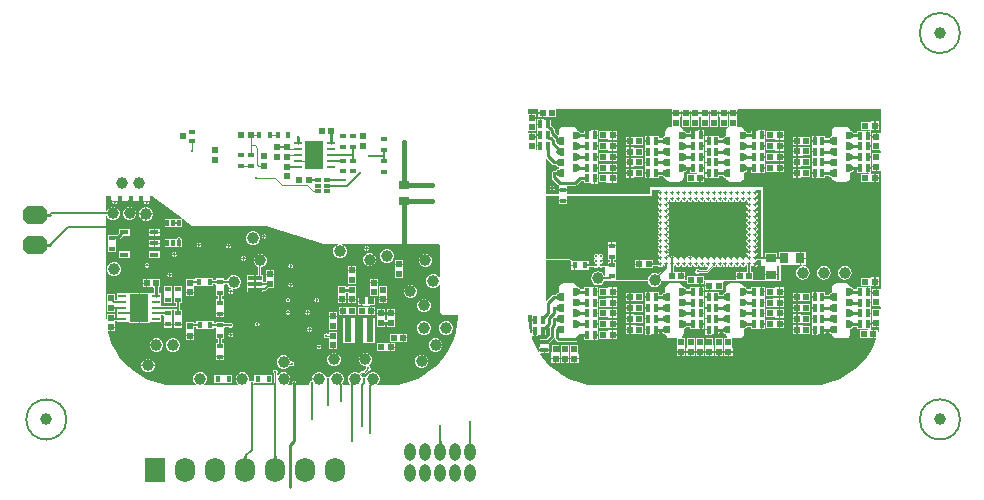
<source format=gbl>
G04*
G04 #@! TF.GenerationSoftware,Altium Limited,Altium Designer,24.3.1 (35)*
G04*
G04 Layer_Physical_Order=6*
G04 Layer_Color=16711680*
%FSLAX44Y44*%
%MOMM*%
G71*
G04*
G04 #@! TF.SameCoordinates,35E8F126-3BB9-435E-BEC0-E910B6038B45*
G04*
G04*
G04 #@! TF.FilePolarity,Positive*
G04*
G01*
G75*
%ADD14C,0.2540*%
%ADD15C,0.1270*%
%ADD16C,0.2032*%
%ADD17C,0.1778*%
%ADD20R,0.4500X0.5500*%
%ADD22R,0.5200X0.5200*%
%ADD25R,0.5000X0.3000*%
%ADD31C,0.2100*%
%ADD32R,0.5500X0.4500*%
%ADD33R,0.7000X0.9000*%
%ADD38R,0.5200X0.5200*%
%ADD39R,0.9000X0.7000*%
%ADD72C,1.0000*%
%ADD73C,0.0762*%
G04:AMPARAMS|DCode=74|XSize=1.6002mm|YSize=2.032mm|CornerRadius=0mm|HoleSize=0mm|Usage=FLASHONLY|Rotation=90.000|XOffset=0mm|YOffset=0mm|HoleType=Round|Shape=Octagon|*
%AMOCTAGOND74*
4,1,8,-1.0160,-0.4001,-1.0160,0.4001,-0.6160,0.8001,0.6160,0.8001,1.0160,0.4001,1.0160,-0.4001,0.6160,-0.8001,-0.6160,-0.8001,-1.0160,-0.4001,0.0*
%
%ADD74OCTAGOND74*%

%ADD75R,1.7000X2.1000*%
%ADD76O,1.7000X2.1000*%
%ADD77O,0.9500X1.4732*%
%ADD78C,0.2540*%
%ADD79C,0.3810*%
%ADD81C,0.1016*%
%ADD83R,0.5000X0.4700*%
%ADD84R,0.5000X0.3700*%
G04:AMPARAMS|DCode=85|XSize=0.3mm|YSize=0.3mm|CornerRadius=0.15mm|HoleSize=0mm|Usage=FLASHONLY|Rotation=180.000|XOffset=0mm|YOffset=0mm|HoleType=Round|Shape=RoundedRectangle|*
%AMROUNDEDRECTD85*
21,1,0.3000,0.0000,0,0,180.0*
21,1,0.0000,0.3000,0,0,180.0*
1,1,0.3000,0.0000,0.0000*
1,1,0.3000,0.0000,0.0000*
1,1,0.3000,0.0000,0.0000*
1,1,0.3000,0.0000,0.0000*
%
%ADD85ROUNDEDRECTD85*%
%ADD86R,1.6500X2.3800*%
%ADD87R,0.7000X0.2500*%
%ADD88R,0.7747X0.4572*%
%ADD89R,0.3000X0.5000*%
%ADD90R,0.6000X2.0000*%
%ADD91R,0.3500X0.6500*%
%ADD92R,0.6500X0.3500*%
G36*
X1160071Y731298D02*
X1160071Y731298D01*
Y718459D01*
X1160015Y717720D01*
X1159309Y717720D01*
X1157034D01*
Y714104D01*
X1156399D01*
Y713469D01*
X1152783D01*
Y710488D01*
X1152974D01*
Y708704D01*
X1153037Y708552D01*
Y702742D01*
X1159761Y702742D01*
X1160071Y702109D01*
Y700955D01*
X1159761Y700322D01*
X1159309Y700322D01*
X1153037D01*
Y694512D01*
X1152974Y694360D01*
Y692576D01*
X1152783D01*
Y689595D01*
X1156399D01*
Y688960D01*
X1157034D01*
Y685344D01*
X1160015Y685344D01*
X1160071Y684605D01*
Y586413D01*
X1160015Y585674D01*
X1159309Y585674D01*
X1157034D01*
Y582058D01*
X1156399D01*
Y581423D01*
X1152783D01*
Y578442D01*
X1152974D01*
Y576658D01*
X1153037Y576506D01*
Y570696D01*
X1159761Y570696D01*
X1160071Y570063D01*
Y568765D01*
X1159761Y568132D01*
X1153037D01*
Y562322D01*
X1152974Y562170D01*
Y560386D01*
X1152783D01*
Y557405D01*
X1156399D01*
Y556770D01*
X1157034D01*
Y553154D01*
X1158581D01*
X1159064Y552565D01*
X1158354Y548997D01*
X1158251Y548656D01*
X1157497Y548768D01*
Y550742D01*
X1154516D01*
Y547126D01*
Y543510D01*
X1155878D01*
X1156387Y542748D01*
X1154413Y537980D01*
X1151651Y532815D01*
X1148397Y527944D01*
X1144681Y523416D01*
X1140540Y519275D01*
X1136012Y515559D01*
X1131141Y512304D01*
X1125976Y509543D01*
X1120564Y507302D01*
X1114959Y505602D01*
X1109214Y504459D01*
X1103385Y503885D01*
X1090454D01*
X1090454Y503885D01*
X931388D01*
X931388Y503885D01*
X918457D01*
X912628Y504459D01*
X906883Y505602D01*
X901278Y507302D01*
X895866Y509543D01*
X890701Y512305D01*
X885830Y515559D01*
X881302Y519275D01*
X877161Y523416D01*
X873445Y527944D01*
X871787Y530426D01*
X872146Y531098D01*
X874799D01*
Y533229D01*
X871168D01*
Y532664D01*
X870439Y532443D01*
X870191Y532815D01*
X867429Y537980D01*
X865188Y543392D01*
X864670Y545098D01*
X865236Y545860D01*
X866701D01*
Y549491D01*
X864570D01*
Y548054D01*
X863808Y547941D01*
X863487Y548997D01*
X862345Y554742D01*
X861771Y560571D01*
Y563425D01*
X863822D01*
X864570Y563392D01*
Y559761D01*
X867336D01*
Y558491D01*
X864570D01*
Y554860D01*
X864570D01*
Y554392D01*
X864570D01*
Y550761D01*
X867336D01*
Y550126D01*
X867971D01*
Y545860D01*
X870102D01*
Y546051D01*
X872086D01*
X872238Y546114D01*
X876348D01*
Y550183D01*
X876393Y550192D01*
X877065Y550641D01*
X879265Y552841D01*
X880026Y552525D01*
Y546386D01*
X876556Y542916D01*
X875914D01*
X875914Y542916D01*
X875714Y542876D01*
X871422D01*
Y538765D01*
X871359Y538614D01*
Y536630D01*
X871168D01*
Y534499D01*
X875434D01*
X879700D01*
Y536630D01*
X879509D01*
Y538614D01*
X879446Y538766D01*
Y539946D01*
X883286Y543786D01*
X884110Y543545D01*
X884189Y543149D01*
X884638Y542477D01*
X885908Y541207D01*
X885908Y541207D01*
X886581Y540758D01*
X887373Y540600D01*
X887373Y540600D01*
X901646D01*
X901646Y540600D01*
X902439Y540758D01*
X903111Y541207D01*
X903411Y541507D01*
X903411Y541507D01*
X906458Y544554D01*
X908997D01*
Y542614D01*
X913107D01*
X913259Y542551D01*
X915243D01*
Y542360D01*
X917374D01*
Y546626D01*
X918009D01*
Y547261D01*
X920775D01*
Y550892D01*
X920775D01*
Y551360D01*
X920775D01*
Y554991D01*
X918009D01*
Y556261D01*
X920775D01*
Y559892D01*
X920775D01*
Y560504D01*
X920775D01*
Y564135D01*
X918009D01*
Y565405D01*
X920775D01*
Y569036D01*
X920775D01*
Y569648D01*
X920775D01*
Y573279D01*
X918009D01*
Y574549D01*
X920775D01*
Y578180D01*
X920775D01*
Y578792D01*
X920775D01*
Y582423D01*
X918009D01*
Y583058D01*
X917374D01*
Y587324D01*
X915243D01*
Y587133D01*
X913259D01*
X913107Y587070D01*
X908997D01*
Y585669D01*
X908458Y585130D01*
X906121Y585130D01*
X905793Y585621D01*
X905722Y585668D01*
X905690Y585746D01*
X905230Y586206D01*
X905152Y586238D01*
X905105Y586309D01*
X904564Y586670D01*
X904482Y586687D01*
X904422Y586746D01*
X903821Y586995D01*
X903736D01*
X903666Y587042D01*
X903276Y587120D01*
X903131Y587847D01*
X902289Y589107D01*
X901029Y589949D01*
X899542Y590245D01*
X891668D01*
X890182Y589949D01*
X888921Y589107D01*
X888079Y587847D01*
X887783Y586360D01*
Y582518D01*
X887544Y582470D01*
X887474Y582423D01*
X887389D01*
X886788Y582174D01*
X886729Y582114D01*
X886646Y582098D01*
X886105Y581737D01*
X886058Y581666D01*
X885980Y581634D01*
X885520Y581174D01*
X885488Y581096D01*
X885417Y581049D01*
X885089Y580558D01*
X883541Y580558D01*
X883541Y580558D01*
X882748Y580400D01*
X882076Y579951D01*
X877715Y575589D01*
X877011Y575881D01*
Y609600D01*
X897246D01*
X897798Y609095D01*
X897798Y608838D01*
Y605964D01*
X901065D01*
Y605329D01*
X901700D01*
Y601563D01*
X904331D01*
Y601754D01*
X907814D01*
X907966Y601817D01*
X913076D01*
Y603817D01*
X917670D01*
X918272Y603415D01*
X919064Y603257D01*
X919857Y603415D01*
X920529Y603864D01*
X920739Y604177D01*
X921632Y604212D01*
X921758Y604023D01*
X922357Y603622D01*
X923064Y603482D01*
X923772Y603622D01*
X924063Y603817D01*
X927100D01*
Y596226D01*
X926254D01*
X926178Y596608D01*
X924904Y598514D01*
X922998Y599788D01*
X920750Y600235D01*
X918502Y599788D01*
X916596Y598514D01*
X915322Y596608D01*
X914875Y594360D01*
X915322Y592112D01*
X916596Y590206D01*
X918502Y588932D01*
X920750Y588485D01*
X922998Y588932D01*
X924904Y590206D01*
X926178Y592112D01*
X926338Y592918D01*
X927100Y592843D01*
Y591820D01*
X963000D01*
X963247Y590580D01*
X964520Y588674D01*
X966426Y587400D01*
X968674Y586953D01*
X970923Y587400D01*
X972829Y588674D01*
X974102Y590580D01*
X974349Y591820D01*
X995813D01*
Y589466D01*
X1001623D01*
X1001775Y589403D01*
X1003559D01*
Y589212D01*
X1006540D01*
Y592828D01*
X1007810D01*
Y589212D01*
X1010791D01*
Y591820D01*
X1011564D01*
Y588891D01*
X1015180D01*
Y588256D01*
X1015815D01*
Y584640D01*
X1018796D01*
Y584831D01*
X1020580D01*
X1020732Y584894D01*
X1026542D01*
Y591618D01*
X1027220Y591820D01*
X1075690D01*
Y605790D01*
X1076355Y606024D01*
X1081562D01*
X1081714Y605961D01*
X1087698D01*
Y605770D01*
X1091579D01*
Y611286D01*
Y616802D01*
X1087698D01*
Y616611D01*
X1081714D01*
X1081562Y616548D01*
X1073952D01*
Y612798D01*
X1072476D01*
Y615548D01*
X1061952D01*
Y612798D01*
X1060450D01*
Y671830D01*
X965200D01*
Y665480D01*
X895487D01*
X894886Y665870D01*
Y668501D01*
X891120D01*
X887354D01*
Y665870D01*
X886754Y665480D01*
X877011D01*
Y695137D01*
X877715Y695428D01*
X882076Y691067D01*
X882076Y691067D01*
X882748Y690618D01*
X883541Y690460D01*
X885089Y690460D01*
X885417Y689969D01*
X885488Y689922D01*
X885520Y689844D01*
X885980Y689384D01*
X886058Y689352D01*
X886105Y689281D01*
X886646Y688920D01*
X886729Y688904D01*
X886788Y688844D01*
X887389Y688595D01*
X887474D01*
X887544Y688548D01*
X887783Y688500D01*
Y687420D01*
X887544Y687372D01*
X887474Y687325D01*
X887389D01*
X886788Y687076D01*
X886729Y687017D01*
X886646Y687000D01*
X886105Y686639D01*
X886058Y686568D01*
X885980Y686536D01*
X885520Y686076D01*
X885488Y685998D01*
X885417Y685951D01*
X885089Y685460D01*
X883541Y685460D01*
X882748Y685302D01*
X882076Y684853D01*
X881627Y684181D01*
X881469Y683388D01*
Y679824D01*
X881469Y679824D01*
X881627Y679031D01*
X882076Y678359D01*
X886894Y673541D01*
X887458Y673164D01*
X887457Y673122D01*
X887354Y672402D01*
X887354D01*
Y669771D01*
X891120D01*
X894886D01*
Y672402D01*
X895428Y672934D01*
X901646D01*
X901646Y672934D01*
X902439Y673092D01*
X903111Y673541D01*
X906458Y676888D01*
X908997D01*
Y674948D01*
X913107D01*
X913259Y674885D01*
X915243D01*
Y674694D01*
X917374D01*
Y678960D01*
X918009D01*
Y679595D01*
X920775D01*
Y683226D01*
X920775D01*
Y683694D01*
X920775D01*
Y687325D01*
X918009D01*
Y688595D01*
X920775D01*
Y692226D01*
X920775D01*
Y692838D01*
X920775D01*
Y696469D01*
X918009D01*
Y697739D01*
X920775D01*
Y701370D01*
X920775D01*
Y701982D01*
X920775D01*
Y705613D01*
X918009D01*
Y706883D01*
X920775D01*
Y710514D01*
X920775D01*
Y711126D01*
X920775D01*
Y714757D01*
X918009D01*
Y715392D01*
X917374D01*
Y719658D01*
X915243D01*
Y719467D01*
X913259D01*
X913107Y719404D01*
X908997D01*
Y718003D01*
X908458Y717464D01*
X906121Y717464D01*
X905793Y717955D01*
X905722Y718002D01*
X905690Y718080D01*
X905230Y718540D01*
X905152Y718572D01*
X905105Y718643D01*
X904564Y719004D01*
X904482Y719020D01*
X904422Y719080D01*
X903821Y719329D01*
X903736D01*
X903666Y719376D01*
X903276Y719454D01*
X903131Y720181D01*
X902289Y721441D01*
X901029Y722283D01*
X899542Y722579D01*
X891668D01*
X890182Y722283D01*
X888921Y721441D01*
X888079Y720181D01*
X887783Y718694D01*
Y715868D01*
X887021Y715553D01*
X885951Y716623D01*
X885951Y716623D01*
X884284Y718290D01*
Y719874D01*
X884284Y719874D01*
X884126Y720667D01*
X883677Y721339D01*
X881539Y723477D01*
X880942Y723876D01*
Y728794D01*
X876832D01*
X876680Y728857D01*
X874696D01*
Y729048D01*
X872565D01*
Y724782D01*
X871930D01*
Y724147D01*
X869164D01*
Y720516D01*
X869164D01*
Y720048D01*
X869164D01*
Y716417D01*
X871930D01*
Y715147D01*
X869164D01*
Y711516D01*
X869164D01*
X869164Y711048D01*
X869164D01*
Y707417D01*
X871930D01*
Y706147D01*
X869164D01*
Y703275D01*
X868043D01*
Y708568D01*
X868106Y708720D01*
Y710504D01*
X868297D01*
Y713485D01*
X864681D01*
Y714120D01*
X864046D01*
Y717736D01*
X861771D01*
Y718758D01*
X868043D01*
Y724568D01*
X868106Y724720D01*
Y726504D01*
X868297D01*
Y729485D01*
X864681D01*
Y730120D01*
X864046D01*
Y733736D01*
X861771D01*
Y737415D01*
X870334Y737415D01*
Y735187D01*
X873950D01*
Y734552D01*
X874585D01*
Y730936D01*
X877566D01*
Y731127D01*
X879350D01*
X879501Y731190D01*
X885312D01*
Y737415D01*
X957887Y737415D01*
X957887Y737415D01*
X957887Y737415D01*
X983559Y737415D01*
Y734911D01*
X987175D01*
X990791D01*
Y736059D01*
X991553Y736569D01*
X991559Y736566D01*
Y734911D01*
X995175D01*
X998791D01*
Y736059D01*
X999553Y736569D01*
X999559Y736566D01*
Y734911D01*
X1003175D01*
X1006791D01*
Y736059D01*
X1007553Y736569D01*
X1007559Y736566D01*
Y734911D01*
X1011175D01*
X1014791D01*
Y736059D01*
X1015553Y736569D01*
X1015559Y736566D01*
Y734911D01*
X1019175D01*
X1022791D01*
Y736059D01*
X1023553Y736569D01*
X1023559Y736566D01*
Y734911D01*
X1027175D01*
X1030791D01*
Y736059D01*
X1031553Y736568D01*
X1031559Y736566D01*
Y734911D01*
X1035175D01*
X1038791D01*
Y736876D01*
X1039330Y737414D01*
X1153956Y737414D01*
X1153965Y737415D01*
X1160071D01*
Y731298D01*
D02*
G37*
G36*
X973226Y668549D02*
X972394Y668205D01*
X971758Y667568D01*
X971414Y666737D01*
Y665837D01*
X971758Y665006D01*
X972394Y664369D01*
X972803Y664200D01*
Y663375D01*
X972394Y663206D01*
X971758Y662570D01*
X971414Y661738D01*
Y660838D01*
X971758Y660007D01*
X972394Y659371D01*
X972806Y659200D01*
Y658375D01*
X972394Y658205D01*
X971758Y657568D01*
X971414Y656737D01*
Y655837D01*
X971758Y655006D01*
X972394Y654369D01*
X972803Y654200D01*
Y653375D01*
X972394Y653206D01*
X971758Y652570D01*
X971414Y651738D01*
Y650838D01*
X971758Y650007D01*
X972394Y649371D01*
X972806Y649200D01*
Y648375D01*
X972394Y648205D01*
X971758Y647568D01*
X971414Y646737D01*
Y645837D01*
X971758Y645006D01*
X972394Y644369D01*
X972803Y644200D01*
Y643375D01*
X972394Y643206D01*
X971758Y642570D01*
X971414Y641738D01*
Y640838D01*
X971758Y640007D01*
X972394Y639371D01*
X972806Y639200D01*
Y638375D01*
X972394Y638205D01*
X971758Y637568D01*
X971414Y636737D01*
Y635837D01*
X971758Y635006D01*
X972394Y634369D01*
X972806Y634199D01*
Y633374D01*
X972394Y633203D01*
X971758Y632567D01*
X971414Y631736D01*
Y630836D01*
X971758Y630005D01*
X972394Y629368D01*
X972803Y629199D01*
Y628374D01*
X972394Y628205D01*
X971758Y627568D01*
X971414Y626737D01*
Y625837D01*
X971758Y625006D01*
X972394Y624370D01*
X972806Y624199D01*
Y623374D01*
X972394Y623204D01*
X971758Y622567D01*
X971414Y621736D01*
Y621667D01*
X973676D01*
Y620905D01*
X971414D01*
Y620836D01*
X971758Y620005D01*
X972394Y619368D01*
X972803Y619199D01*
Y618374D01*
X972394Y618205D01*
X971758Y617568D01*
X971414Y616737D01*
Y615837D01*
X971758Y615006D01*
X972394Y614370D01*
X972806Y614199D01*
Y613374D01*
X972394Y613204D01*
X971758Y612567D01*
X971414Y611736D01*
Y611667D01*
X973676D01*
Y610905D01*
X971414D01*
Y610836D01*
X971758Y610005D01*
X972394Y609368D01*
X972803Y609199D01*
Y608374D01*
X972394Y608205D01*
X971989Y607799D01*
X967036D01*
Y609649D01*
X961226D01*
X961075Y609712D01*
X958274D01*
X958123Y609649D01*
X956055D01*
Y606287D01*
Y602925D01*
X958123D01*
X958274Y602862D01*
X961075D01*
X961226Y602925D01*
X967036D01*
Y604775D01*
X971989D01*
X972394Y604370D01*
X973226Y604025D01*
X974126D01*
X974957Y604370D01*
X975593Y605006D01*
X975763Y605415D01*
X976588D01*
X976757Y605006D01*
X977162Y604600D01*
Y603454D01*
X971572Y597864D01*
X969821Y598590D01*
X967528D01*
X965411Y597713D01*
X963790Y596092D01*
X962913Y593974D01*
Y593090D01*
X936744D01*
X936077Y593317D01*
Y598428D01*
X936139Y598579D01*
Y603079D01*
X936077Y603231D01*
Y608341D01*
X934077D01*
Y609817D01*
X936077D01*
Y614928D01*
X936139Y615079D01*
Y619579D01*
X936077Y619731D01*
Y621448D01*
X929053D01*
Y619731D01*
X928990Y619579D01*
Y615079D01*
X929053Y614927D01*
Y609817D01*
X931052D01*
Y608341D01*
X929053D01*
Y606841D01*
X924359D01*
X924212Y607583D01*
X924215Y607607D01*
X924787Y608178D01*
X925097Y608925D01*
Y608948D01*
X923064D01*
Y609710D01*
X925097D01*
Y609734D01*
X924787Y610480D01*
X924407Y610861D01*
X924286Y611329D01*
X924407Y611798D01*
X924787Y612178D01*
X925097Y612925D01*
Y613733D01*
X924787Y614480D01*
X924215Y615052D01*
X923469Y615361D01*
X922660D01*
X921913Y615052D01*
X921533Y614671D01*
X921065Y614551D01*
X920596Y614671D01*
X920216Y615052D01*
X919469Y615361D01*
X918660D01*
X917914Y615052D01*
X917342Y614480D01*
X917032Y613733D01*
Y612925D01*
X917342Y612178D01*
X917913Y611607D01*
X917949Y611397D01*
X917943Y610770D01*
X917528Y610356D01*
X917253Y609690D01*
Y608969D01*
X917528Y608303D01*
X917943Y607889D01*
X917946Y607503D01*
X917363Y606841D01*
X913076D01*
Y608841D01*
X907966D01*
X907814Y608904D01*
X903315D01*
X903163Y608841D01*
X899320D01*
X898622Y609133D01*
X898496Y609403D01*
X898382Y609678D01*
X898363Y609686D01*
X898355Y609704D01*
X897802Y610209D01*
X897521Y610311D01*
X897246Y610425D01*
X877011D01*
Y663788D01*
X887545D01*
Y662386D01*
X887608Y662234D01*
Y660517D01*
X891120D01*
X894632D01*
Y662234D01*
X894695Y662386D01*
Y663788D01*
X966470D01*
Y669290D01*
X973175D01*
X973226Y668549D01*
D02*
G37*
G36*
X568190Y645305D02*
X567935Y644543D01*
X567785Y644543D01*
X563878D01*
Y644543D01*
X563402D01*
Y644543D01*
X559164D01*
X558402Y644543D01*
X558116Y644543D01*
X553878D01*
Y638019D01*
X558116D01*
X558878Y638019D01*
X559164Y638019D01*
X563402D01*
Y638019D01*
X563878D01*
Y638019D01*
X568402D01*
X568402Y643975D01*
Y644007D01*
Y644007D01*
X568402Y644192D01*
X568668Y644333D01*
X569146Y644586D01*
X577005Y638680D01*
X640080Y638680D01*
X688554Y623558D01*
X700717Y623559D01*
X700868Y622797D01*
X699282Y622140D01*
X697661Y620519D01*
X696784Y618401D01*
Y616109D01*
X697661Y613991D01*
X699282Y612370D01*
X701400Y611493D01*
X703692D01*
X705810Y612370D01*
X707431Y613991D01*
X708308Y616109D01*
Y618401D01*
X707431Y620519D01*
X705810Y622140D01*
X704223Y622798D01*
X704374Y623559D01*
X786406Y623569D01*
X786945Y623030D01*
Y595479D01*
X786198Y595330D01*
X786104Y595558D01*
X784483Y597178D01*
X782365Y598056D01*
X780073D01*
X777955Y597178D01*
X776334Y595558D01*
X775457Y593440D01*
Y591147D01*
X776334Y589030D01*
X777955Y587409D01*
X780073Y586532D01*
X782365D01*
X784483Y587409D01*
X786104Y589030D01*
X786198Y589257D01*
X786945Y589108D01*
Y567310D01*
X786958Y567244D01*
X786948Y567178D01*
X787091Y566567D01*
X787193Y565946D01*
X787193Y565946D01*
X787228Y565889D01*
X787241Y565824D01*
X787278Y565768D01*
X787294Y565703D01*
X787660Y565192D01*
X787992Y564658D01*
X788046Y564619D01*
X788083Y564563D01*
X788083Y564563D01*
X788083Y564563D01*
X788139Y564526D01*
X788178Y564472D01*
X788712Y564141D01*
X789223Y563774D01*
X789288Y563758D01*
X789344Y563721D01*
X789409Y563708D01*
X789466Y563673D01*
X789466Y563673D01*
X790087Y563571D01*
X790698Y563428D01*
X790764Y563438D01*
X790830Y563425D01*
X802185D01*
Y560571D01*
X801611Y554742D01*
X800469Y548997D01*
X798768Y543392D01*
X796527Y537980D01*
X793765Y532815D01*
X790511Y527944D01*
X786795Y523416D01*
X782654Y519275D01*
X778126Y515559D01*
X773255Y512304D01*
X768090Y509543D01*
X762678Y507302D01*
X757073Y505602D01*
X751328Y504459D01*
X745499Y503885D01*
X734091D01*
X733775Y504647D01*
X735135Y506006D01*
X736012Y508124D01*
Y510416D01*
X735135Y512534D01*
X733514Y514155D01*
X731396Y515032D01*
X729104D01*
X726986Y514155D01*
X725365Y512534D01*
X724750Y511048D01*
X724555Y510950D01*
X723813Y510778D01*
X723285Y510997D01*
X722477D01*
X721730Y510687D01*
X721512Y510470D01*
X721391Y510461D01*
X720657Y510693D01*
X719932Y512443D01*
X720580Y513090D01*
X722473D01*
X723348Y513452D01*
X726149Y516253D01*
X726835D01*
X727582Y516562D01*
X728154Y517134D01*
X728463Y517881D01*
Y518689D01*
X728154Y519436D01*
X727582Y520008D01*
X727297Y520126D01*
X727230Y520512D01*
X727242Y520973D01*
X728785Y522516D01*
X729662Y524634D01*
Y526926D01*
X728785Y529044D01*
X727164Y530665D01*
X725046Y531542D01*
X722754D01*
X720636Y530665D01*
X719015Y529044D01*
X718138Y526926D01*
Y524634D01*
X719015Y522516D01*
X720636Y520895D01*
X722754Y520018D01*
X724213D01*
X724385Y519816D01*
X724634Y519256D01*
X724399Y518689D01*
Y518003D01*
X721961Y515564D01*
X720067D01*
X719192Y515202D01*
X718183Y514192D01*
X716156Y515032D01*
X713864D01*
X711746Y514155D01*
X710125Y512534D01*
X709248Y510416D01*
Y508124D01*
X710125Y506006D01*
X711229Y504902D01*
X711042Y504451D01*
Y503885D01*
X705052D01*
X704649Y504858D01*
X704078Y505429D01*
X704655Y506006D01*
X705532Y508124D01*
Y510416D01*
X704655Y512533D01*
X703034Y514154D01*
X700916Y515032D01*
X698624D01*
X696506Y514154D01*
X694885Y512533D01*
X694184Y510841D01*
X693304Y510644D01*
X693260Y510687D01*
X692514Y510997D01*
X691705D01*
X690996Y510703D01*
X690948Y510690D01*
X690091Y510898D01*
X689414Y512533D01*
X687794Y514153D01*
X685676Y515031D01*
X684911D01*
Y509269D01*
X684530D01*
Y508888D01*
X678768D01*
Y508407D01*
X678738Y508103D01*
X678117Y507703D01*
X677890D01*
X677143Y507393D01*
X676571Y506822D01*
X676262Y506075D01*
Y505266D01*
X676519Y504646D01*
X676324Y504165D01*
X676129Y503885D01*
X665879D01*
X665672Y504206D01*
X665501Y504646D01*
X665766Y505287D01*
Y505310D01*
X661702D01*
Y505287D01*
X661967Y504646D01*
X661796Y504206D01*
X661590Y503885D01*
X658366D01*
X658051Y504646D01*
X659438Y506034D01*
X660316Y508152D01*
Y510444D01*
X659438Y512562D01*
X657818Y514183D01*
X655700Y515060D01*
X653408D01*
X651290Y514183D01*
X649699Y512592D01*
X649446Y512607D01*
X648937Y512708D01*
Y513841D01*
X649423Y514327D01*
X649732Y515074D01*
Y515882D01*
X649423Y516629D01*
X648851Y517201D01*
X648104Y517510D01*
X647296D01*
X646549Y517201D01*
X645977Y516629D01*
X645668Y515882D01*
Y515074D01*
X645977Y514327D01*
X646463Y513841D01*
Y506334D01*
X646188Y505671D01*
Y503885D01*
X628966D01*
Y504655D01*
X629177Y504866D01*
X629333Y505243D01*
X629757Y505680D01*
X630190Y505786D01*
X634971D01*
X635123Y505723D01*
X639623D01*
X639775Y505786D01*
X644885D01*
Y512810D01*
X639775D01*
X639623Y512873D01*
X635123D01*
X634971Y512810D01*
X629861D01*
Y507479D01*
X629462Y507298D01*
X629099Y507245D01*
X628605Y507739D01*
X627858Y508049D01*
X627050D01*
X626303Y507739D01*
X626106Y507543D01*
X625460Y507974D01*
X625522Y508124D01*
Y510416D01*
X624645Y512533D01*
X623024Y514154D01*
X620906Y515032D01*
X618614D01*
X616496Y514154D01*
X614875Y512533D01*
X613998Y510416D01*
Y508124D01*
X614875Y506006D01*
X616234Y504646D01*
X615919Y503885D01*
X587780D01*
X587464Y504646D01*
X588852Y506034D01*
X589729Y508152D01*
Y510444D01*
X588852Y512562D01*
X587231Y514183D01*
X585113Y515060D01*
X582821D01*
X580703Y514183D01*
X579082Y512562D01*
X578205Y510444D01*
Y508152D01*
X579082Y506034D01*
X580470Y504646D01*
X580154Y503885D01*
X573503D01*
X573502Y503885D01*
X560571D01*
X554742Y504459D01*
X548997Y505602D01*
X543392Y507302D01*
X537980Y509543D01*
X532815Y512305D01*
X527944Y515559D01*
X523416Y519275D01*
X519275Y523416D01*
X515559Y527944D01*
X512304Y532815D01*
X509543Y537980D01*
X507302Y543392D01*
X505636Y548884D01*
X505866Y549394D01*
X506073Y549646D01*
X507703D01*
Y553008D01*
X508084D01*
Y553389D01*
X511446D01*
Y555456D01*
X511509Y555608D01*
Y558145D01*
X513928D01*
Y557646D01*
X514539D01*
X514690Y557583D01*
X523428D01*
Y556996D01*
X532059D01*
Y569658D01*
Y582320D01*
X523428D01*
Y581732D01*
X514690D01*
X514539Y581670D01*
X513928D01*
Y581058D01*
X513866Y580908D01*
Y576170D01*
X511710D01*
X511446Y576434D01*
Y581020D01*
X504722D01*
Y575209D01*
X504659Y575058D01*
Y572258D01*
X504722Y572106D01*
Y566296D01*
X511446D01*
Y568145D01*
X513866D01*
Y561170D01*
X511446D01*
Y564370D01*
X504722D01*
Y559844D01*
X503960Y559807D01*
X503885Y560571D01*
Y573502D01*
X503885Y573502D01*
Y647647D01*
X504601D01*
X505255Y646066D01*
X506876Y644445D01*
X508994Y643568D01*
X511286D01*
X513404Y644445D01*
X515025Y646066D01*
X515902Y648184D01*
Y650476D01*
X515025Y652594D01*
X513404Y654215D01*
X511286Y655092D01*
X508994D01*
X506876Y654215D01*
X505255Y652594D01*
X504601Y651013D01*
X503885D01*
Y663830D01*
X508716D01*
Y661080D01*
X508957Y660497D01*
X509511Y659859D01*
Y659836D01*
X513575D01*
Y659859D01*
X514124Y660497D01*
X514365Y661080D01*
Y663830D01*
X517718D01*
Y661080D01*
X517960Y660497D01*
X518543Y660255D01*
X522543D01*
X523126Y660497D01*
X523368Y661080D01*
Y663830D01*
X526718D01*
Y661080D01*
X526960Y660497D01*
X527543Y660255D01*
X531543D01*
X532126Y660497D01*
X532368Y661080D01*
Y663830D01*
X535716D01*
Y661080D01*
X535957Y660497D01*
X536511Y659859D01*
Y659836D01*
X540575D01*
Y659859D01*
X541124Y660497D01*
X541365Y661080D01*
Y663830D01*
X543543D01*
X568190Y645305D01*
D02*
G37*
G36*
X1046759Y660007D02*
X1047395Y659371D01*
X1047807Y659200D01*
Y658375D01*
X1047395Y658205D01*
X1046759Y657568D01*
X1046415Y656737D01*
Y655837D01*
X1046759Y655006D01*
X1047395Y654369D01*
X1047804Y654200D01*
Y653375D01*
X1047395Y653206D01*
X1046759Y652570D01*
X1046415Y651738D01*
Y650838D01*
X1046759Y650007D01*
X1047395Y649371D01*
X1047807Y649200D01*
Y648375D01*
X1047395Y648205D01*
X1046759Y647568D01*
X1046415Y646737D01*
Y645837D01*
X1046759Y645006D01*
X1047395Y644369D01*
X1047804Y644200D01*
Y643375D01*
X1047395Y643206D01*
X1046759Y642570D01*
X1046415Y641738D01*
Y640838D01*
X1046759Y640007D01*
X1047395Y639371D01*
X1047807Y639200D01*
Y638375D01*
X1047395Y638205D01*
X1046759Y637568D01*
X1046415Y636737D01*
Y635837D01*
X1046759Y635006D01*
X1047395Y634369D01*
X1047807Y634199D01*
Y633374D01*
X1047395Y633203D01*
X1046759Y632567D01*
X1046415Y631736D01*
Y630836D01*
X1046759Y630005D01*
X1047395Y629368D01*
X1047804Y629199D01*
Y628374D01*
X1047395Y628205D01*
X1046759Y627568D01*
X1046415Y626737D01*
Y625837D01*
X1046759Y625006D01*
X1047395Y624370D01*
X1047807Y624199D01*
Y623374D01*
X1047395Y623204D01*
X1046759Y622567D01*
X1046415Y621736D01*
Y620836D01*
X1046759Y620005D01*
X1047395Y619368D01*
X1047804Y619199D01*
Y618374D01*
X1047395Y618205D01*
X1046759Y617568D01*
X1046415Y616737D01*
Y616668D01*
X1048677D01*
Y615906D01*
X1046415D01*
Y615837D01*
X1046759Y615006D01*
X1047395Y614370D01*
X1047807Y614199D01*
Y613374D01*
X1047395Y613204D01*
X1046759Y612567D01*
X1046589Y612155D01*
X1045764D01*
X1045593Y612567D01*
X1044957Y613204D01*
X1044126Y613548D01*
X1044057D01*
Y611286D01*
X1043295D01*
Y613548D01*
X1043226D01*
X1042394Y613204D01*
X1041758Y612567D01*
X1041589Y612158D01*
X1040764D01*
X1040594Y612567D01*
X1039958Y613204D01*
X1039127Y613548D01*
X1039058D01*
Y611286D01*
X1038296D01*
Y613548D01*
X1038227D01*
X1037396Y613204D01*
X1036759Y612567D01*
X1036589Y612155D01*
X1035764D01*
X1035593Y612567D01*
X1034957Y613204D01*
X1034126Y613548D01*
X1034057D01*
Y611286D01*
X1033295D01*
Y613548D01*
X1033226D01*
X1032394Y613204D01*
X1031758Y612567D01*
X1031589Y612158D01*
X1030764D01*
X1030594Y612567D01*
X1029958Y613204D01*
X1029127Y613548D01*
X1029058D01*
Y611286D01*
X1028296D01*
Y613548D01*
X1028227D01*
X1027396Y613204D01*
X1026759Y612567D01*
X1026589Y612155D01*
X1025764D01*
X1025593Y612567D01*
X1024957Y613204D01*
X1024126Y613548D01*
X1024057D01*
Y611286D01*
X1023295D01*
Y613548D01*
X1023226D01*
X1022394Y613204D01*
X1021758Y612567D01*
X1021589Y612158D01*
X1020764D01*
X1020595Y612567D01*
X1019958Y613204D01*
X1019127Y613548D01*
X1019058D01*
Y611286D01*
X1018296D01*
Y613548D01*
X1018227D01*
X1017396Y613204D01*
X1016759Y612567D01*
X1016589Y612155D01*
X1015764D01*
X1015593Y612567D01*
X1014957Y613204D01*
X1014126Y613548D01*
X1014057D01*
Y611286D01*
X1013295D01*
Y613548D01*
X1013226D01*
X1012394Y613204D01*
X1011758Y612567D01*
X1011587Y612155D01*
X1010763D01*
X1010592Y612567D01*
X1009956Y613204D01*
X1009124Y613548D01*
X1009055D01*
Y611286D01*
X1008294D01*
Y613548D01*
X1008224D01*
X1007393Y613204D01*
X1006757Y612567D01*
X1006587Y612158D01*
X1005763D01*
X1005593Y612567D01*
X1004957Y613204D01*
X1004126Y613548D01*
X1004057D01*
Y611286D01*
X1003295D01*
Y613548D01*
X1003226D01*
X1002394Y613204D01*
X1001758Y612567D01*
X1001588Y612155D01*
X1000763D01*
X1000592Y612567D01*
X999956Y613204D01*
X999124Y613548D01*
X999055D01*
Y611286D01*
X998294D01*
Y613548D01*
X998224D01*
X997393Y613204D01*
X996757Y612567D01*
X996588Y612158D01*
X995763D01*
X995593Y612567D01*
X994957Y613204D01*
X994126Y613548D01*
X994057D01*
Y611286D01*
X993295D01*
Y613548D01*
X993226D01*
X992394Y613204D01*
X991758Y612567D01*
X991588Y612155D01*
X990763D01*
X990592Y612567D01*
X989956Y613204D01*
X989124Y613548D01*
X989055D01*
Y611286D01*
X988294D01*
Y613548D01*
X988224D01*
X987393Y613204D01*
X986757Y612567D01*
X986588Y612158D01*
X985763D01*
X985593Y612567D01*
X984957Y613204D01*
X984126Y613548D01*
X983226D01*
X982394Y613204D01*
X981758Y612567D01*
X981588Y612155D01*
X980763D01*
X980592Y612567D01*
X979956Y613204D01*
X979544Y613374D01*
Y614199D01*
X979956Y614370D01*
X980592Y615006D01*
X980937Y615837D01*
Y615906D01*
X978674D01*
Y616668D01*
X980937D01*
Y616737D01*
X980592Y617568D01*
X979956Y618205D01*
X979547Y618374D01*
Y619199D01*
X979956Y619368D01*
X980592Y620005D01*
X980937Y620836D01*
Y621736D01*
X980592Y622567D01*
X979956Y623204D01*
X979544Y623374D01*
Y624199D01*
X979956Y624370D01*
X980592Y625006D01*
X980937Y625837D01*
Y626737D01*
X980592Y627568D01*
X979956Y628205D01*
X979547Y628374D01*
Y629199D01*
X979956Y629368D01*
X980592Y630005D01*
X980937Y630836D01*
Y631736D01*
X980592Y632567D01*
X979956Y633203D01*
X979544Y633374D01*
Y634199D01*
X979956Y634369D01*
X980592Y635006D01*
X980937Y635837D01*
Y636737D01*
X980592Y637568D01*
X979956Y638205D01*
X979544Y638375D01*
Y639200D01*
X979956Y639371D01*
X980592Y640007D01*
X980937Y640838D01*
Y641738D01*
X980592Y642570D01*
X979956Y643206D01*
X979547Y643375D01*
Y644200D01*
X979956Y644369D01*
X980592Y645006D01*
X980937Y645837D01*
Y646737D01*
X980592Y647568D01*
X979956Y648205D01*
X979544Y648375D01*
Y649200D01*
X979956Y649371D01*
X980592Y650007D01*
X980937Y650838D01*
Y651738D01*
X980592Y652570D01*
X979956Y653206D01*
X979547Y653375D01*
Y654200D01*
X979956Y654369D01*
X980592Y655006D01*
X980937Y655837D01*
Y656737D01*
X980592Y657568D01*
X979956Y658205D01*
X979544Y658375D01*
Y659200D01*
X979956Y659371D01*
X980592Y660007D01*
X980763Y660419D01*
X981588D01*
X981758Y660007D01*
X982394Y659371D01*
X983226Y659026D01*
X984126D01*
X984957Y659371D01*
X985593Y660007D01*
X985763Y660416D01*
X986588D01*
X986757Y660007D01*
X987393Y659371D01*
X988224Y659026D01*
X989124D01*
X989956Y659371D01*
X990592Y660007D01*
X990763Y660419D01*
X991588D01*
X991758Y660007D01*
X992394Y659371D01*
X993226Y659026D01*
X994126D01*
X994957Y659371D01*
X995593Y660007D01*
X995763Y660416D01*
X996588D01*
X996757Y660007D01*
X997393Y659371D01*
X998224Y659026D01*
X999124D01*
X999956Y659371D01*
X1000592Y660007D01*
X1000763Y660419D01*
X1001588D01*
X1001758Y660007D01*
X1002394Y659371D01*
X1003226Y659026D01*
X1004126D01*
X1004957Y659371D01*
X1005593Y660007D01*
X1005763Y660416D01*
X1006587D01*
X1006757Y660007D01*
X1007393Y659371D01*
X1008224Y659026D01*
X1009124D01*
X1009956Y659371D01*
X1010592Y660007D01*
X1010763Y660419D01*
X1011587D01*
X1011758Y660007D01*
X1012394Y659371D01*
X1013226Y659026D01*
X1014126D01*
X1014957Y659371D01*
X1015593Y660007D01*
X1015764Y660419D01*
X1016589D01*
X1016759Y660007D01*
X1017396Y659371D01*
X1018227Y659026D01*
X1019127D01*
X1019958Y659371D01*
X1020595Y660007D01*
X1020764Y660416D01*
X1021589D01*
X1021758Y660007D01*
X1022394Y659371D01*
X1023226Y659026D01*
X1024126D01*
X1024957Y659371D01*
X1025593Y660007D01*
X1025764Y660419D01*
X1026589D01*
X1026759Y660007D01*
X1027396Y659371D01*
X1028227Y659026D01*
X1029127D01*
X1029958Y659371D01*
X1030594Y660007D01*
X1030764Y660416D01*
X1031589D01*
X1031758Y660007D01*
X1032394Y659371D01*
X1033226Y659026D01*
X1034126D01*
X1034957Y659371D01*
X1035593Y660007D01*
X1035764Y660419D01*
X1036589D01*
X1036759Y660007D01*
X1037396Y659371D01*
X1038227Y659026D01*
X1039127D01*
X1039958Y659371D01*
X1040594Y660007D01*
X1040764Y660416D01*
X1041589D01*
X1041758Y660007D01*
X1042394Y659371D01*
X1043226Y659026D01*
X1044126D01*
X1044957Y659371D01*
X1045593Y660007D01*
X1045764Y660419D01*
X1046589D01*
X1046759Y660007D01*
D02*
G37*
G36*
X1059180Y612798D02*
X1055362D01*
X1054957Y613204D01*
X1054545Y613374D01*
Y614199D01*
X1054957Y614370D01*
X1055593Y615006D01*
X1055938Y615837D01*
Y615906D01*
X1053676D01*
Y616668D01*
X1055938D01*
Y616737D01*
X1055593Y617568D01*
X1054957Y618205D01*
X1054548Y618374D01*
Y619199D01*
X1054957Y619368D01*
X1055593Y620005D01*
X1055938Y620836D01*
Y620905D01*
X1053676D01*
Y621667D01*
X1055938D01*
Y621736D01*
X1055593Y622567D01*
X1054957Y623204D01*
X1054545Y623374D01*
Y624199D01*
X1054957Y624370D01*
X1055593Y625006D01*
X1055938Y625837D01*
Y626737D01*
X1055593Y627568D01*
X1054957Y628205D01*
X1054548Y628374D01*
Y629199D01*
X1054957Y629368D01*
X1055593Y630005D01*
X1055938Y630836D01*
Y631736D01*
X1055593Y632567D01*
X1054957Y633203D01*
X1054545Y633374D01*
Y634199D01*
X1054957Y634369D01*
X1055593Y635006D01*
X1055938Y635837D01*
Y636737D01*
X1055593Y637568D01*
X1054957Y638205D01*
X1054545Y638375D01*
Y639200D01*
X1054957Y639371D01*
X1055593Y640007D01*
X1055938Y640838D01*
Y641738D01*
X1055593Y642570D01*
X1054957Y643206D01*
X1054548Y643375D01*
Y644200D01*
X1054957Y644369D01*
X1055593Y645006D01*
X1055938Y645837D01*
Y646737D01*
X1055593Y647568D01*
X1054957Y648205D01*
X1054545Y648375D01*
Y649200D01*
X1054957Y649371D01*
X1055593Y650007D01*
X1055938Y650838D01*
Y651738D01*
X1055593Y652570D01*
X1054957Y653206D01*
X1054548Y653375D01*
Y654200D01*
X1054957Y654369D01*
X1055593Y655006D01*
X1055938Y655837D01*
Y656737D01*
X1055593Y657568D01*
X1054957Y658205D01*
X1054545Y658375D01*
Y659200D01*
X1054957Y659371D01*
X1055593Y660007D01*
X1055938Y660838D01*
Y661738D01*
X1055593Y662570D01*
X1054957Y663206D01*
X1054548Y663375D01*
Y664200D01*
X1054957Y664369D01*
X1055593Y665006D01*
X1055938Y665837D01*
Y666737D01*
X1055593Y667568D01*
X1054957Y668205D01*
X1054126Y668549D01*
X1054176Y669290D01*
X1059180D01*
Y612798D01*
D02*
G37*
G36*
Y604520D02*
X1061889D01*
Y600786D01*
X1061952Y600634D01*
Y597667D01*
X1072476D01*
Y600634D01*
X1072539Y600786D01*
Y604520D01*
X1074420D01*
Y593090D01*
X1072476D01*
Y596905D01*
X1061952D01*
Y593090D01*
X1052039D01*
Y599661D01*
X1050189D01*
Y604600D01*
X1050594Y605006D01*
X1050764Y605415D01*
X1051589D01*
X1051758Y605006D01*
X1052394Y604370D01*
X1053226Y604025D01*
X1053295D01*
Y606287D01*
X1053676D01*
Y606668D01*
X1055938D01*
Y606737D01*
X1055593Y607569D01*
X1054957Y608205D01*
X1054548Y608374D01*
Y609199D01*
X1054957Y609368D01*
X1055362Y609774D01*
X1059180D01*
Y604520D01*
D02*
G37*
G36*
X1029058Y604025D02*
X1029127D01*
X1029958Y604370D01*
X1030594Y605006D01*
X1030764Y605415D01*
X1031589D01*
X1031758Y605006D01*
X1032394Y604370D01*
X1033226Y604025D01*
X1034126D01*
X1034957Y604370D01*
X1035593Y605006D01*
X1035764Y605418D01*
X1036589D01*
X1036759Y605006D01*
X1037396Y604370D01*
X1038227Y604025D01*
X1039127D01*
X1039958Y604370D01*
X1040594Y605006D01*
X1040764Y605415D01*
X1041589D01*
X1041758Y605006D01*
X1042394Y604370D01*
X1043226Y604025D01*
X1044126D01*
X1044957Y604370D01*
X1045593Y605006D01*
X1045764Y605418D01*
X1046589D01*
X1046759Y605006D01*
X1047165Y604600D01*
Y599661D01*
X1046228D01*
X1046077Y599724D01*
X1043277D01*
X1043125Y599661D01*
X1041058D01*
Y596299D01*
X1040677D01*
Y595918D01*
X1037315D01*
Y593090D01*
X1010537D01*
Y596190D01*
X1004727D01*
X1004575Y596253D01*
X1001775D01*
X1001623Y596190D01*
X995813D01*
Y593090D01*
X994537D01*
Y595913D01*
X991175D01*
Y596294D01*
X990794D01*
Y599656D01*
X988727D01*
X988575Y599719D01*
X985775D01*
X985188Y600216D01*
Y604600D01*
X985593Y605006D01*
X985763Y605415D01*
X986588D01*
X986757Y605006D01*
X987393Y604370D01*
X988224Y604025D01*
X989124D01*
X989956Y604370D01*
X990592Y605006D01*
X990763Y605418D01*
X991588D01*
X991758Y605006D01*
X992394Y604370D01*
X993226Y604025D01*
X994126D01*
X994957Y604370D01*
X995593Y605006D01*
X995763Y605415D01*
X996588D01*
X996757Y605006D01*
X997393Y604370D01*
X998224Y604025D01*
X999124D01*
X999956Y604370D01*
X1000592Y605006D01*
X1000763Y605418D01*
X1001588D01*
X1001758Y605006D01*
X1002394Y604370D01*
X1003226Y604025D01*
X1004126D01*
X1004957Y604370D01*
X1005593Y605006D01*
X1005763Y605415D01*
X1006587D01*
X1006757Y605006D01*
X1007393Y604370D01*
X1008224Y604025D01*
X1009124D01*
X1009956Y604370D01*
X1010592Y605006D01*
X1010763Y605418D01*
X1011587D01*
X1011758Y605006D01*
X1012394Y604370D01*
X1013226Y604025D01*
X1013588D01*
X1013903Y603263D01*
X1012222Y601581D01*
X1006905D01*
X1006420Y602067D01*
X1005673Y602376D01*
X1004865D01*
X1004118Y602067D01*
X1003546Y601495D01*
X1003237Y600748D01*
Y599940D01*
X1003546Y599193D01*
X1004118Y598622D01*
X1004865Y598312D01*
X1005673D01*
X1006420Y598622D01*
X1006905Y599107D01*
X1012734D01*
X1013609Y599469D01*
X1018183Y604043D01*
X1018227Y604025D01*
X1019127D01*
X1019958Y604370D01*
X1020595Y605006D01*
X1020764Y605415D01*
X1021589D01*
X1021758Y605006D01*
X1022394Y604370D01*
X1023226Y604025D01*
X1024126D01*
X1024957Y604370D01*
X1025593Y605006D01*
X1025764Y605418D01*
X1026589D01*
X1026759Y605006D01*
X1027396Y604370D01*
X1028227Y604025D01*
X1028296D01*
Y606287D01*
X1029058D01*
Y604025D01*
D02*
G37*
%LPC*%
G36*
X873315Y733917D02*
X870334D01*
Y730936D01*
X873315D01*
Y733917D01*
D02*
G37*
G36*
X868297Y733736D02*
X865316D01*
Y730755D01*
X868297D01*
Y733736D01*
D02*
G37*
G36*
X871295Y729048D02*
X869164D01*
Y725417D01*
X871295D01*
Y729048D01*
D02*
G37*
G36*
X1158767Y727364D02*
X1155786D01*
Y724383D01*
X1158767D01*
Y727364D01*
D02*
G37*
G36*
X1030791Y733641D02*
X1027175D01*
X1023559D01*
Y730660D01*
X1023750D01*
Y728876D01*
X1023813Y728725D01*
Y722914D01*
X1030537D01*
Y728725D01*
X1030600Y728876D01*
Y730660D01*
X1030791D01*
Y733641D01*
D02*
G37*
G36*
X1022791D02*
X1019175D01*
X1015559D01*
Y730660D01*
X1015750D01*
Y728876D01*
X1015813Y728725D01*
Y722914D01*
X1022537D01*
Y728725D01*
X1022600Y728876D01*
Y730660D01*
X1022791D01*
Y733641D01*
D02*
G37*
G36*
X1014791D02*
X1011175D01*
X1007559D01*
Y730660D01*
X1007750D01*
Y728876D01*
X1007813Y728725D01*
Y722914D01*
X1014537D01*
Y728725D01*
X1014600Y728876D01*
Y730660D01*
X1014791D01*
Y733641D01*
D02*
G37*
G36*
X1006791D02*
X1003175D01*
X999559D01*
Y730660D01*
X999750D01*
Y728876D01*
X999813Y728725D01*
Y722914D01*
X1006537D01*
Y728725D01*
X1006600Y728876D01*
Y730660D01*
X1006791D01*
Y733641D01*
D02*
G37*
G36*
X998791D02*
X995175D01*
X991559D01*
Y730660D01*
X991750D01*
Y728876D01*
X991813Y728725D01*
Y722914D01*
X998537D01*
Y728725D01*
X998600Y728876D01*
Y730660D01*
X998791D01*
Y733641D01*
D02*
G37*
G36*
X1158767Y723113D02*
X1155786D01*
Y720132D01*
X1158767D01*
Y723113D01*
D02*
G37*
G36*
X1154516Y727364D02*
X1151535D01*
Y727173D01*
X1149751D01*
X1149600Y727110D01*
X1143789D01*
Y720386D01*
X1149600D01*
X1149751Y720323D01*
X1150769D01*
X1150796Y720276D01*
X1150359Y719514D01*
X1149784D01*
Y715883D01*
X1151915D01*
Y719320D01*
X1151915D01*
X1151915Y719514D01*
X1151928Y719537D01*
D01*
X1152263Y720132D01*
X1152297Y720132D01*
X1154516D01*
Y723748D01*
Y727364D01*
D02*
G37*
G36*
X936875Y719008D02*
X933894D01*
Y716027D01*
X936875D01*
Y719008D01*
D02*
G37*
G36*
X1078099D02*
X1075118D01*
Y716027D01*
X1078099D01*
Y719008D01*
D02*
G37*
G36*
X1061999Y719658D02*
X1059868D01*
Y716027D01*
X1061999D01*
Y719658D01*
D02*
G37*
G36*
X1010691D02*
X1008560D01*
Y716027D01*
X1010691D01*
Y719658D01*
D02*
G37*
G36*
X920775D02*
X918644D01*
Y716027D01*
X920775D01*
Y719658D01*
D02*
G37*
G36*
X868297Y717736D02*
X865316D01*
Y714755D01*
X868297D01*
Y717736D01*
D02*
G37*
G36*
X1155764Y717720D02*
X1152783D01*
Y714739D01*
X1155764D01*
Y717720D01*
D02*
G37*
G36*
X1130682Y722579D02*
X1122808D01*
X1121321Y722283D01*
X1120061Y721441D01*
X1119219Y720181D01*
X1118923Y718694D01*
Y714852D01*
X1118684Y714804D01*
X1118614Y714757D01*
X1118529D01*
X1117928Y714508D01*
X1117869Y714448D01*
X1117786Y714432D01*
X1117245Y714071D01*
X1117198Y714000D01*
X1117120Y713968D01*
X1116660Y713508D01*
X1116628Y713430D01*
X1116557Y713383D01*
X1116229Y712892D01*
X1114681Y712892D01*
X1113353D01*
Y714832D01*
X1109243D01*
X1109091Y714895D01*
X1107107D01*
Y715086D01*
X1104976D01*
Y710820D01*
X1104341D01*
Y710185D01*
X1101575D01*
Y706554D01*
X1101575D01*
Y705942D01*
X1101575D01*
Y702311D01*
X1104341D01*
Y701041D01*
X1101575D01*
Y697410D01*
X1101575D01*
Y696798D01*
X1101575D01*
Y693167D01*
X1104341D01*
Y691897D01*
X1101575D01*
Y688266D01*
X1101575D01*
Y687654D01*
X1101575D01*
Y684023D01*
X1104341D01*
Y683388D01*
X1104976D01*
Y679122D01*
X1107107D01*
Y679313D01*
X1109091D01*
X1109243Y679376D01*
X1113353D01*
Y680777D01*
X1113892Y681316D01*
X1116229Y681316D01*
X1116557Y680825D01*
X1116628Y680778D01*
X1116660Y680700D01*
X1117120Y680240D01*
X1117198Y680208D01*
X1117245Y680137D01*
X1117786Y679776D01*
X1117869Y679760D01*
X1117928Y679700D01*
X1118529Y679451D01*
X1118614D01*
X1118684Y679404D01*
X1119074Y679326D01*
X1119219Y678599D01*
X1120061Y677339D01*
X1121321Y676497D01*
X1122808Y676201D01*
X1130682D01*
X1132169Y676497D01*
X1133429Y677339D01*
X1134271Y678599D01*
X1134567Y680086D01*
Y683928D01*
X1134806Y683976D01*
X1134876Y684023D01*
X1134961D01*
X1135562Y684272D01*
X1135621Y684332D01*
X1135704Y684348D01*
X1136245Y684709D01*
X1136292Y684780D01*
X1136370Y684812D01*
X1136830Y685272D01*
X1136862Y685350D01*
X1136933Y685397D01*
X1137261Y685888D01*
X1138809Y685888D01*
X1140137D01*
Y683948D01*
X1144247D01*
X1144399Y683885D01*
X1146383D01*
Y683694D01*
X1148514D01*
Y687960D01*
X1149149D01*
Y688595D01*
X1151915D01*
Y692226D01*
X1151915D01*
Y692838D01*
X1151915D01*
Y696469D01*
X1149149D01*
Y697739D01*
X1151915D01*
Y701370D01*
X1151915D01*
Y701982D01*
X1151915D01*
Y705613D01*
X1149149D01*
Y706883D01*
X1151915D01*
Y710514D01*
X1151915D01*
Y710982D01*
X1151915D01*
Y714613D01*
X1149149D01*
Y715248D01*
X1148514D01*
Y719514D01*
X1146383D01*
Y719323D01*
X1144399D01*
X1144247Y719260D01*
X1140137D01*
Y718003D01*
X1139598Y717464D01*
X1137261Y717464D01*
X1136933Y717955D01*
X1136862Y718002D01*
X1136830Y718080D01*
X1136370Y718540D01*
X1136292Y718572D01*
X1136245Y718643D01*
X1135704Y719004D01*
X1135621Y719020D01*
X1135562Y719080D01*
X1134961Y719329D01*
X1134876D01*
X1134806Y719376D01*
X1134416Y719454D01*
X1134271Y720181D01*
X1133429Y721441D01*
X1132169Y722283D01*
X1130682Y722579D01*
D02*
G37*
G36*
X1038791Y733641D02*
X1035175D01*
X1031559D01*
Y730660D01*
X1031750D01*
Y728876D01*
X1031813Y728725D01*
Y723141D01*
X1031813Y722914D01*
X1031468Y722295D01*
X1031405Y722283D01*
X1030145Y721441D01*
X1029303Y720181D01*
X1029007Y718694D01*
Y714852D01*
X1028768Y714804D01*
X1028698Y714757D01*
X1028613D01*
X1028012Y714508D01*
X1027953Y714448D01*
X1027870Y714432D01*
X1027329Y714071D01*
X1027282Y714000D01*
X1027204Y713968D01*
X1026744Y713508D01*
X1026712Y713430D01*
X1026641Y713383D01*
X1026313Y712892D01*
X1024765Y712892D01*
X1023437D01*
Y714832D01*
X1019327D01*
X1019175Y714895D01*
X1017191D01*
Y715086D01*
X1015060D01*
Y710820D01*
X1014425D01*
Y710185D01*
X1011659D01*
Y706554D01*
X1011659D01*
Y705942D01*
X1011659D01*
Y702311D01*
X1014425D01*
Y701041D01*
X1011659D01*
Y697410D01*
X1011659D01*
Y696798D01*
X1011659D01*
Y693167D01*
X1014425D01*
Y691897D01*
X1011659D01*
Y688266D01*
X1011659D01*
Y687654D01*
X1011659D01*
Y684023D01*
X1014425D01*
Y683388D01*
X1015060D01*
Y679122D01*
X1017191D01*
Y679313D01*
X1019175D01*
X1019327Y679376D01*
X1023437D01*
Y680777D01*
X1023976Y681316D01*
X1026313Y681316D01*
X1026641Y680825D01*
X1026712Y680778D01*
X1026744Y680700D01*
X1027204Y680240D01*
X1027282Y680208D01*
X1027329Y680137D01*
X1027870Y679776D01*
X1027953Y679760D01*
X1028012Y679700D01*
X1028613Y679451D01*
X1028698D01*
X1028768Y679404D01*
X1029158Y679326D01*
X1029303Y678599D01*
X1030145Y677339D01*
X1031405Y676497D01*
X1032892Y676201D01*
X1040766D01*
X1042253Y676497D01*
X1043513Y677339D01*
X1044355Y678599D01*
X1044651Y680086D01*
Y683928D01*
X1044890Y683976D01*
X1044960Y684023D01*
X1045045D01*
X1045646Y684272D01*
X1045705Y684332D01*
X1045788Y684348D01*
X1046329Y684709D01*
X1046376Y684780D01*
X1046454Y684812D01*
X1046914Y685272D01*
X1046946Y685350D01*
X1047017Y685397D01*
X1047345Y685888D01*
X1048893Y685888D01*
X1050221D01*
Y683948D01*
X1054331D01*
X1054483Y683885D01*
X1056467D01*
Y683694D01*
X1058598D01*
Y687960D01*
X1059233D01*
Y688595D01*
X1061999D01*
Y692226D01*
X1061999D01*
Y692838D01*
X1061999D01*
Y696469D01*
X1059233D01*
Y697739D01*
X1061999D01*
Y701370D01*
X1061999D01*
Y701982D01*
X1061999D01*
Y705613D01*
X1059233D01*
Y706883D01*
X1061999D01*
Y710514D01*
X1061999D01*
Y711126D01*
X1061999D01*
Y714757D01*
X1059233D01*
Y715392D01*
X1058598D01*
Y719658D01*
X1056467D01*
Y719467D01*
X1054483D01*
X1054331Y719404D01*
X1050221D01*
Y718003D01*
X1049682Y717464D01*
X1047345Y717464D01*
X1047017Y717955D01*
X1046946Y718002D01*
X1046914Y718080D01*
X1046454Y718540D01*
X1046376Y718572D01*
X1046329Y718643D01*
X1045788Y719004D01*
X1045705Y719020D01*
X1045646Y719080D01*
X1045045Y719329D01*
X1044960D01*
X1044890Y719376D01*
X1044500Y719454D01*
X1044355Y720181D01*
X1043513Y721441D01*
X1042253Y722283D01*
X1040766Y722579D01*
X1039160D01*
X1038537Y722914D01*
X1038537Y723341D01*
Y728725D01*
X1038600Y728876D01*
Y730660D01*
X1038791D01*
Y733641D01*
D02*
G37*
G36*
X990791D02*
X987175D01*
X983559D01*
Y730660D01*
X983750D01*
Y728876D01*
X983813Y728725D01*
X983813Y722914D01*
X983190Y722579D01*
X981584D01*
X980098Y722283D01*
X978837Y721441D01*
X977995Y720181D01*
X977699Y718694D01*
Y714852D01*
X977460Y714804D01*
X977390Y714757D01*
X977305D01*
X976704Y714508D01*
X976645Y714448D01*
X976562Y714432D01*
X976021Y714071D01*
X975974Y714000D01*
X975896Y713968D01*
X975436Y713508D01*
X975404Y713430D01*
X975333Y713383D01*
X975005Y712892D01*
X973457Y712892D01*
X972129D01*
Y714832D01*
X968019D01*
X967867Y714895D01*
X965883D01*
Y715086D01*
X963752D01*
Y710820D01*
X963117D01*
Y710185D01*
X960351D01*
Y706554D01*
X960351D01*
Y705942D01*
X960351D01*
Y702311D01*
X963117D01*
Y701041D01*
X960351D01*
Y697410D01*
X960351D01*
Y696798D01*
X960351D01*
Y693167D01*
X963117D01*
Y691897D01*
X960351D01*
Y688266D01*
X960351D01*
Y687654D01*
X960351D01*
Y684023D01*
X963117D01*
Y683388D01*
X963752D01*
Y679122D01*
X965883D01*
Y679313D01*
X967867D01*
X968019Y679376D01*
X972129D01*
Y680777D01*
X972668Y681316D01*
X975005Y681316D01*
X975333Y680825D01*
X975404Y680778D01*
X975436Y680700D01*
X975896Y680240D01*
X975974Y680208D01*
X976021Y680137D01*
X976562Y679776D01*
X976645Y679760D01*
X976704Y679700D01*
X977305Y679451D01*
X977390D01*
X977460Y679404D01*
X977850Y679326D01*
X977995Y678599D01*
X978837Y677339D01*
X980098Y676497D01*
X981584Y676201D01*
X989458D01*
X990945Y676497D01*
X992205Y677339D01*
X993047Y678599D01*
X993343Y680086D01*
Y683928D01*
X993582Y683976D01*
X993652Y684023D01*
X993737D01*
X994338Y684272D01*
X994398Y684332D01*
X994480Y684348D01*
X995021Y684709D01*
X995068Y684780D01*
X995146Y684812D01*
X995606Y685272D01*
X995638Y685350D01*
X995709Y685397D01*
X996037Y685888D01*
X997585Y685888D01*
X998913D01*
Y683948D01*
X1003024D01*
X1003175Y683885D01*
X1004424D01*
X1004516Y683766D01*
X1004143Y683004D01*
X1003559D01*
Y682813D01*
X1001775D01*
X1001623Y682750D01*
X995813D01*
Y676026D01*
X1001623D01*
X1001775Y675963D01*
X1003559D01*
Y675772D01*
X1006540D01*
Y679388D01*
X1007175D01*
Y680023D01*
X1010791D01*
Y682973D01*
X1010791Y683004D01*
X1010691Y683725D01*
X1010691Y683766D01*
Y687325D01*
X1007925D01*
Y688595D01*
X1010691D01*
Y692226D01*
X1010691D01*
Y692838D01*
X1010691D01*
Y696469D01*
X1007925D01*
Y697739D01*
X1010691D01*
Y701370D01*
X1010691D01*
Y701982D01*
X1010691D01*
Y705613D01*
X1007925D01*
Y706883D01*
X1010691D01*
Y710514D01*
X1010691D01*
Y711126D01*
X1010691D01*
Y714757D01*
X1007925D01*
Y715392D01*
X1007290D01*
Y719658D01*
X1005159D01*
Y719467D01*
X1003175D01*
X1003024Y719404D01*
X998913D01*
Y718003D01*
X998374Y717464D01*
X996037Y717464D01*
X995709Y717955D01*
X995638Y718002D01*
X995606Y718080D01*
X995146Y718540D01*
X995068Y718572D01*
X995021Y718643D01*
X994480Y719004D01*
X994398Y719020D01*
X994338Y719080D01*
X993737Y719329D01*
X993652D01*
X993582Y719376D01*
X993192Y719454D01*
X993047Y720181D01*
X992205Y721441D01*
X990945Y722283D01*
X990882Y722295D01*
X990537Y722914D01*
X990537Y723141D01*
Y728725D01*
X990600Y728876D01*
Y730660D01*
X990791D01*
Y733641D01*
D02*
G37*
G36*
X1078099Y714757D02*
X1075118D01*
Y711776D01*
X1078099D01*
Y714757D01*
D02*
G37*
G36*
X1073848Y719008D02*
X1070867D01*
Y718817D01*
X1069083D01*
X1068931Y718754D01*
X1063121D01*
Y712030D01*
X1068931D01*
X1069083Y711967D01*
X1070867D01*
Y711776D01*
X1073848D01*
Y715392D01*
Y719008D01*
D02*
G37*
G36*
X936875Y714757D02*
X933894D01*
Y711776D01*
X936875D01*
Y714757D01*
D02*
G37*
G36*
X932624Y719008D02*
X929643D01*
Y718817D01*
X927859D01*
X927707Y718754D01*
X921897D01*
Y712030D01*
X927707D01*
X927859Y711967D01*
X929643D01*
Y711776D01*
X932624D01*
Y715392D01*
Y719008D01*
D02*
G37*
G36*
X947232Y714436D02*
X944251D01*
Y711455D01*
X947232D01*
Y714436D01*
D02*
G37*
G36*
X1013790Y715086D02*
X1011659D01*
Y711455D01*
X1013790D01*
Y715086D01*
D02*
G37*
G36*
X962482D02*
X960351D01*
Y711455D01*
X962482D01*
Y715086D01*
D02*
G37*
G36*
X1103706D02*
X1101575D01*
Y711455D01*
X1103706D01*
Y715086D01*
D02*
G37*
G36*
X1088456Y714436D02*
X1085475D01*
Y711455D01*
X1088456D01*
Y714436D01*
D02*
G37*
G36*
X1092707D02*
X1089726D01*
Y710820D01*
Y707204D01*
X1092707D01*
Y707395D01*
X1094491D01*
X1094643Y707458D01*
X1100453D01*
Y714182D01*
X1094643D01*
X1094491Y714245D01*
X1092707D01*
Y714436D01*
D02*
G37*
G36*
X1088456Y710185D02*
X1085475D01*
Y707204D01*
X1088456D01*
Y710185D01*
D02*
G37*
G36*
X951483Y714436D02*
X948502D01*
Y710820D01*
Y707204D01*
X951483D01*
Y707395D01*
X953267D01*
X953419Y707458D01*
X959229D01*
Y714182D01*
X953419D01*
X953267Y714245D01*
X951483D01*
Y714436D01*
D02*
G37*
G36*
X947232Y710185D02*
X944251D01*
Y707204D01*
X947232D01*
Y710185D01*
D02*
G37*
G36*
X936875Y709864D02*
X933894D01*
Y706883D01*
X936875D01*
Y709864D01*
D02*
G37*
G36*
X1078099D02*
X1075118D01*
Y706883D01*
X1078099D01*
Y709864D01*
D02*
G37*
G36*
Y705613D02*
X1075118D01*
Y702632D01*
X1078099D01*
Y705613D01*
D02*
G37*
G36*
X1073848Y709864D02*
X1070867D01*
Y709673D01*
X1069083D01*
X1068931Y709610D01*
X1063121D01*
Y702886D01*
X1068931D01*
X1069083Y702823D01*
X1070867D01*
Y702632D01*
X1073848D01*
Y706248D01*
Y709864D01*
D02*
G37*
G36*
X936875Y705613D02*
X933894D01*
Y702632D01*
X936875D01*
Y705613D01*
D02*
G37*
G36*
X932624Y709864D02*
X929643D01*
Y709673D01*
X927859D01*
X927707Y709610D01*
X921897D01*
Y702886D01*
X927707D01*
X927859Y702823D01*
X929643D01*
Y702632D01*
X932624D01*
Y706248D01*
Y709864D01*
D02*
G37*
G36*
X1088456Y705436D02*
X1085475D01*
Y702455D01*
X1088456D01*
Y705436D01*
D02*
G37*
G36*
X947232Y705292D02*
X944251D01*
Y702311D01*
X947232D01*
Y705292D01*
D02*
G37*
G36*
X1092707Y705436D02*
X1089726D01*
Y701820D01*
Y698204D01*
X1092707D01*
Y698395D01*
X1094491D01*
X1094643Y698458D01*
X1100453D01*
Y705182D01*
X1094643D01*
X1094491Y705245D01*
X1092707D01*
Y705436D01*
D02*
G37*
G36*
X1088456Y701185D02*
X1085475D01*
Y698204D01*
X1088456D01*
Y701185D01*
D02*
G37*
G36*
X951483Y705292D02*
X948502D01*
Y701676D01*
Y698060D01*
X951483D01*
Y698251D01*
X953267D01*
X953419Y698314D01*
X959229D01*
Y705038D01*
X953419D01*
X953267Y705101D01*
X951483D01*
Y705292D01*
D02*
G37*
G36*
X947232Y701041D02*
X944251D01*
Y698060D01*
X947232D01*
Y701041D01*
D02*
G37*
G36*
X936875Y700720D02*
X933894D01*
Y697739D01*
X936875D01*
Y700720D01*
D02*
G37*
G36*
X1078099D02*
X1075118D01*
Y697739D01*
X1078099D01*
Y700720D01*
D02*
G37*
G36*
Y696469D02*
X1075118D01*
Y693488D01*
X1078099D01*
Y696469D01*
D02*
G37*
G36*
X1073848Y700720D02*
X1070867D01*
Y700529D01*
X1069083D01*
X1068931Y700466D01*
X1063121D01*
Y693742D01*
X1068931D01*
X1069083Y693679D01*
X1070867D01*
Y693488D01*
X1073848D01*
Y697104D01*
Y700720D01*
D02*
G37*
G36*
X936875Y696469D02*
X933894D01*
Y693488D01*
X936875D01*
Y696469D01*
D02*
G37*
G36*
X932624Y700720D02*
X929643D01*
Y700529D01*
X927859D01*
X927707Y700466D01*
X921897D01*
Y693742D01*
X927707D01*
X927859Y693679D01*
X929643D01*
Y693488D01*
X932624D01*
Y697104D01*
Y700720D01*
D02*
G37*
G36*
X947232Y696148D02*
X944251D01*
Y693167D01*
X947232D01*
Y696148D01*
D02*
G37*
G36*
X1088456D02*
X1085475D01*
Y693167D01*
X1088456D01*
Y696148D01*
D02*
G37*
G36*
X1092707D02*
X1089726D01*
Y692532D01*
Y688916D01*
X1092707D01*
Y689107D01*
X1094491D01*
X1094643Y689170D01*
X1100453D01*
Y695894D01*
X1094643D01*
X1094491Y695957D01*
X1092707D01*
Y696148D01*
D02*
G37*
G36*
X1088456Y691897D02*
X1085475D01*
Y688916D01*
X1088456D01*
Y691897D01*
D02*
G37*
G36*
X951483Y696148D02*
X948502D01*
Y692532D01*
Y688916D01*
X951483D01*
Y689107D01*
X953267D01*
X953419Y689170D01*
X959229D01*
Y695894D01*
X953419D01*
X953267Y695957D01*
X951483D01*
Y696148D01*
D02*
G37*
G36*
X947232Y691897D02*
X944251D01*
Y688916D01*
X947232D01*
Y691897D01*
D02*
G37*
G36*
X936875Y691576D02*
X933894D01*
Y688595D01*
X936875D01*
Y691576D01*
D02*
G37*
G36*
X1078099D02*
X1075118D01*
Y688595D01*
X1078099D01*
Y691576D01*
D02*
G37*
G36*
X1155764Y688325D02*
X1152783D01*
Y685344D01*
X1155764D01*
Y688325D01*
D02*
G37*
G36*
X1078099Y687325D02*
X1075118D01*
Y684344D01*
X1078099D01*
Y687325D01*
D02*
G37*
G36*
X1073848Y691576D02*
X1070867D01*
Y691385D01*
X1069083D01*
X1068931Y691322D01*
X1063121D01*
Y684598D01*
X1068931D01*
X1069083Y684535D01*
X1070867D01*
Y684344D01*
X1073848D01*
Y687960D01*
Y691576D01*
D02*
G37*
G36*
X936875Y687325D02*
X933894D01*
Y684344D01*
X936875D01*
Y687325D01*
D02*
G37*
G36*
X932624Y691576D02*
X929643D01*
Y691385D01*
X927859D01*
X927707Y691322D01*
X921897D01*
Y684598D01*
X927707D01*
X927859Y684535D01*
X929643D01*
Y684344D01*
X932624D01*
Y687960D01*
Y691576D01*
D02*
G37*
G36*
X947232Y687004D02*
X944251D01*
Y684023D01*
X947232D01*
Y687004D01*
D02*
G37*
G36*
X1088456Y687004D02*
X1085475D01*
Y684023D01*
X1088456D01*
Y687004D01*
D02*
G37*
G36*
X1061999Y687325D02*
X1059868D01*
Y683694D01*
X1061999D01*
Y687325D01*
D02*
G37*
G36*
X1155786Y683076D02*
Y680095D01*
X1158767D01*
Y683076D01*
X1155786D01*
D02*
G37*
G36*
X951483Y687004D02*
X948502D01*
Y683388D01*
Y679772D01*
X951483D01*
Y679963D01*
X953267D01*
X953419Y680026D01*
X959229D01*
Y686750D01*
X953419D01*
X953267Y686813D01*
X951483D01*
Y687004D01*
D02*
G37*
G36*
X947232Y682753D02*
X944251D01*
Y679772D01*
X947232D01*
Y682753D01*
D02*
G37*
G36*
X1092707Y687004D02*
X1089726D01*
Y683388D01*
Y679772D01*
X1092707D01*
Y679963D01*
X1094491D01*
X1094643Y680026D01*
X1100453D01*
Y686750D01*
X1094643D01*
X1094491Y686813D01*
X1092707D01*
Y687004D01*
D02*
G37*
G36*
X1088456Y682753D02*
X1085475D01*
Y679772D01*
X1088456D01*
Y682753D01*
D02*
G37*
G36*
X936875Y682576D02*
X933894D01*
Y679595D01*
X936875D01*
Y682576D01*
D02*
G37*
G36*
X1013790Y682753D02*
X1011659D01*
Y679122D01*
X1013790D01*
Y682753D01*
D02*
G37*
G36*
X962482D02*
X960351D01*
Y679122D01*
X962482D01*
Y682753D01*
D02*
G37*
G36*
X1103706Y682753D02*
X1101575D01*
Y679122D01*
X1103706D01*
Y682753D01*
D02*
G37*
G36*
X1158767Y678825D02*
X1155786D01*
Y675844D01*
X1158767D01*
Y678825D01*
D02*
G37*
G36*
X1151915Y687325D02*
X1149784D01*
Y683694D01*
X1150359D01*
X1150796Y682932D01*
X1150769Y682885D01*
X1149751D01*
X1149600Y682822D01*
X1143789D01*
Y676098D01*
X1149600D01*
X1149751Y676035D01*
X1151535D01*
Y675844D01*
X1154516D01*
Y679460D01*
Y683076D01*
X1152297D01*
X1152263Y683076D01*
X1151928Y683671D01*
D01*
X1151915Y683694D01*
X1151915Y683888D01*
X1151915D01*
Y687325D01*
D02*
G37*
G36*
X1010791Y678753D02*
X1007810D01*
Y675772D01*
X1010791D01*
Y678753D01*
D02*
G37*
G36*
X936875Y678325D02*
X933894D01*
Y675344D01*
X936875D01*
Y678325D01*
D02*
G37*
G36*
X932624Y682576D02*
X929643D01*
Y682385D01*
X927859D01*
X927707Y682322D01*
X921897D01*
Y675598D01*
X927707D01*
X927859Y675535D01*
X929643D01*
Y675344D01*
X932624D01*
Y678960D01*
Y682576D01*
D02*
G37*
G36*
X920775Y678325D02*
X918644D01*
Y674694D01*
X920775D01*
Y678325D01*
D02*
G37*
G36*
X882664Y673260D02*
Y671691D01*
X884234D01*
X884183Y671948D01*
X883677Y672704D01*
X882921Y673209D01*
X882664Y673260D01*
D02*
G37*
G36*
X881394D02*
X881137Y673209D01*
X880381Y672704D01*
X879876Y671948D01*
X879825Y671691D01*
X881394D01*
Y673260D01*
D02*
G37*
G36*
X884234Y670421D02*
X882664D01*
Y668851D01*
X882921Y668903D01*
X883677Y669408D01*
X884183Y670164D01*
X884234Y670421D01*
D02*
G37*
G36*
X881394D02*
X879825D01*
X879876Y670164D01*
X880381Y669408D01*
X881137Y668903D01*
X881394Y668851D01*
Y670421D01*
D02*
G37*
G36*
X1096730Y616802D02*
X1092849D01*
Y611921D01*
X1096730D01*
Y616802D01*
D02*
G37*
G36*
X900430Y604694D02*
X897798D01*
Y601563D01*
X900430D01*
Y604694D01*
D02*
G37*
G36*
X1129752Y605101D02*
X1127504Y604654D01*
X1125598Y603380D01*
X1124324Y601474D01*
X1123877Y599226D01*
X1124324Y596978D01*
X1125598Y595072D01*
X1127504Y593799D01*
X1129752Y593351D01*
X1132000Y593799D01*
X1133906Y595072D01*
X1135179Y596978D01*
X1135627Y599226D01*
X1135179Y601474D01*
X1133906Y603380D01*
X1132000Y604654D01*
X1129752Y605101D01*
D02*
G37*
G36*
X1096730Y610651D02*
X1092849D01*
Y605770D01*
X1093649D01*
X1093724Y605008D01*
X1091944Y604654D01*
X1090038Y603380D01*
X1088764Y601474D01*
X1088317Y599226D01*
X1088764Y596978D01*
X1090038Y595072D01*
X1091944Y593799D01*
X1094192Y593351D01*
X1096440Y593799D01*
X1098346Y595072D01*
X1099620Y596978D01*
X1100067Y599226D01*
X1099620Y601474D01*
X1098346Y603380D01*
X1096440Y604654D01*
X1094661Y605008D01*
X1094736Y605770D01*
X1096730D01*
Y610651D01*
D02*
G37*
G36*
X1111972Y605101D02*
X1109724Y604654D01*
X1107818Y603380D01*
X1106544Y601474D01*
X1106097Y599226D01*
X1106544Y596978D01*
X1107818Y595072D01*
X1109724Y593798D01*
X1111972Y593351D01*
X1114220Y593798D01*
X1116126Y595072D01*
X1117400Y596978D01*
X1117847Y599226D01*
X1117400Y601474D01*
X1116126Y603380D01*
X1114220Y604654D01*
X1111972Y605101D01*
D02*
G37*
G36*
X1158767Y595174D02*
X1155786D01*
Y592193D01*
X1158767D01*
Y595174D01*
D02*
G37*
G36*
Y590923D02*
X1155786D01*
Y587942D01*
X1158767D01*
Y590923D01*
D02*
G37*
G36*
X1154516Y595174D02*
X1151535D01*
Y594983D01*
X1149751D01*
X1149600Y594920D01*
X1143789D01*
Y588196D01*
X1149600D01*
X1149751Y588133D01*
X1150769D01*
X1150796Y588086D01*
X1150359Y587324D01*
X1149784D01*
Y583693D01*
X1151915D01*
Y587130D01*
X1151915D01*
X1151915Y587324D01*
X1151928Y587347D01*
X1151928D01*
X1152263Y587942D01*
X1152297Y587942D01*
X1154516D01*
Y591558D01*
Y595174D01*
D02*
G37*
G36*
X1014545Y587621D02*
X1011564D01*
Y584640D01*
X1014545D01*
Y587621D01*
D02*
G37*
G36*
X1078099Y586674D02*
X1075118D01*
Y583693D01*
X1078099D01*
Y586674D01*
D02*
G37*
G36*
X936875D02*
X933894D01*
Y583693D01*
X936875D01*
Y586674D01*
D02*
G37*
G36*
X1061999Y587324D02*
X1059868D01*
Y583693D01*
X1061999D01*
Y587324D01*
D02*
G37*
G36*
X1010691D02*
X1008560D01*
Y583693D01*
X1010691D01*
Y587324D01*
D02*
G37*
G36*
X920775D02*
X918644D01*
Y583693D01*
X920775D01*
Y587324D01*
D02*
G37*
G36*
X1155764Y585674D02*
X1152783D01*
Y582693D01*
X1155764D01*
Y585674D01*
D02*
G37*
G36*
X1130682Y590245D02*
X1122808D01*
X1121321Y589949D01*
X1120061Y589107D01*
X1119219Y587847D01*
X1118923Y586360D01*
Y582518D01*
X1118684Y582470D01*
X1118614Y582423D01*
X1118529D01*
X1117928Y582174D01*
X1117869Y582114D01*
X1117786Y582098D01*
X1117245Y581737D01*
X1117198Y581666D01*
X1117120Y581634D01*
X1116660Y581174D01*
X1116628Y581096D01*
X1116557Y581049D01*
X1116229Y580558D01*
X1114681Y580558D01*
X1113353D01*
Y582498D01*
X1109243D01*
X1109091Y582561D01*
X1107107D01*
Y582752D01*
X1104976D01*
Y578486D01*
X1104341D01*
Y577851D01*
X1101575D01*
Y574220D01*
X1101575D01*
Y573608D01*
X1101575D01*
Y569977D01*
X1104341D01*
Y568707D01*
X1101575D01*
Y565076D01*
X1101575D01*
Y564464D01*
X1101575D01*
Y560833D01*
X1104341D01*
Y559563D01*
X1101575D01*
Y555932D01*
X1101575D01*
Y555320D01*
X1101575D01*
Y551689D01*
X1104341D01*
Y551054D01*
X1104976D01*
Y546788D01*
X1107107D01*
Y546979D01*
X1109091D01*
X1109243Y547042D01*
X1113353D01*
Y548443D01*
X1113892Y548982D01*
X1116229Y548982D01*
X1116557Y548491D01*
X1116628Y548444D01*
X1116660Y548366D01*
X1117120Y547906D01*
X1117198Y547874D01*
X1117245Y547803D01*
X1117786Y547442D01*
X1117869Y547426D01*
X1117928Y547366D01*
X1118529Y547117D01*
X1118614D01*
X1118684Y547070D01*
X1119074Y546992D01*
X1119219Y546265D01*
X1120061Y545005D01*
X1121321Y544163D01*
X1122808Y543867D01*
X1130682D01*
X1132169Y544163D01*
X1133429Y545005D01*
X1134271Y546265D01*
X1134567Y547752D01*
Y551594D01*
X1134806Y551642D01*
X1134876Y551689D01*
X1134961D01*
X1135562Y551938D01*
X1135621Y551997D01*
X1135704Y552014D01*
X1136245Y552375D01*
X1136292Y552446D01*
X1136370Y552478D01*
X1136830Y552938D01*
X1136862Y553016D01*
X1136933Y553063D01*
X1137261Y553554D01*
X1138809Y553554D01*
X1140137D01*
Y551614D01*
X1144247D01*
X1144399Y551551D01*
X1146383D01*
Y551360D01*
X1149089D01*
X1149526Y550598D01*
X1149499Y550551D01*
X1148481D01*
X1148330Y550488D01*
X1142519D01*
Y543764D01*
X1148330D01*
X1148481Y543701D01*
X1150265D01*
Y543510D01*
X1153246D01*
Y547126D01*
Y550742D01*
X1152263D01*
X1151915Y551360D01*
X1151915Y551504D01*
Y554991D01*
X1149149D01*
Y556261D01*
X1151915D01*
Y559892D01*
X1151915D01*
Y560504D01*
X1151915D01*
Y564135D01*
X1149149D01*
Y565405D01*
X1151915D01*
Y569036D01*
X1151915D01*
Y569648D01*
X1151915D01*
Y573279D01*
X1149149D01*
Y574549D01*
X1151915D01*
Y578180D01*
X1151915D01*
Y578792D01*
X1151915D01*
Y582423D01*
X1149149D01*
Y583058D01*
X1148514D01*
Y587324D01*
X1146383D01*
Y587133D01*
X1144399D01*
X1144247Y587070D01*
X1140137D01*
Y585669D01*
X1139598Y585130D01*
X1137261Y585130D01*
X1136933Y585621D01*
X1136862Y585668D01*
X1136830Y585746D01*
X1136370Y586206D01*
X1136292Y586238D01*
X1136245Y586309D01*
X1135704Y586670D01*
X1135621Y586687D01*
X1135562Y586746D01*
X1134961Y586995D01*
X1134876D01*
X1134806Y587042D01*
X1134416Y587120D01*
X1134271Y587847D01*
X1133429Y589107D01*
X1132169Y589949D01*
X1130682Y590245D01*
D02*
G37*
G36*
X1040766D02*
X1032892D01*
X1031405Y589949D01*
X1030145Y589107D01*
X1029303Y587847D01*
X1029007Y586360D01*
Y582518D01*
X1028768Y582470D01*
X1028698Y582423D01*
X1028613D01*
X1028012Y582174D01*
X1027953Y582114D01*
X1027870Y582098D01*
X1027329Y581737D01*
X1027282Y581666D01*
X1027204Y581634D01*
X1026744Y581174D01*
X1026712Y581096D01*
X1026641Y581049D01*
X1026313Y580558D01*
X1024765Y580558D01*
X1023442D01*
Y582498D01*
X1019332D01*
X1019180Y582561D01*
X1017196D01*
Y582752D01*
X1015065D01*
Y578486D01*
X1014430D01*
Y577851D01*
X1011664D01*
Y574220D01*
X1011664D01*
Y573608D01*
X1011664D01*
Y569977D01*
X1014430D01*
Y568707D01*
X1011664D01*
Y565076D01*
X1011664D01*
Y564464D01*
X1011664D01*
Y560833D01*
X1014430D01*
Y559563D01*
X1011664D01*
Y555932D01*
X1011664D01*
Y555320D01*
X1011664D01*
Y551689D01*
X1014430D01*
Y551054D01*
X1015065D01*
Y546788D01*
X1017196D01*
Y546979D01*
X1019180D01*
X1019332Y547042D01*
X1023442D01*
Y548443D01*
X1023981Y548982D01*
X1026313Y548982D01*
X1026641Y548491D01*
X1026712Y548444D01*
X1026744Y548366D01*
X1027204Y547906D01*
X1027282Y547874D01*
X1027329Y547803D01*
X1027870Y547442D01*
X1027953Y547426D01*
X1028012Y547366D01*
X1028613Y547117D01*
X1028698D01*
X1028768Y547070D01*
X1029158Y546992D01*
X1029303Y546265D01*
X1030145Y545005D01*
X1031210Y544294D01*
X1030979Y543532D01*
X1027813D01*
Y537721D01*
X1027750Y537570D01*
Y535786D01*
X1027559D01*
Y532805D01*
X1034791D01*
Y535786D01*
X1034600D01*
Y537570D01*
X1034537Y537721D01*
X1034537Y543532D01*
X1035160Y543867D01*
X1040766D01*
X1042253Y544163D01*
X1043513Y545005D01*
X1044355Y546265D01*
X1044651Y547752D01*
Y551594D01*
X1044890Y551642D01*
X1044960Y551689D01*
X1045045D01*
X1045646Y551938D01*
X1045705Y551997D01*
X1045788Y552014D01*
X1046329Y552375D01*
X1046376Y552446D01*
X1046454Y552478D01*
X1046914Y552938D01*
X1046946Y553016D01*
X1047017Y553063D01*
X1047345Y553554D01*
X1048893Y553554D01*
X1050221D01*
Y551614D01*
X1054331D01*
X1054483Y551551D01*
X1056467D01*
Y551360D01*
X1058598D01*
Y555626D01*
X1059233D01*
Y556261D01*
X1061999D01*
Y559892D01*
X1061999D01*
Y560504D01*
X1061999D01*
Y564135D01*
X1059233D01*
Y565405D01*
X1061999D01*
Y569036D01*
X1061999D01*
Y569648D01*
X1061999D01*
Y573279D01*
X1059233D01*
Y574549D01*
X1061999D01*
Y578180D01*
X1061999D01*
Y578792D01*
X1061999D01*
Y582423D01*
X1059233D01*
Y583058D01*
X1058598D01*
Y587324D01*
X1056467D01*
Y587133D01*
X1054483D01*
X1054331Y587070D01*
X1050221D01*
Y585669D01*
X1049682Y585130D01*
X1047345Y585130D01*
X1047017Y585621D01*
X1046946Y585668D01*
X1046914Y585746D01*
X1046454Y586206D01*
X1046376Y586238D01*
X1046329Y586309D01*
X1045788Y586670D01*
X1045705Y586687D01*
X1045646Y586746D01*
X1045045Y586995D01*
X1044960D01*
X1044890Y587042D01*
X1044500Y587120D01*
X1044355Y587847D01*
X1043513Y589107D01*
X1042253Y589949D01*
X1040766Y590245D01*
D02*
G37*
G36*
X989458D02*
X981584D01*
X980098Y589949D01*
X978837Y589107D01*
X977995Y587847D01*
X977699Y586360D01*
Y582518D01*
X977460Y582470D01*
X977390Y582423D01*
X977305D01*
X976704Y582174D01*
X976645Y582114D01*
X976562Y582098D01*
X976021Y581737D01*
X975974Y581666D01*
X975896Y581634D01*
X975436Y581174D01*
X975404Y581096D01*
X975333Y581049D01*
X975005Y580558D01*
X973457Y580558D01*
X972129D01*
Y582498D01*
X968019D01*
X967867Y582561D01*
X965883D01*
Y582752D01*
X963752D01*
Y578486D01*
X963117D01*
Y577851D01*
X960351D01*
Y574220D01*
X960351D01*
Y573608D01*
X960351D01*
Y569977D01*
X963117D01*
Y568707D01*
X960351D01*
Y565076D01*
X960351D01*
Y564464D01*
X960351D01*
Y560833D01*
X963117D01*
Y559563D01*
X960351D01*
Y555932D01*
X960351D01*
Y555320D01*
X960351D01*
Y551689D01*
X963117D01*
Y551054D01*
X963752D01*
Y546788D01*
X965883D01*
Y546979D01*
X967867D01*
X968019Y547042D01*
X972129D01*
Y548443D01*
X972668Y548982D01*
X975005Y548982D01*
X975333Y548491D01*
X975404Y548444D01*
X975436Y548366D01*
X975896Y547906D01*
X975974Y547874D01*
X976021Y547803D01*
X976562Y547442D01*
X976645Y547426D01*
X976704Y547366D01*
X977305Y547117D01*
X977390D01*
X977460Y547070D01*
X977850Y546992D01*
X977995Y546265D01*
X978837Y545005D01*
X980098Y544163D01*
X981584Y543867D01*
X987190D01*
X987813Y543532D01*
X987813Y543105D01*
Y537721D01*
X987750Y537570D01*
Y535786D01*
X987559D01*
Y532805D01*
X994791D01*
Y535786D01*
X994600D01*
Y537570D01*
X994537Y537721D01*
Y543532D01*
X991371D01*
X991140Y544294D01*
X992205Y545005D01*
X993047Y546265D01*
X993343Y547752D01*
Y551594D01*
X993582Y551642D01*
X993652Y551689D01*
X993737D01*
X994338Y551938D01*
X994398Y551997D01*
X994480Y552014D01*
X995021Y552375D01*
X995068Y552446D01*
X995146Y552478D01*
X995606Y552938D01*
X995638Y553016D01*
X995709Y553063D01*
X996037Y553554D01*
X997585Y553554D01*
X998918D01*
Y551614D01*
X1003028D01*
X1003180Y551551D01*
X1005164D01*
Y551360D01*
X1007295D01*
Y555626D01*
X1007930D01*
Y556261D01*
X1010696D01*
Y559892D01*
X1010696D01*
Y560504D01*
X1010696D01*
Y564135D01*
X1007930D01*
Y565405D01*
X1010696D01*
Y569036D01*
X1010696D01*
Y569648D01*
X1010696D01*
Y573279D01*
X1007930D01*
Y574549D01*
X1010696D01*
Y578032D01*
X1010696Y578180D01*
X1010696D01*
X1010691Y578792D01*
X1010691D01*
Y582423D01*
X1007925D01*
Y583058D01*
X1007290D01*
Y587324D01*
X1005159D01*
Y587133D01*
X1003175D01*
X1003023Y587070D01*
X998913D01*
Y585669D01*
X998374Y585130D01*
X996037Y585130D01*
X995709Y585621D01*
X995638Y585668D01*
X995606Y585746D01*
X995146Y586206D01*
X995068Y586238D01*
X995021Y586309D01*
X994480Y586670D01*
X994398Y586687D01*
X994338Y586746D01*
X993737Y586995D01*
X993652D01*
X993582Y587042D01*
X993192Y587120D01*
X993047Y587847D01*
X992205Y589107D01*
X990945Y589949D01*
X989458Y590245D01*
D02*
G37*
G36*
X1078099Y582423D02*
X1075118D01*
Y579442D01*
X1078099D01*
Y582423D01*
D02*
G37*
G36*
X1073848Y586674D02*
X1070867D01*
Y586483D01*
X1069083D01*
X1068931Y586420D01*
X1063121D01*
Y579696D01*
X1068931D01*
X1069083Y579633D01*
X1070867D01*
Y579442D01*
X1073848D01*
Y583058D01*
Y586674D01*
D02*
G37*
G36*
X936875Y582423D02*
X933894D01*
Y579442D01*
X936875D01*
Y582423D01*
D02*
G37*
G36*
X932624Y586674D02*
X929643D01*
Y586483D01*
X927859D01*
X927707Y586420D01*
X921897D01*
Y579696D01*
X927707D01*
X927859Y579633D01*
X929643D01*
Y579442D01*
X932624D01*
Y583058D01*
Y586674D01*
D02*
G37*
G36*
X1013795Y582752D02*
X1011664D01*
Y579121D01*
X1013795D01*
Y582752D01*
D02*
G37*
G36*
X1103706D02*
X1101575D01*
Y579121D01*
X1103706D01*
Y582752D01*
D02*
G37*
G36*
X962482D02*
X960351D01*
Y579121D01*
X962482D01*
Y582752D01*
D02*
G37*
G36*
X1088456Y582102D02*
X1085475D01*
Y579121D01*
X1088456D01*
Y582102D01*
D02*
G37*
G36*
X947232D02*
X944251D01*
Y579121D01*
X947232D01*
Y582102D01*
D02*
G37*
G36*
X1092707D02*
X1089726D01*
Y578486D01*
Y574870D01*
X1092707D01*
Y575061D01*
X1094491D01*
X1094643Y575124D01*
X1100453D01*
Y581848D01*
X1094643D01*
X1094491Y581911D01*
X1092707D01*
Y582102D01*
D02*
G37*
G36*
X1088456Y577851D02*
X1085475D01*
Y574870D01*
X1088456D01*
Y577851D01*
D02*
G37*
G36*
X951483Y582102D02*
X948502D01*
Y578486D01*
Y574870D01*
X951483D01*
Y575061D01*
X953267D01*
X953419Y575124D01*
X959229D01*
Y581848D01*
X953419D01*
X953267Y581911D01*
X951483D01*
Y582102D01*
D02*
G37*
G36*
X947232Y577851D02*
X944251D01*
Y574870D01*
X947232D01*
Y577851D01*
D02*
G37*
G36*
X1078099Y577530D02*
X1075118D01*
Y574549D01*
X1078099D01*
Y577530D01*
D02*
G37*
G36*
X936875D02*
X933894D01*
Y574549D01*
X936875D01*
Y577530D01*
D02*
G37*
G36*
X1078099Y573279D02*
X1075118D01*
Y570298D01*
X1078099D01*
Y573279D01*
D02*
G37*
G36*
X1073848Y577530D02*
X1070867D01*
Y577339D01*
X1069083D01*
X1068931Y577276D01*
X1063121D01*
Y570552D01*
X1068931D01*
X1069083Y570489D01*
X1070867D01*
Y570298D01*
X1073848D01*
Y573914D01*
Y577530D01*
D02*
G37*
G36*
X936875Y573279D02*
X933894D01*
Y570298D01*
X936875D01*
Y573279D01*
D02*
G37*
G36*
X932624Y577530D02*
X929643D01*
Y577339D01*
X927859D01*
X927707Y577276D01*
X921897D01*
Y570552D01*
X927707D01*
X927859Y570489D01*
X929643D01*
Y570298D01*
X932624D01*
Y573914D01*
Y577530D01*
D02*
G37*
G36*
X1088456Y572958D02*
X1085475D01*
Y569977D01*
X1088456D01*
Y572958D01*
D02*
G37*
G36*
X947232D02*
X944251D01*
Y569977D01*
X947232D01*
Y572958D01*
D02*
G37*
G36*
X1092707D02*
X1089726D01*
Y569342D01*
Y565726D01*
X1092707D01*
Y565917D01*
X1094491D01*
X1094643Y565980D01*
X1100453D01*
Y572704D01*
X1094643D01*
X1094491Y572767D01*
X1092707D01*
Y572958D01*
D02*
G37*
G36*
X1088456Y568707D02*
X1085475D01*
Y565726D01*
X1088456D01*
Y568707D01*
D02*
G37*
G36*
X951483Y572958D02*
X948502D01*
Y569342D01*
Y565726D01*
X951483D01*
Y565917D01*
X953267D01*
X953419Y565980D01*
X959229D01*
Y572704D01*
X953419D01*
X953267Y572767D01*
X951483D01*
Y572958D01*
D02*
G37*
G36*
X947232Y568707D02*
X944251D01*
Y565726D01*
X947232D01*
Y568707D01*
D02*
G37*
G36*
X1078099Y568386D02*
X1075118D01*
Y565405D01*
X1078099D01*
Y568386D01*
D02*
G37*
G36*
X936875D02*
X933894D01*
Y565405D01*
X936875D01*
Y568386D01*
D02*
G37*
G36*
X1078099Y564135D02*
X1075118D01*
Y561154D01*
X1078099D01*
Y564135D01*
D02*
G37*
G36*
X1073848Y568386D02*
X1070867D01*
Y568195D01*
X1069083D01*
X1068931Y568132D01*
X1063121D01*
Y561408D01*
X1068931D01*
X1069083Y561345D01*
X1070867D01*
Y561154D01*
X1073848D01*
Y564770D01*
Y568386D01*
D02*
G37*
G36*
X936875Y564135D02*
X933894D01*
Y561154D01*
X936875D01*
Y564135D01*
D02*
G37*
G36*
X932624Y568386D02*
X929643D01*
Y568195D01*
X927859D01*
X927707Y568132D01*
X921897D01*
Y561408D01*
X927707D01*
X927859Y561345D01*
X929643D01*
Y561154D01*
X932624D01*
Y564770D01*
Y568386D01*
D02*
G37*
G36*
X1088456Y563814D02*
X1085475D01*
Y560833D01*
X1088456D01*
Y563814D01*
D02*
G37*
G36*
X947232D02*
X944251D01*
Y560833D01*
X947232D01*
Y563814D01*
D02*
G37*
G36*
X1092707D02*
X1089726D01*
Y560198D01*
Y556582D01*
X1092707D01*
Y556773D01*
X1094491D01*
X1094643Y556836D01*
X1100453D01*
Y563560D01*
X1094643D01*
X1094491Y563623D01*
X1092707D01*
Y563814D01*
D02*
G37*
G36*
X1088456Y559563D02*
X1085475D01*
Y556582D01*
X1088456D01*
Y559563D01*
D02*
G37*
G36*
X951483Y563814D02*
X948502D01*
Y560198D01*
Y556582D01*
X951483D01*
Y556773D01*
X953267D01*
X953419Y556836D01*
X959229D01*
Y563560D01*
X953419D01*
X953267Y563623D01*
X951483D01*
Y563814D01*
D02*
G37*
G36*
X947232Y559563D02*
X944251D01*
Y556582D01*
X947232D01*
Y559563D01*
D02*
G37*
G36*
X1078099Y559242D02*
X1075118D01*
Y556261D01*
X1078099D01*
Y559242D01*
D02*
G37*
G36*
X936875D02*
X933894D01*
Y556261D01*
X936875D01*
Y559242D01*
D02*
G37*
G36*
X1155764Y556135D02*
X1152783D01*
Y553154D01*
X1155764D01*
Y556135D01*
D02*
G37*
G36*
X1078099Y554991D02*
X1075118D01*
Y552010D01*
X1078099D01*
Y554991D01*
D02*
G37*
G36*
X1073848Y559242D02*
X1070867D01*
Y559051D01*
X1069083D01*
X1068931Y558988D01*
X1063121D01*
Y552264D01*
X1068931D01*
X1069083Y552201D01*
X1070867D01*
Y552010D01*
X1073848D01*
Y555626D01*
Y559242D01*
D02*
G37*
G36*
X936875Y554991D02*
X933894D01*
Y552010D01*
X936875D01*
Y554991D01*
D02*
G37*
G36*
X932624Y559242D02*
X929643D01*
Y559051D01*
X927859D01*
X927707Y558988D01*
X921897D01*
Y552264D01*
X927707D01*
X927859Y552201D01*
X929643D01*
Y552010D01*
X932624D01*
Y555626D01*
Y559242D01*
D02*
G37*
G36*
X1088456Y554670D02*
X1085475D01*
Y551689D01*
X1088456D01*
Y554670D01*
D02*
G37*
G36*
X947232D02*
X944251D01*
Y551689D01*
X947232D01*
Y554670D01*
D02*
G37*
G36*
X1061999Y554991D02*
X1059868D01*
Y551360D01*
X1061999D01*
Y554991D01*
D02*
G37*
G36*
X1010696D02*
X1008565D01*
Y551360D01*
X1010696D01*
Y554991D01*
D02*
G37*
G36*
X1092707Y554670D02*
X1089726D01*
Y551054D01*
Y547438D01*
X1092707D01*
Y547629D01*
X1094491D01*
X1094643Y547692D01*
X1100453D01*
Y554416D01*
X1094643D01*
X1094491Y554479D01*
X1092707D01*
Y554670D01*
D02*
G37*
G36*
X1088456Y550419D02*
X1085475D01*
Y547438D01*
X1088456D01*
Y550419D01*
D02*
G37*
G36*
X951483Y554670D02*
X948502D01*
Y551054D01*
Y547438D01*
X951483D01*
Y547629D01*
X953267D01*
X953419Y547692D01*
X959229D01*
Y554416D01*
X953419D01*
X953267Y554479D01*
X951483D01*
Y554670D01*
D02*
G37*
G36*
X947232Y550419D02*
X944251D01*
Y547438D01*
X947232D01*
Y550419D01*
D02*
G37*
G36*
X936875Y550242D02*
X933894D01*
Y547261D01*
X936875D01*
Y550242D01*
D02*
G37*
G36*
X1103706Y550419D02*
X1101575D01*
Y546788D01*
X1103706D01*
Y550419D01*
D02*
G37*
G36*
X1013795D02*
X1011664D01*
Y546788D01*
X1013795D01*
Y550419D01*
D02*
G37*
G36*
X962482D02*
X960351D01*
Y546788D01*
X962482D01*
Y550419D01*
D02*
G37*
G36*
X936875Y545991D02*
X933894D01*
Y543010D01*
X936875D01*
Y545991D01*
D02*
G37*
G36*
X932624Y550242D02*
X929643D01*
Y550051D01*
X927859D01*
X927707Y549988D01*
X921897D01*
Y543264D01*
X927707D01*
X927859Y543201D01*
X929643D01*
Y543010D01*
X932624D01*
Y546626D01*
Y550242D01*
D02*
G37*
G36*
X920775Y545991D02*
X918644D01*
Y542360D01*
X920775D01*
Y545991D01*
D02*
G37*
G36*
X1026537Y543532D02*
X1019813D01*
Y537721D01*
X1019750Y537570D01*
Y535786D01*
X1019559D01*
Y532805D01*
X1026791D01*
Y535786D01*
X1026600D01*
Y537570D01*
X1026537Y537721D01*
Y543532D01*
D02*
G37*
G36*
X1018537D02*
X1011813D01*
Y537721D01*
X1011750Y537570D01*
Y535786D01*
X1011559D01*
Y532805D01*
X1018791D01*
Y535786D01*
X1018600D01*
Y537570D01*
X1018537Y537721D01*
Y543532D01*
D02*
G37*
G36*
X1010537D02*
X1003813D01*
Y537721D01*
X1003750Y537570D01*
Y535786D01*
X1003559D01*
Y532805D01*
X1010791D01*
Y535786D01*
X1010600D01*
Y537570D01*
X1010537Y537721D01*
Y543532D01*
D02*
G37*
G36*
X1002537D02*
X995813D01*
Y537721D01*
X995750Y537570D01*
Y535786D01*
X995559D01*
Y532805D01*
X1002791D01*
Y535786D01*
X1002600D01*
Y537570D01*
X1002537Y537721D01*
Y543532D01*
D02*
G37*
G36*
X879700Y533229D02*
X876069D01*
Y531098D01*
X879700D01*
Y533229D01*
D02*
G37*
G36*
X1034791Y531535D02*
X1031810D01*
Y528554D01*
X1034791D01*
Y531535D01*
D02*
G37*
G36*
X1030540D02*
X1027559D01*
Y528554D01*
X1030540D01*
Y531535D01*
D02*
G37*
G36*
X1026791D02*
X1023810D01*
Y528554D01*
X1026791D01*
Y531535D01*
D02*
G37*
G36*
X1022540D02*
X1019559D01*
Y528554D01*
X1022540D01*
Y531535D01*
D02*
G37*
G36*
X1018791D02*
X1015810D01*
Y528554D01*
X1018791D01*
Y531535D01*
D02*
G37*
G36*
X1014540D02*
X1011559D01*
Y528554D01*
X1014540D01*
Y531535D01*
D02*
G37*
G36*
X1010791D02*
X1007810D01*
Y528554D01*
X1010791D01*
Y531535D01*
D02*
G37*
G36*
X1006540D02*
X1003559D01*
Y528554D01*
X1006540D01*
Y531535D01*
D02*
G37*
G36*
X1002791D02*
X999810D01*
Y528554D01*
X1002791D01*
Y531535D01*
D02*
G37*
G36*
X998540D02*
X995559D01*
Y528554D01*
X998540D01*
Y531535D01*
D02*
G37*
G36*
X994791D02*
X991810D01*
Y528554D01*
X994791D01*
Y531535D01*
D02*
G37*
G36*
X990540D02*
X987559D01*
Y528554D01*
X990540D01*
Y531535D01*
D02*
G37*
G36*
X904174Y537872D02*
X897450D01*
Y532062D01*
X897387Y531910D01*
Y530126D01*
X897196D01*
Y527145D01*
X904428D01*
Y530126D01*
X904237D01*
Y531910D01*
X904174Y532062D01*
Y537872D01*
D02*
G37*
G36*
X896174D02*
X889450D01*
Y534126D01*
X889396Y534046D01*
X889239Y533253D01*
X889396Y532460D01*
X889450Y532380D01*
Y532062D01*
X889387Y531910D01*
Y530126D01*
X889196D01*
Y527145D01*
X896428D01*
Y530126D01*
X896237D01*
Y531910D01*
X896174Y532062D01*
Y537872D01*
D02*
G37*
G36*
X888174D02*
X881450D01*
Y532062D01*
X881387Y531910D01*
Y530126D01*
X881196D01*
Y527145D01*
X888428D01*
Y530126D01*
X888237D01*
Y531910D01*
X888174Y532062D01*
Y537872D01*
D02*
G37*
G36*
X904428Y525875D02*
X901447D01*
Y522894D01*
X904428D01*
Y525875D01*
D02*
G37*
G36*
X900177D02*
X897196D01*
Y522894D01*
X900177D01*
Y525875D01*
D02*
G37*
G36*
X896428D02*
X893447D01*
Y522894D01*
X896428D01*
Y525875D01*
D02*
G37*
G36*
X892177D02*
X889196D01*
Y522894D01*
X892177D01*
Y525875D01*
D02*
G37*
G36*
X888428D02*
X885447D01*
Y522894D01*
X888428D01*
Y525875D01*
D02*
G37*
G36*
X884177D02*
X881196D01*
Y522894D01*
X884177D01*
Y525875D01*
D02*
G37*
G36*
X894632Y659755D02*
X891501D01*
Y657124D01*
X894632D01*
Y659755D01*
D02*
G37*
G36*
X890739D02*
X887608D01*
Y657124D01*
X890739D01*
Y659755D01*
D02*
G37*
G36*
X936077Y624841D02*
X932945D01*
Y622210D01*
X936077D01*
Y624841D01*
D02*
G37*
G36*
X932184D02*
X929053D01*
Y622210D01*
X932184D01*
Y624841D01*
D02*
G37*
G36*
X955293Y609649D02*
X952312D01*
Y606668D01*
X955293D01*
Y609649D01*
D02*
G37*
G36*
Y605906D02*
X952312D01*
Y602925D01*
X955293D01*
Y605906D01*
D02*
G37*
G36*
X540575Y659074D02*
X538924D01*
Y657423D01*
X538947D01*
X539694Y657732D01*
X540266Y658304D01*
X540575Y659051D01*
Y659074D01*
D02*
G37*
G36*
X538162D02*
X536511D01*
Y659051D01*
X536820Y658304D01*
X537392Y657732D01*
X538139Y657423D01*
X538162D01*
Y659074D01*
D02*
G37*
G36*
X513575D02*
X511924D01*
Y657423D01*
X511947D01*
X512694Y657732D01*
X513266Y658304D01*
X513575Y659051D01*
Y659074D01*
D02*
G37*
G36*
X511162D02*
X509511D01*
Y659051D01*
X509820Y658304D01*
X510392Y657732D01*
X511139Y657423D01*
X511162D01*
Y659074D01*
D02*
G37*
G36*
X539160Y654745D02*
X538395D01*
Y649364D01*
X543776D01*
Y650129D01*
X542899Y652247D01*
X541278Y653868D01*
X539160Y654745D01*
D02*
G37*
G36*
X537633D02*
X536868D01*
X534750Y653868D01*
X533129Y652247D01*
X532252Y650129D01*
Y649364D01*
X537633D01*
Y654745D01*
D02*
G37*
G36*
X525286Y655092D02*
X522994D01*
X520876Y654215D01*
X519255Y652594D01*
X518378Y650476D01*
Y648184D01*
X519255Y646066D01*
X520876Y644445D01*
X522994Y643568D01*
X525286D01*
X527404Y644445D01*
X529025Y646066D01*
X529902Y648184D01*
Y650476D01*
X529025Y652594D01*
X527404Y654215D01*
X525286Y655092D01*
D02*
G37*
G36*
X543776Y648602D02*
X538395D01*
Y643221D01*
X539160D01*
X541278Y644098D01*
X542899Y645719D01*
X543776Y647837D01*
Y648602D01*
D02*
G37*
G36*
X537633D02*
X532252D01*
Y647837D01*
X533129Y645719D01*
X534750Y644098D01*
X536868Y643221D01*
X537633D01*
Y648602D01*
D02*
G37*
G36*
X549602Y636489D02*
X545347D01*
Y633822D01*
X549602D01*
Y636489D01*
D02*
G37*
G36*
X544585D02*
X540331D01*
Y633822D01*
X544585D01*
Y636489D01*
D02*
G37*
G36*
X524328D02*
X515057D01*
Y633071D01*
X513479Y631493D01*
X510060D01*
X510060Y631493D01*
X509859Y631453D01*
X505568D01*
Y626343D01*
X505505Y626191D01*
Y621691D01*
X505568Y621539D01*
Y616429D01*
X512592D01*
Y621539D01*
X512654Y621691D01*
Y626191D01*
X512592Y626343D01*
Y627349D01*
X514337D01*
X514338Y627349D01*
X515130Y627507D01*
X515802Y627956D01*
X518239Y630393D01*
X524328D01*
Y636489D01*
D02*
G37*
G36*
X549602Y633060D02*
X545347D01*
Y630393D01*
X549602D01*
Y633060D01*
D02*
G37*
G36*
X544585D02*
X540331D01*
Y630393D01*
X544585D01*
Y633060D01*
D02*
G37*
G36*
X638359Y631887D02*
X638336D01*
Y630236D01*
X639987D01*
Y630259D01*
X639678Y631006D01*
X639106Y631577D01*
X638359Y631887D01*
D02*
G37*
G36*
X637574D02*
X637551D01*
X636804Y631577D01*
X636232Y631006D01*
X635923Y630259D01*
Y630236D01*
X637574D01*
Y631887D01*
D02*
G37*
G36*
X639987Y629474D02*
X638336D01*
Y627823D01*
X638359D01*
X639106Y628132D01*
X639678Y628704D01*
X639987Y629450D01*
Y629474D01*
D02*
G37*
G36*
X637574D02*
X635923D01*
Y629450D01*
X636232Y628704D01*
X636804Y628132D01*
X637551Y627823D01*
X637574D01*
Y629474D01*
D02*
G37*
G36*
X566544Y629361D02*
X566521D01*
Y627329D01*
X565759D01*
Y629361D01*
X565736D01*
X564989Y629052D01*
X564417Y628480D01*
X564108Y627733D01*
Y627678D01*
X563402Y627543D01*
X563116Y627543D01*
X559164D01*
X558402Y627543D01*
X558116Y627543D01*
X553878D01*
Y621019D01*
X558116D01*
X558878Y621019D01*
X559164Y621019D01*
X563116D01*
X563878Y621019D01*
X564164Y621019D01*
X565759D01*
Y624281D01*
X566140D01*
Y624662D01*
X568402D01*
Y627543D01*
X568172D01*
Y627733D01*
X567863Y628480D01*
X567291Y629052D01*
X566544Y629361D01*
D02*
G37*
G36*
X549602Y626989D02*
X545347D01*
Y624322D01*
X549602D01*
Y626989D01*
D02*
G37*
G36*
X544585D02*
X540331D01*
Y624322D01*
X544585D01*
Y626989D01*
D02*
G37*
G36*
X583314Y625025D02*
X583291D01*
Y623374D01*
X584942D01*
Y623397D01*
X584633Y624144D01*
X584061Y624715D01*
X583314Y625025D01*
D02*
G37*
G36*
X582529D02*
X582506D01*
X581759Y624715D01*
X581188Y624144D01*
X580878Y623397D01*
Y623374D01*
X582529D01*
Y625025D01*
D02*
G37*
G36*
X629796Y634412D02*
X627504D01*
X625386Y633535D01*
X623765Y631914D01*
X623459Y631175D01*
X623261Y630977D01*
X622952Y630230D01*
Y629950D01*
X622888Y629796D01*
Y627504D01*
X623765Y625386D01*
X625386Y623765D01*
X627504Y622888D01*
X629796D01*
X631914Y623765D01*
X633535Y625386D01*
X634412Y627504D01*
Y629796D01*
X633535Y631914D01*
X631914Y633535D01*
X629796Y634412D01*
D02*
G37*
G36*
X608359Y623887D02*
X608336D01*
Y622236D01*
X609987D01*
Y622259D01*
X609678Y623006D01*
X609106Y623577D01*
X608359Y623887D01*
D02*
G37*
G36*
X607574D02*
X607551D01*
X606804Y623577D01*
X606232Y623006D01*
X605923Y622259D01*
Y622236D01*
X607574D01*
Y623887D01*
D02*
G37*
G36*
X568402Y623900D02*
X566521D01*
Y621019D01*
X568402D01*
Y623900D01*
D02*
G37*
G36*
X584942Y622612D02*
X583291D01*
Y620961D01*
X583314D01*
X584061Y621270D01*
X584633Y621842D01*
X584942Y622589D01*
Y622612D01*
D02*
G37*
G36*
X582529D02*
X580878D01*
Y622589D01*
X581188Y621842D01*
X581759Y621270D01*
X582506Y620961D01*
X582529D01*
Y622612D01*
D02*
G37*
G36*
X549602Y623560D02*
X545347D01*
Y620893D01*
X549602D01*
Y623560D01*
D02*
G37*
G36*
X544585D02*
X540331D01*
Y620893D01*
X544585D01*
Y623560D01*
D02*
G37*
G36*
X757324Y621840D02*
X757301D01*
Y620189D01*
X758952D01*
Y620212D01*
X758643Y620959D01*
X758071Y621530D01*
X757324Y621840D01*
D02*
G37*
G36*
X756539D02*
X756516D01*
X755769Y621530D01*
X755197Y620959D01*
X754888Y620212D01*
Y620189D01*
X756539D01*
Y621840D01*
D02*
G37*
G36*
X725328D02*
X725305D01*
Y620189D01*
X726956D01*
Y620212D01*
X726646Y620959D01*
X726075Y621530D01*
X725328Y621840D01*
D02*
G37*
G36*
X724543D02*
X724520D01*
X723773Y621530D01*
X723201Y620959D01*
X722892Y620212D01*
Y620189D01*
X724543D01*
Y621840D01*
D02*
G37*
G36*
X609987Y621474D02*
X608336D01*
Y619823D01*
X608359D01*
X609106Y620132D01*
X609678Y620704D01*
X609987Y621451D01*
Y621474D01*
D02*
G37*
G36*
X607574D02*
X605923D01*
Y621451D01*
X606232Y620704D01*
X606804Y620132D01*
X607551Y619823D01*
X607574D01*
Y621474D01*
D02*
G37*
G36*
X758952Y619427D02*
X757301D01*
Y617776D01*
X757324D01*
X758071Y618085D01*
X758643Y618657D01*
X758952Y619403D01*
Y619427D01*
D02*
G37*
G36*
X756539D02*
X754888D01*
Y619403D01*
X755197Y618657D01*
X755769Y618085D01*
X756516Y617776D01*
X756539D01*
Y619427D01*
D02*
G37*
G36*
X726956D02*
X725305D01*
Y617776D01*
X725328D01*
X726075Y618085D01*
X726646Y618657D01*
X726956Y619403D01*
Y619427D01*
D02*
G37*
G36*
X724543D02*
X722892D01*
Y619403D01*
X723201Y618657D01*
X723773Y618085D01*
X724520Y617776D01*
X724543D01*
Y619427D01*
D02*
G37*
G36*
X562552Y616665D02*
X562529D01*
Y615014D01*
X564180D01*
Y615037D01*
X563871Y615784D01*
X563299Y616355D01*
X562552Y616665D01*
D02*
G37*
G36*
X561767D02*
X561744D01*
X560997Y616355D01*
X560425Y615784D01*
X560116Y615037D01*
Y615014D01*
X561767D01*
Y616665D01*
D02*
G37*
G36*
X564180Y614252D02*
X562529D01*
Y612601D01*
X562552D01*
X563299Y612910D01*
X563871Y613482D01*
X564180Y614229D01*
Y614252D01*
D02*
G37*
G36*
X561767D02*
X560116D01*
Y614229D01*
X560425Y613482D01*
X560997Y612910D01*
X561744Y612601D01*
X561767D01*
Y614252D01*
D02*
G37*
G36*
X621073Y613340D02*
X621050D01*
Y611689D01*
X622701D01*
Y611712D01*
X622392Y612459D01*
X621820Y613030D01*
X621073Y613340D01*
D02*
G37*
G36*
X620288D02*
X620265D01*
X619518Y613030D01*
X618946Y612459D01*
X618637Y611712D01*
Y611689D01*
X620288D01*
Y613340D01*
D02*
G37*
G36*
X549602Y617489D02*
X540331D01*
Y611393D01*
X549602D01*
Y617489D01*
D02*
G37*
G36*
X524328D02*
X515057D01*
Y611393D01*
X524328D01*
Y617489D01*
D02*
G37*
G36*
X622701Y610927D02*
X621050D01*
Y609276D01*
X621073D01*
X621820Y609585D01*
X622392Y610157D01*
X622701Y610904D01*
Y610927D01*
D02*
G37*
G36*
X620288D02*
X618637D01*
Y610904D01*
X618946Y610157D01*
X619518Y609585D01*
X620265Y609276D01*
X620288D01*
Y610927D01*
D02*
G37*
G36*
X743406Y619159D02*
X741114D01*
X738996Y618282D01*
X737375Y616661D01*
X736498Y614543D01*
Y612251D01*
X737375Y610133D01*
X738996Y608512D01*
X741114Y607635D01*
X743406D01*
X745524Y608512D01*
X747145Y610133D01*
X748022Y612251D01*
Y614543D01*
X747145Y616661D01*
X745524Y618282D01*
X743406Y619159D01*
D02*
G37*
G36*
X755666Y609670D02*
X752685D01*
Y606689D01*
X755666D01*
Y609670D01*
D02*
G37*
G36*
X751923D02*
X748942D01*
Y606689D01*
X751923D01*
Y609670D01*
D02*
G37*
G36*
X539370Y607415D02*
X539347D01*
Y605764D01*
X540998D01*
Y605787D01*
X540689Y606534D01*
X540117Y607105D01*
X539370Y607415D01*
D02*
G37*
G36*
X538585D02*
X538562D01*
X537815Y607105D01*
X537243Y606534D01*
X536934Y605787D01*
Y605764D01*
X538585D01*
Y607415D01*
D02*
G37*
G36*
X660958Y606840D02*
X660935D01*
Y605189D01*
X662586D01*
Y605212D01*
X662276Y605959D01*
X661705Y606530D01*
X660958Y606840D01*
D02*
G37*
G36*
X660173D02*
X660150D01*
X659403Y606530D01*
X658831Y605959D01*
X658522Y605212D01*
Y605189D01*
X660173D01*
Y606840D01*
D02*
G37*
G36*
X728588Y616070D02*
X726296D01*
X724178Y615193D01*
X722558Y613572D01*
X721680Y611454D01*
Y609162D01*
X722558Y607044D01*
X724178Y605423D01*
X726296Y604546D01*
X728588D01*
X730706Y605423D01*
X732327Y607044D01*
X733204Y609162D01*
Y611454D01*
X732327Y613572D01*
X730706Y615193D01*
X728588Y616070D01*
D02*
G37*
G36*
X775846Y615362D02*
X773554D01*
X771436Y614485D01*
X769815Y612864D01*
X768938Y610746D01*
Y608454D01*
X769815Y606336D01*
X771436Y604715D01*
X773554Y603838D01*
X775846D01*
X777964Y604715D01*
X779585Y606336D01*
X780462Y608454D01*
Y610746D01*
X779585Y612864D01*
X777964Y614485D01*
X775846Y615362D01*
D02*
G37*
G36*
X540998Y605002D02*
X539347D01*
Y603351D01*
X539370D01*
X540117Y603660D01*
X540689Y604232D01*
X540998Y604978D01*
Y605002D01*
D02*
G37*
G36*
X538585D02*
X536934D01*
Y604978D01*
X537243Y604232D01*
X537815Y603660D01*
X538562Y603351D01*
X538585D01*
Y605002D01*
D02*
G37*
G36*
X662586Y604427D02*
X660935D01*
Y602776D01*
X660958D01*
X661705Y603085D01*
X662276Y603657D01*
X662586Y604403D01*
Y604427D01*
D02*
G37*
G36*
X660173D02*
X658522D01*
Y604403D01*
X658831Y603657D01*
X659403Y603085D01*
X660150Y602776D01*
X660173D01*
Y604427D01*
D02*
G37*
G36*
X715666Y604670D02*
X712685D01*
Y601689D01*
X715666D01*
Y604670D01*
D02*
G37*
G36*
X711923D02*
X708942D01*
Y601689D01*
X711923D01*
Y604670D01*
D02*
G37*
G36*
X646551Y601169D02*
X643570D01*
Y598188D01*
X646551D01*
Y601169D01*
D02*
G37*
G36*
X642808D02*
X639827D01*
Y598188D01*
X642808D01*
Y601169D01*
D02*
G37*
G36*
X558552Y599435D02*
X558529D01*
Y597784D01*
X560180D01*
Y597807D01*
X559871Y598554D01*
X559299Y599125D01*
X558552Y599435D01*
D02*
G37*
G36*
X557767D02*
X557744D01*
X556997Y599125D01*
X556426Y598554D01*
X556116Y597807D01*
Y597784D01*
X557767D01*
Y599435D01*
D02*
G37*
G36*
X512356Y607875D02*
X510064D01*
X507946Y606997D01*
X506325Y605377D01*
X505448Y603259D01*
Y600967D01*
X506325Y598849D01*
X507946Y597228D01*
X510064Y596351D01*
X512356D01*
X514474Y597228D01*
X516095Y598849D01*
X516972Y600967D01*
Y603259D01*
X516095Y605377D01*
X514474Y606997D01*
X512356Y607875D01*
D02*
G37*
G36*
X560180Y597022D02*
X558529D01*
Y595371D01*
X558552D01*
X559299Y595680D01*
X559871Y596252D01*
X560180Y596999D01*
Y597022D01*
D02*
G37*
G36*
X557767D02*
X556116D01*
Y596999D01*
X556426Y596252D01*
X556997Y595680D01*
X557744Y595371D01*
X557767D01*
Y597022D01*
D02*
G37*
G36*
X755666Y605927D02*
X748942D01*
Y603859D01*
X748879Y603708D01*
Y600908D01*
X748942Y600756D01*
Y594946D01*
X755666D01*
Y600756D01*
X755729Y600908D01*
Y603708D01*
X755666Y603859D01*
Y605927D01*
D02*
G37*
G36*
X613605Y597028D02*
X611313D01*
X609195Y596151D01*
X607574Y594530D01*
X606920Y592949D01*
X604181D01*
Y594278D01*
X597157D01*
Y592949D01*
X594931D01*
Y594778D01*
X589821D01*
X589669Y594841D01*
X585169D01*
X585017Y594778D01*
X579907D01*
Y592949D01*
X578531D01*
Y594083D01*
X571807D01*
Y588273D01*
X571744Y588121D01*
Y585321D01*
X571807Y585169D01*
Y583102D01*
X575169D01*
X578531D01*
Y585169D01*
X578594Y585321D01*
Y588121D01*
X578531Y588273D01*
Y589583D01*
X579907D01*
Y587754D01*
X585017D01*
X585169Y587691D01*
X589669D01*
X589821Y587754D01*
X594931D01*
Y589583D01*
X596576D01*
X597094Y589016D01*
Y584516D01*
X597157Y584364D01*
Y579254D01*
X599157D01*
Y576508D01*
X597157D01*
Y571398D01*
X597094Y571246D01*
Y566746D01*
X597157Y566594D01*
Y564877D01*
X600669D01*
X604181D01*
Y566594D01*
X604244Y566746D01*
Y571246D01*
X604181Y571398D01*
Y576508D01*
X602181D01*
Y579254D01*
X604181D01*
Y584364D01*
X604244Y584516D01*
Y589016D01*
X604762Y589583D01*
X606920D01*
X607574Y588002D01*
X609195Y586381D01*
X609971Y586060D01*
X609819Y585298D01*
X609515D01*
X608768Y584989D01*
X608196Y584417D01*
X607887Y583670D01*
Y583647D01*
X611951D01*
Y583670D01*
X611642Y584417D01*
X611317Y584742D01*
X611632Y585504D01*
X613605D01*
X615723Y586381D01*
X617344Y588002D01*
X618221Y590120D01*
Y592412D01*
X617344Y594530D01*
X615723Y596151D01*
X613605Y597028D01*
D02*
G37*
G36*
X734190Y594170D02*
X731209D01*
Y591189D01*
X734190D01*
Y594170D01*
D02*
G37*
G36*
X730447D02*
X727466D01*
Y591189D01*
X730447D01*
Y594170D01*
D02*
G37*
G36*
X538309Y593520D02*
X535328D01*
Y590539D01*
X538309D01*
Y593520D01*
D02*
G37*
G36*
X629932Y597069D02*
X623408D01*
Y592831D01*
X623408Y592069D01*
X623408Y591783D01*
Y590188D01*
X629932D01*
Y591783D01*
X629932Y592545D01*
X629932Y592831D01*
Y597069D01*
D02*
G37*
G36*
X715666Y600927D02*
X708942D01*
Y598859D01*
X708879Y598708D01*
Y595908D01*
X708942Y595756D01*
Y589946D01*
X715666D01*
Y595756D01*
X715729Y595908D01*
Y598708D01*
X715666Y598859D01*
Y600927D01*
D02*
G37*
G36*
X660958Y590840D02*
X660935D01*
Y589189D01*
X662586D01*
Y589212D01*
X662276Y589959D01*
X661705Y590530D01*
X660958Y590840D01*
D02*
G37*
G36*
X660173D02*
X660150D01*
X659403Y590530D01*
X658831Y589959D01*
X658522Y589212D01*
Y589189D01*
X660173D01*
Y590840D01*
D02*
G37*
G36*
X715666Y588170D02*
X708942D01*
Y586880D01*
X707666D01*
Y588170D01*
X700942D01*
Y582359D01*
X700879Y582208D01*
Y579408D01*
X700942Y579256D01*
Y577189D01*
X704304D01*
X707666D01*
Y579256D01*
X707729Y579408D01*
Y582208D01*
X708285Y582736D01*
X708323D01*
X708879Y582208D01*
Y579408D01*
X708942Y579256D01*
Y577189D01*
X712304D01*
X715666D01*
Y579256D01*
X715729Y579408D01*
Y582208D01*
X715666Y582359D01*
Y588170D01*
D02*
G37*
G36*
X538309Y589777D02*
X535328D01*
Y586796D01*
X538309D01*
Y589777D01*
D02*
G37*
G36*
X662586Y588427D02*
X660935D01*
Y586776D01*
X660958D01*
X661705Y587085D01*
X662276Y587657D01*
X662586Y588403D01*
Y588427D01*
D02*
G37*
G36*
X660173D02*
X658522D01*
Y588403D01*
X658831Y587657D01*
X659403Y587085D01*
X660150Y586776D01*
X660173D01*
Y588427D01*
D02*
G37*
G36*
X636146Y615362D02*
X633854D01*
X631736Y614485D01*
X630115Y612864D01*
X629238Y610746D01*
Y608454D01*
X630115Y606336D01*
X631736Y604715D01*
X632933Y604220D01*
Y597069D01*
X630908D01*
Y592831D01*
X630908Y592069D01*
X630908Y591783D01*
Y587545D01*
X630908Y587545D01*
Y587069D01*
X630908D01*
X630908Y586783D01*
Y582545D01*
X637432D01*
Y583735D01*
X638800D01*
X639444Y583863D01*
X639990Y584227D01*
X642208Y586445D01*
X646551D01*
Y592255D01*
X646614Y592407D01*
Y595207D01*
X646551Y595358D01*
Y597426D01*
X643189D01*
X639827D01*
Y595358D01*
X639764Y595207D01*
Y592407D01*
X639827Y592255D01*
Y591490D01*
X637971D01*
X637432Y592029D01*
Y592545D01*
X637432Y592831D01*
Y597069D01*
X635407D01*
Y603838D01*
X636146D01*
X638264Y604715D01*
X639885Y606336D01*
X640762Y608454D01*
Y610746D01*
X639885Y612864D01*
X638264Y614485D01*
X636146Y615362D01*
D02*
G37*
G36*
X629932Y589426D02*
X623408D01*
Y587831D01*
X623408Y587069D01*
X623408Y586783D01*
Y582545D01*
X629932D01*
Y586783D01*
X629932Y587545D01*
X629932Y587831D01*
Y589426D01*
D02*
G37*
G36*
X544090Y593582D02*
X541290D01*
X541138Y593520D01*
X539071D01*
Y590158D01*
Y586796D01*
X541138D01*
X541290Y586733D01*
X544090D01*
X544618Y586177D01*
Y581732D01*
X541452D01*
Y582320D01*
X532821D01*
Y569658D01*
Y556996D01*
X541452D01*
Y557583D01*
X550190D01*
X550342Y557646D01*
X550952D01*
Y558256D01*
X551015Y558408D01*
Y563145D01*
X552789D01*
X553135Y562408D01*
Y557908D01*
X553198Y557756D01*
Y556039D01*
X556710D01*
X560222D01*
Y557756D01*
X560285Y557908D01*
Y562408D01*
X560222Y562559D01*
Y567670D01*
X560787Y568145D01*
X561133D01*
X561698Y567670D01*
Y562559D01*
X561635Y562408D01*
Y557908D01*
X561698Y557756D01*
Y556039D01*
X565210D01*
X568722D01*
Y557756D01*
X568785Y557908D01*
Y562408D01*
X568722Y562559D01*
Y567670D01*
X566722D01*
Y573206D01*
X568722D01*
Y578316D01*
X568785Y578468D01*
Y582968D01*
X568722Y583119D01*
Y588230D01*
X561698D01*
Y583119D01*
X561635Y582968D01*
Y578468D01*
X561698Y578316D01*
Y573206D01*
X563698D01*
Y571170D01*
X551015D01*
Y580908D01*
X550952Y581059D01*
Y581670D01*
X550342D01*
X550190Y581732D01*
X548762D01*
Y586796D01*
X550052D01*
Y593520D01*
X544242D01*
X544090Y593582D01*
D02*
G37*
G36*
X611951Y582885D02*
X610300D01*
Y581234D01*
X610323D01*
X611070Y581543D01*
X611642Y582115D01*
X611951Y582862D01*
Y582885D01*
D02*
G37*
G36*
X609538D02*
X607887D01*
Y582862D01*
X608196Y582115D01*
X608768Y581543D01*
X609515Y581234D01*
X609538D01*
Y582885D01*
D02*
G37*
G36*
X734190Y590427D02*
X727466D01*
Y588359D01*
X727403Y588208D01*
Y585408D01*
X727466Y585256D01*
Y579446D01*
X734190D01*
Y582551D01*
X734336Y582904D01*
Y583712D01*
X734190Y584064D01*
Y585256D01*
X734252Y585408D01*
Y588208D01*
X734190Y588359D01*
Y590427D01*
D02*
G37*
G36*
X578531Y582340D02*
X575550D01*
Y579359D01*
X578531D01*
Y582340D01*
D02*
G37*
G36*
X574788D02*
X571807D01*
Y579359D01*
X574788D01*
Y582340D01*
D02*
G37*
G36*
X763146Y589070D02*
X760854D01*
X758736Y588192D01*
X757115Y586572D01*
X756238Y584454D01*
Y582162D01*
X757115Y580044D01*
X758736Y578423D01*
X760854Y577546D01*
X763146D01*
X765264Y578423D01*
X766885Y580044D01*
X767762Y582162D01*
Y584454D01*
X766885Y586572D01*
X765264Y588192D01*
X763146Y589070D01*
D02*
G37*
G36*
X742190Y588170D02*
X735466D01*
Y584180D01*
X735272Y583712D01*
Y582904D01*
X735466Y582435D01*
Y582359D01*
X735403Y582208D01*
Y579408D01*
X735466Y579256D01*
Y579180D01*
X735272Y578712D01*
Y578689D01*
X735971D01*
X736228Y578582D01*
X737304D01*
Y577927D01*
X735272D01*
Y577904D01*
X735466Y577435D01*
Y577189D01*
X738828D01*
X742190D01*
Y579256D01*
X742253Y579408D01*
Y582208D01*
X742190Y582359D01*
Y588170D01*
D02*
G37*
G36*
X682978Y578090D02*
X682955D01*
Y576439D01*
X684606D01*
Y576462D01*
X684296Y577209D01*
X683725Y577780D01*
X682978Y578090D01*
D02*
G37*
G36*
X682193D02*
X682170D01*
X681423Y577780D01*
X680851Y577209D01*
X680542Y576462D01*
Y576439D01*
X682193D01*
Y578090D01*
D02*
G37*
G36*
X658768D02*
X658745D01*
Y576439D01*
X660396D01*
Y576462D01*
X660086Y577209D01*
X659515Y577780D01*
X658768Y578090D01*
D02*
G37*
G36*
X657983D02*
X657960D01*
X657213Y577780D01*
X656641Y577209D01*
X656332Y576462D01*
Y576439D01*
X657983D01*
Y578090D01*
D02*
G37*
G36*
X720423Y578170D02*
X717442D01*
Y575189D01*
X720423D01*
Y578170D01*
D02*
G37*
G36*
X684606Y575677D02*
X682955D01*
Y574026D01*
X682978D01*
X683725Y574335D01*
X684296Y574907D01*
X684606Y575653D01*
Y575677D01*
D02*
G37*
G36*
X682193D02*
X680542D01*
Y575653D01*
X680851Y574907D01*
X681423Y574335D01*
X682170Y574026D01*
X682193D01*
Y575677D01*
D02*
G37*
G36*
X660396D02*
X658745D01*
Y574026D01*
X658768D01*
X659515Y574335D01*
X660086Y574907D01*
X660396Y575653D01*
Y575677D01*
D02*
G37*
G36*
X657983D02*
X656332D01*
Y575653D01*
X656641Y574907D01*
X657213Y574335D01*
X657960Y574026D01*
X657983D01*
Y575677D01*
D02*
G37*
G36*
X742190Y576427D02*
X739209D01*
Y573446D01*
X742190D01*
Y576427D01*
D02*
G37*
G36*
X738447D02*
X735466D01*
Y573446D01*
X738447D01*
Y576427D01*
D02*
G37*
G36*
X715666D02*
X712685D01*
Y573446D01*
X715666D01*
Y576427D01*
D02*
G37*
G36*
X711923D02*
X708942D01*
Y573446D01*
X711923D01*
Y576427D01*
D02*
G37*
G36*
X707666D02*
X704685D01*
Y573446D01*
X707666D01*
Y576427D01*
D02*
G37*
G36*
X703923D02*
X700942D01*
Y573446D01*
X703923D01*
Y576427D01*
D02*
G37*
G36*
X560222Y588230D02*
X553198D01*
Y583119D01*
X553135Y582968D01*
Y578468D01*
X553198Y578316D01*
Y573206D01*
X560222D01*
Y578316D01*
X560285Y578468D01*
Y582968D01*
X560222Y583119D01*
Y588230D01*
D02*
G37*
G36*
X720423Y574427D02*
X717442D01*
Y571446D01*
X720423D01*
Y574427D01*
D02*
G37*
G36*
X726204Y578232D02*
X723404D01*
X723252Y578170D01*
X721185D01*
Y574808D01*
Y571446D01*
X721489D01*
X721899Y571276D01*
X721923D01*
Y573308D01*
X722578D01*
Y572208D01*
X722685Y571951D01*
Y571276D01*
X722708D01*
X723118Y571446D01*
X723252D01*
X723404Y571383D01*
X726204D01*
X726355Y571446D01*
X726489D01*
X726899Y571276D01*
X727708D01*
X728118Y571446D01*
X732166D01*
Y578170D01*
X726355D01*
X726204Y578232D01*
D02*
G37*
G36*
X727708Y570340D02*
X727685D01*
Y568308D01*
X727029D01*
Y569408D01*
X726923Y569664D01*
Y570340D01*
X726899D01*
X726489Y570170D01*
X726355D01*
X726204Y570233D01*
X723404D01*
X723252Y570170D01*
X723118D01*
X722708Y570340D01*
X721899D01*
X721489Y570170D01*
X717442D01*
Y563446D01*
X723252D01*
X723404Y563383D01*
X726204D01*
X726355Y563446D01*
X728423D01*
Y566808D01*
Y570170D01*
X728118D01*
X727708Y570340D01*
D02*
G37*
G36*
X704423Y570170D02*
X701442D01*
Y567189D01*
X704423D01*
Y570170D01*
D02*
G37*
G36*
X732166Y570170D02*
X729185D01*
Y567189D01*
X732166D01*
Y570170D01*
D02*
G37*
G36*
X675478Y567570D02*
X675455D01*
Y565919D01*
X677106D01*
Y565942D01*
X676796Y566689D01*
X676225Y567260D01*
X675478Y567570D01*
D02*
G37*
G36*
X674693D02*
X674669D01*
X673923Y567260D01*
X673351Y566689D01*
X673042Y565942D01*
Y565919D01*
X674693D01*
Y567570D01*
D02*
G37*
G36*
X658768D02*
X658745D01*
Y565919D01*
X660396D01*
Y565942D01*
X660086Y566689D01*
X659515Y567260D01*
X658768Y567570D01*
D02*
G37*
G36*
X657983D02*
X657960D01*
X657213Y567260D01*
X656641Y566689D01*
X656332Y565942D01*
Y565919D01*
X657983D01*
Y567570D01*
D02*
G37*
G36*
X774576Y577262D02*
X772284D01*
X770166Y576385D01*
X768545Y574764D01*
X767668Y572646D01*
Y570354D01*
X768545Y568236D01*
X770166Y566615D01*
X772284Y565738D01*
X774576D01*
X776694Y566615D01*
X778315Y568236D01*
X779192Y570354D01*
Y572646D01*
X778315Y574764D01*
X776694Y576385D01*
X774576Y577262D01*
D02*
G37*
G36*
X748666Y568170D02*
X745685D01*
Y565189D01*
X748666D01*
Y568170D01*
D02*
G37*
G36*
X744923D02*
X741942D01*
Y565189D01*
X744923D01*
Y568170D01*
D02*
G37*
G36*
X740666D02*
X737685D01*
Y565189D01*
X740666D01*
Y568170D01*
D02*
G37*
G36*
X736923D02*
X733942D01*
Y565189D01*
X736923D01*
Y568170D01*
D02*
G37*
G36*
X677106Y565157D02*
X675455D01*
Y563506D01*
X675478D01*
X676225Y563815D01*
X676796Y564387D01*
X677106Y565134D01*
Y565157D01*
D02*
G37*
G36*
X674693D02*
X673042D01*
Y565134D01*
X673351Y564387D01*
X673923Y563815D01*
X674669Y563506D01*
X674693D01*
Y565157D01*
D02*
G37*
G36*
X660396D02*
X658745D01*
Y563506D01*
X658768D01*
X659515Y563815D01*
X660086Y564387D01*
X660396Y565134D01*
Y565157D01*
D02*
G37*
G36*
X657983D02*
X656332D01*
Y565134D01*
X656641Y564387D01*
X657213Y563815D01*
X657960Y563506D01*
X657983D01*
Y565157D01*
D02*
G37*
G36*
X704423Y566427D02*
X701442D01*
Y563446D01*
X704423D01*
Y566427D01*
D02*
G37*
G36*
X732166Y566427D02*
X729185D01*
Y563446D01*
X732166D01*
Y566427D01*
D02*
G37*
G36*
X710204Y570233D02*
X707404D01*
X707252Y570170D01*
X705185D01*
Y566808D01*
Y563446D01*
X707252D01*
X707404Y563383D01*
X710204D01*
X710355Y563446D01*
X716166D01*
Y570170D01*
X710355D01*
X710204Y570233D01*
D02*
G37*
G36*
X700166Y565670D02*
X697185D01*
Y562689D01*
X700166D01*
Y565670D01*
D02*
G37*
G36*
X696423D02*
X693442D01*
Y562689D01*
X696423D01*
Y565670D01*
D02*
G37*
G36*
X604181Y564115D02*
X601050D01*
Y561484D01*
X604181D01*
Y564115D01*
D02*
G37*
G36*
X600288D02*
X597157D01*
Y561484D01*
X600288D01*
Y564115D01*
D02*
G37*
G36*
X748666Y564427D02*
X741942D01*
Y562359D01*
X741879Y562208D01*
Y559408D01*
X741323Y558880D01*
X741285D01*
X740729Y559408D01*
Y562208D01*
X740666Y562359D01*
Y564427D01*
X733942D01*
Y562359D01*
X733879Y562208D01*
Y559408D01*
X733942Y559256D01*
Y553446D01*
X740666D01*
Y554736D01*
X741942D01*
Y553446D01*
X748666D01*
Y559256D01*
X748728Y559408D01*
Y562208D01*
X748666Y562359D01*
Y564427D01*
D02*
G37*
G36*
X590419Y558238D02*
X585919D01*
X585767Y558175D01*
X580657D01*
Y556347D01*
X579051D01*
Y557275D01*
X572327D01*
Y551465D01*
X572264Y551313D01*
Y548513D01*
X572327Y548362D01*
Y546294D01*
X575689D01*
X579051D01*
Y548362D01*
X579114Y548513D01*
Y551313D01*
X579051Y551465D01*
Y552980D01*
X580657D01*
Y551151D01*
X585767D01*
X585919Y551088D01*
X590419D01*
X590571Y551151D01*
X595681D01*
Y552980D01*
X596576D01*
X597094Y552413D01*
Y547913D01*
X597157Y547762D01*
Y542651D01*
X599157D01*
Y539905D01*
X597157D01*
Y534795D01*
X597094Y534643D01*
Y530143D01*
X597157Y529992D01*
Y528274D01*
X600669D01*
X604181D01*
Y529992D01*
X604244Y530143D01*
Y534643D01*
X604181Y534795D01*
Y539905D01*
X602181D01*
Y542651D01*
X604181D01*
Y547762D01*
X604244Y547913D01*
Y552413D01*
X604762Y552980D01*
X608729D01*
X608768Y552941D01*
X609515Y552631D01*
X610323D01*
X611070Y552941D01*
X611642Y553512D01*
X611951Y554259D01*
Y555067D01*
X611642Y555814D01*
X611070Y556386D01*
X610323Y556695D01*
X609515D01*
X608768Y556386D01*
X608729Y556347D01*
X604181D01*
Y557675D01*
X597157D01*
Y556347D01*
X595681D01*
Y558175D01*
X590571D01*
X590419Y558238D01*
D02*
G37*
G36*
X632573Y557738D02*
X632550D01*
Y556087D01*
X634201D01*
Y556110D01*
X633892Y556857D01*
X633320Y557429D01*
X632573Y557738D01*
D02*
G37*
G36*
X631788D02*
X631765D01*
X631018Y557429D01*
X630446Y556857D01*
X630137Y556110D01*
Y556087D01*
X631788D01*
Y557738D01*
D02*
G37*
G36*
X634201Y555325D02*
X632550D01*
Y553674D01*
X632573D01*
X633320Y553983D01*
X633892Y554555D01*
X634201Y555302D01*
Y555325D01*
D02*
G37*
G36*
X631788D02*
X630137D01*
Y555302D01*
X630446Y554555D01*
X631018Y553983D01*
X631765Y553674D01*
X631788D01*
Y555325D01*
D02*
G37*
G36*
X568722Y555277D02*
X565591D01*
Y552646D01*
X568722D01*
Y555277D01*
D02*
G37*
G36*
X564829D02*
X561698D01*
Y552646D01*
X564829D01*
Y555277D01*
D02*
G37*
G36*
X560222D02*
X557091D01*
Y552646D01*
X560222D01*
Y555277D01*
D02*
G37*
G36*
X556329D02*
X553198D01*
Y552646D01*
X556329D01*
Y555277D01*
D02*
G37*
G36*
X676958Y553290D02*
X676935D01*
Y551639D01*
X678586D01*
Y551662D01*
X678276Y552409D01*
X677705Y552980D01*
X676958Y553290D01*
D02*
G37*
G36*
X676173D02*
X676150D01*
X675403Y552980D01*
X674831Y552409D01*
X674522Y551662D01*
Y551639D01*
X676173D01*
Y553290D01*
D02*
G37*
G36*
X700166Y561927D02*
X693442D01*
Y559859D01*
X693379Y559708D01*
Y556908D01*
X693442Y556756D01*
Y550946D01*
X700166D01*
Y556756D01*
X700229Y556908D01*
Y559708D01*
X700166Y559859D01*
Y561927D01*
D02*
G37*
G36*
X511446Y552627D02*
X508465D01*
Y549646D01*
X511446D01*
Y552627D01*
D02*
G37*
G36*
X678586Y550877D02*
X676935D01*
Y549226D01*
X676958D01*
X677705Y549535D01*
X678276Y550107D01*
X678586Y550854D01*
Y550877D01*
D02*
G37*
G36*
X676173D02*
X674522D01*
Y550854D01*
X674831Y550107D01*
X675403Y549535D01*
X676150Y549226D01*
X676173D01*
Y550877D01*
D02*
G37*
G36*
X700166Y549320D02*
X693442D01*
Y547195D01*
X692372D01*
X691886Y547680D01*
X691140Y547990D01*
X690331D01*
X689584Y547680D01*
X689013Y547109D01*
X688703Y546362D01*
Y545554D01*
X689013Y544807D01*
X689584Y544235D01*
X690331Y543926D01*
X691140D01*
X691886Y544235D01*
X692372Y544720D01*
X693442D01*
Y543509D01*
X693379Y543358D01*
Y540558D01*
X693442Y540406D01*
Y538339D01*
X700166D01*
Y540406D01*
X700228Y540558D01*
Y543358D01*
X700166Y543509D01*
Y549320D01*
D02*
G37*
G36*
X610323Y548695D02*
X610300D01*
Y547044D01*
X611951D01*
Y547067D01*
X611642Y547814D01*
X611070Y548386D01*
X610323Y548695D01*
D02*
G37*
G36*
X609538D02*
X609515D01*
X608768Y548386D01*
X608196Y547814D01*
X607887Y547067D01*
Y547044D01*
X609538D01*
Y548695D01*
D02*
G37*
G36*
X793473Y558212D02*
X791181D01*
X789063Y557335D01*
X787442Y555714D01*
X786565Y553596D01*
Y551304D01*
X787442Y549186D01*
X789063Y547565D01*
X791181Y546688D01*
X793473D01*
X795591Y547565D01*
X797212Y549186D01*
X798089Y551304D01*
Y553596D01*
X797212Y555714D01*
X795591Y557335D01*
X793473Y558212D01*
D02*
G37*
G36*
X774423Y558212D02*
X772131D01*
X770013Y557334D01*
X768392Y555714D01*
X767515Y553596D01*
Y551303D01*
X768392Y549186D01*
X770013Y547565D01*
X772131Y546688D01*
X774423D01*
X776541Y547565D01*
X778162Y549186D01*
X779039Y551303D01*
Y553596D01*
X778162Y555714D01*
X776541Y557334D01*
X774423Y558212D01*
D02*
G37*
G36*
X611951Y546282D02*
X610300D01*
Y544631D01*
X610323D01*
X611070Y544941D01*
X611642Y545512D01*
X611951Y546259D01*
Y546282D01*
D02*
G37*
G36*
X609538D02*
X607887D01*
Y546259D01*
X608196Y545512D01*
X608768Y544941D01*
X609515Y544631D01*
X609538D01*
Y546282D01*
D02*
G37*
G36*
X759432Y547566D02*
X756451D01*
Y544585D01*
X759432D01*
Y547566D01*
D02*
G37*
G36*
X579051Y545532D02*
X576070D01*
Y542551D01*
X579051D01*
Y545532D01*
D02*
G37*
G36*
X575308D02*
X572327D01*
Y542551D01*
X575308D01*
Y545532D01*
D02*
G37*
G36*
X759432Y543823D02*
X756451D01*
Y540842D01*
X759432D01*
Y543823D01*
D02*
G37*
G36*
X753470Y547629D02*
X750670D01*
X750518Y547566D01*
X744708D01*
Y540842D01*
X750518D01*
X750670Y540779D01*
X753470D01*
X753621Y540842D01*
X755689D01*
Y544204D01*
Y547566D01*
X753621D01*
X753470Y547629D01*
D02*
G37*
G36*
X725054Y561111D02*
X721704D01*
Y539521D01*
X725054D01*
Y539554D01*
X731816D01*
Y561078D01*
X725054D01*
Y561111D01*
D02*
G37*
G36*
X715404Y561086D02*
X712054D01*
Y561078D01*
X705292D01*
Y539554D01*
X712054D01*
Y539496D01*
X715404D01*
Y561086D01*
D02*
G37*
G36*
X684958Y538560D02*
X684935D01*
Y536909D01*
X686586D01*
Y536932D01*
X686276Y537679D01*
X685705Y538250D01*
X684958Y538560D01*
D02*
G37*
G36*
X684173D02*
X684149D01*
X683403Y538250D01*
X682831Y537679D01*
X682522Y536932D01*
Y536909D01*
X684173D01*
Y538560D01*
D02*
G37*
G36*
X748666Y539408D02*
X745685D01*
Y536427D01*
X748666D01*
Y539408D01*
D02*
G37*
G36*
X700166Y537577D02*
X697185D01*
Y534596D01*
X700166D01*
Y537577D01*
D02*
G37*
G36*
X696423D02*
X693442D01*
Y534596D01*
X696423D01*
Y537577D01*
D02*
G37*
G36*
X686586Y536147D02*
X684935D01*
Y534496D01*
X684958D01*
X685705Y534805D01*
X686276Y535377D01*
X686586Y536124D01*
Y536147D01*
D02*
G37*
G36*
X684173D02*
X682522D01*
Y536124D01*
X682831Y535377D01*
X683403Y534805D01*
X684149Y534496D01*
X684173D01*
Y536147D01*
D02*
G37*
G36*
X748666Y535665D02*
X745685D01*
Y532684D01*
X748666D01*
Y535665D01*
D02*
G37*
G36*
X742704Y539470D02*
X739904D01*
X739752Y539408D01*
X733942D01*
Y532684D01*
X739752D01*
X739904Y532621D01*
X742704D01*
X742855Y532684D01*
X744923D01*
Y536046D01*
Y539408D01*
X742855D01*
X742704Y539470D01*
D02*
G37*
G36*
X784471Y543720D02*
X782179D01*
X780061Y542842D01*
X778440Y541222D01*
X777563Y539104D01*
Y536812D01*
X778440Y534694D01*
X780061Y533073D01*
X782179Y532196D01*
X784471D01*
X786589Y533073D01*
X788210Y534694D01*
X789087Y536812D01*
Y539104D01*
X788210Y541222D01*
X786589Y542842D01*
X784471Y543720D01*
D02*
G37*
G36*
X562106Y543675D02*
X559814D01*
X557696Y542798D01*
X556075Y541177D01*
X555198Y539059D01*
Y536767D01*
X556075Y534649D01*
X557696Y533028D01*
X559814Y532151D01*
X562106D01*
X564224Y533028D01*
X565845Y534649D01*
X566722Y536767D01*
Y539059D01*
X565845Y541177D01*
X564224Y542798D01*
X562106Y543675D01*
D02*
G37*
G36*
X548106D02*
X545814D01*
X543696Y542798D01*
X542075Y541177D01*
X541198Y539059D01*
Y536767D01*
X542075Y534649D01*
X543696Y533028D01*
X545814Y532151D01*
X548106D01*
X550224Y533028D01*
X551845Y534649D01*
X552722Y536767D01*
Y539059D01*
X551845Y541177D01*
X550224Y542798D01*
X548106Y543675D01*
D02*
G37*
G36*
X604181Y527512D02*
X601050D01*
Y524881D01*
X604181D01*
Y527512D01*
D02*
G37*
G36*
X600288D02*
X597157D01*
Y524881D01*
X600288D01*
Y527512D01*
D02*
G37*
G36*
X540896Y526462D02*
X540131D01*
Y521081D01*
X545512D01*
Y521846D01*
X544635Y523964D01*
X543014Y525585D01*
X540896Y526462D01*
D02*
G37*
G36*
X539369D02*
X538604D01*
X536486Y525585D01*
X534865Y523964D01*
X533988Y521846D01*
Y521081D01*
X539369D01*
Y526462D01*
D02*
G37*
G36*
X655700Y529328D02*
X653408D01*
X651290Y528451D01*
X649669Y526830D01*
X648792Y524712D01*
Y522420D01*
X649669Y520302D01*
X651290Y518681D01*
X653408Y517804D01*
X655700D01*
X657818Y518681D01*
X659438Y520302D01*
X659500Y520450D01*
X660399Y520629D01*
X660518Y520510D01*
X661265Y520200D01*
X662073D01*
X662820Y520510D01*
X663391Y521081D01*
X663701Y521828D01*
Y522636D01*
X663391Y523383D01*
X662820Y523955D01*
X662073Y524264D01*
X661265D01*
X661078Y524187D01*
X660316Y524696D01*
Y524712D01*
X659438Y526830D01*
X657818Y528451D01*
X655700Y529328D01*
D02*
G37*
G36*
X698450Y531542D02*
X696158D01*
X694040Y530665D01*
X692419Y529044D01*
X691542Y526926D01*
Y524634D01*
X692419Y522516D01*
X694040Y520895D01*
X696158Y520018D01*
X698450D01*
X700568Y520895D01*
X702188Y522516D01*
X703066Y524634D01*
Y526926D01*
X702188Y529044D01*
X700568Y530665D01*
X698450Y531542D01*
D02*
G37*
G36*
X772610Y529910D02*
X770318D01*
X768200Y529033D01*
X766579Y527412D01*
X765702Y525294D01*
Y523002D01*
X766579Y520884D01*
X768200Y519263D01*
X770318Y518386D01*
X772610D01*
X774728Y519263D01*
X776348Y520884D01*
X777226Y523002D01*
Y525294D01*
X776348Y527412D01*
X774728Y529033D01*
X772610Y529910D01*
D02*
G37*
G36*
X545512Y520319D02*
X540131D01*
Y514938D01*
X540896D01*
X543014Y515815D01*
X544635Y517436D01*
X545512Y519554D01*
Y520319D01*
D02*
G37*
G36*
X539369D02*
X533988D01*
Y519554D01*
X534865Y517436D01*
X536486Y515815D01*
X538604Y514938D01*
X539369D01*
Y520319D01*
D02*
G37*
G36*
X684149Y515031D02*
X683383D01*
X681266Y514153D01*
X679645Y512533D01*
X678768Y510415D01*
Y509650D01*
X684149D01*
Y515031D01*
D02*
G37*
G36*
X664138Y507723D02*
X664115D01*
Y506072D01*
X665766D01*
Y506095D01*
X665457Y506842D01*
X664885Y507414D01*
X664138Y507723D01*
D02*
G37*
G36*
X663353D02*
X663330D01*
X662583Y507414D01*
X662012Y506842D01*
X661702Y506095D01*
Y506072D01*
X663353D01*
Y507723D01*
D02*
G37*
G36*
X605819Y512873D02*
X601319D01*
X601167Y512810D01*
X596057D01*
Y505786D01*
X601167D01*
X601319Y505723D01*
X605819D01*
X605971Y505786D01*
X611081D01*
Y512810D01*
X605971D01*
X605819Y512873D01*
D02*
G37*
G36*
X1055938Y605906D02*
X1054057D01*
Y604025D01*
X1054126D01*
X1054957Y604370D01*
X1055593Y605006D01*
X1055938Y605837D01*
Y605906D01*
D02*
G37*
G36*
X1040296Y599661D02*
X1037315D01*
Y596680D01*
X1040296D01*
Y599661D01*
D02*
G37*
G36*
X994537Y599656D02*
X991556D01*
Y596675D01*
X994537D01*
Y599656D01*
D02*
G37*
%LPD*%
G36*
G01X888668Y575184D02*
G02Y581788I0J3302D01*
G01X891668D01*
G01Y575184D01*
G01X888668D01*
D02*
G37*
G36*
G01Y566040D02*
G02Y572644I0J3302D01*
G01X891668D01*
G01Y566040D01*
G01X888668D01*
D02*
G37*
G36*
G01Y556896D02*
G02Y563500I0J3302D01*
G01X891668D01*
G01Y556896D01*
G01X888668D01*
D02*
G37*
G36*
G01Y547752D02*
G02Y554356I0J3302D01*
G01X891668D01*
G01Y547752D01*
G01X888668D01*
D02*
G37*
G36*
G01X902542Y586360D02*
G02Y579756I0J-3302D01*
G01X899542D01*
G01Y586360D01*
G01X902542D01*
D02*
G37*
G36*
G01Y577216D02*
G02Y570612I0J-3302D01*
G01X899542D01*
G01Y577216D01*
G01X902542D01*
D02*
G37*
G36*
G01Y568072D02*
G02Y561468I0J-3302D01*
G01X899542D01*
G01Y568072D01*
G01X902542D01*
D02*
G37*
G36*
G01Y558928D02*
G02Y552324I0J-3302D01*
G01X899542D01*
G01Y558928D01*
G01X902542D01*
D02*
G37*
G36*
G01X978584Y575184D02*
G02Y581788I0J3302D01*
G01X981584D01*
G01Y575184D01*
G01X978584D01*
D02*
G37*
G36*
G01Y566040D02*
G02Y572644I0J3302D01*
G01X981584D01*
G01Y566040D01*
G01X978584D01*
D02*
G37*
G36*
G01Y556896D02*
G02Y563500I0J3302D01*
G01X981584D01*
G01Y556896D01*
G01X978584D01*
D02*
G37*
G36*
G01Y547752D02*
G02Y554356I0J3302D01*
G01X981584D01*
G01Y547752D01*
G01X978584D01*
D02*
G37*
G36*
G01X992458Y586360D02*
G02Y579756I0J-3302D01*
G01X989458D01*
G01Y586360D01*
G01X992458D01*
D02*
G37*
G36*
G01Y577216D02*
G02Y570612I0J-3302D01*
G01X989458D01*
G01Y577216D01*
G01X992458D01*
D02*
G37*
G36*
G01Y568072D02*
G02Y561468I0J-3302D01*
G01X989458D01*
G01Y568072D01*
G01X992458D01*
D02*
G37*
G36*
G01Y558928D02*
G02Y552324I0J-3302D01*
G01X989458D01*
G01Y558928D01*
G01X992458D01*
D02*
G37*
G36*
G01X1029892Y575184D02*
G02Y581788I0J3302D01*
G01X1032892D01*
G01Y575184D01*
G01X1029892D01*
D02*
G37*
G36*
G01Y566040D02*
G02Y572644I0J3302D01*
G01X1032892D01*
G01Y566040D01*
G01X1029892D01*
D02*
G37*
G36*
G01Y556896D02*
G02Y563500I0J3302D01*
G01X1032892D01*
G01Y556896D01*
G01X1029892D01*
D02*
G37*
G36*
G01Y547752D02*
G02Y554356I0J3302D01*
G01X1032892D01*
G01Y547752D01*
G01X1029892D01*
D02*
G37*
G36*
G01X1043766Y586360D02*
G02Y579756I0J-3302D01*
G01X1040766D01*
G01Y586360D01*
G01X1043766D01*
D02*
G37*
G36*
G01Y577216D02*
G02Y570612I0J-3302D01*
G01X1040766D01*
G01Y577216D01*
G01X1043766D01*
D02*
G37*
G36*
G01Y568072D02*
G02Y561468I0J-3302D01*
G01X1040766D01*
G01Y568072D01*
G01X1043766D01*
D02*
G37*
G36*
G01Y558928D02*
G02Y552324I0J-3302D01*
G01X1040766D01*
G01Y558928D01*
G01X1043766D01*
D02*
G37*
G36*
G01X1119808Y575184D02*
G02Y581788I0J3302D01*
G01X1122808D01*
G01Y575184D01*
G01X1119808D01*
D02*
G37*
G36*
G01Y566040D02*
G02Y572644I0J3302D01*
G01X1122808D01*
G01Y566040D01*
G01X1119808D01*
D02*
G37*
G36*
G01Y556896D02*
G02Y563500I0J3302D01*
G01X1122808D01*
G01Y556896D01*
G01X1119808D01*
D02*
G37*
G36*
G01Y547752D02*
G02Y554356I0J3302D01*
G01X1122808D01*
G01Y547752D01*
G01X1119808D01*
D02*
G37*
G36*
G01X1133682Y586360D02*
G02Y579756I0J-3302D01*
G01X1130682D01*
G01Y586360D01*
G01X1133682D01*
D02*
G37*
G36*
G01Y577216D02*
G02Y570612I0J-3302D01*
G01X1130682D01*
G01Y577216D01*
G01X1133682D01*
D02*
G37*
G36*
G01Y568072D02*
G02Y561468I0J-3302D01*
G01X1130682D01*
G01Y568072D01*
G01X1133682D01*
D02*
G37*
G36*
G01Y558928D02*
G02Y552324I0J-3302D01*
G01X1130682D01*
G01Y558928D01*
G01X1133682D01*
D02*
G37*
G36*
G01X888668Y707518D02*
G02Y714122I0J3302D01*
G01X891668D01*
G01Y707518D01*
G01X888668D01*
D02*
G37*
G36*
G01Y698374D02*
G02Y704978I0J3302D01*
G01X891668D01*
G01Y698374D01*
G01X888668D01*
D02*
G37*
G36*
G01Y689230D02*
G02Y695834I0J3302D01*
G01X891668D01*
G01Y689230D01*
G01X888668D01*
D02*
G37*
G36*
G01Y680086D02*
G02Y686690I0J3302D01*
G01X891668D01*
G01Y680086D01*
G01X888668D01*
D02*
G37*
G36*
G01X902542Y718694D02*
G02Y712090I0J-3302D01*
G01X899542D01*
G01Y718694D01*
G01X902542D01*
D02*
G37*
G36*
G01Y709550D02*
G02Y702946I0J-3302D01*
G01X899542D01*
G01Y709550D01*
G01X902542D01*
D02*
G37*
G36*
G01Y700406D02*
G02Y693802I0J-3302D01*
G01X899542D01*
G01Y700406D01*
G01X902542D01*
D02*
G37*
G36*
G01Y691262D02*
G02Y684658I0J-3302D01*
G01X899542D01*
G01Y691262D01*
G01X902542D01*
D02*
G37*
G36*
G01X978584Y707518D02*
G02Y714122I0J3302D01*
G01X981584D01*
G01Y707518D01*
G01X978584D01*
D02*
G37*
G36*
G01Y698374D02*
G02Y704978I0J3302D01*
G01X981584D01*
G01Y698374D01*
G01X978584D01*
D02*
G37*
G36*
G01Y689230D02*
G02Y695834I0J3302D01*
G01X981584D01*
G01Y689230D01*
G01X978584D01*
D02*
G37*
G36*
G01Y680086D02*
G02Y686690I0J3302D01*
G01X981584D01*
G01Y680086D01*
G01X978584D01*
D02*
G37*
G36*
G01X992458Y718694D02*
G02Y712090I0J-3302D01*
G01X989458D01*
G01Y718694D01*
G01X992458D01*
D02*
G37*
G36*
G01Y709550D02*
G02Y702946I0J-3302D01*
G01X989458D01*
G01Y709550D01*
G01X992458D01*
D02*
G37*
G36*
G01Y700406D02*
G02Y693802I0J-3302D01*
G01X989458D01*
G01Y700406D01*
G01X992458D01*
D02*
G37*
G36*
G01Y691262D02*
G02Y684658I0J-3302D01*
G01X989458D01*
G01Y691262D01*
G01X992458D01*
D02*
G37*
G36*
G01X1029892Y707518D02*
G02Y714122I0J3302D01*
G01X1032892D01*
G01Y707518D01*
G01X1029892D01*
D02*
G37*
G36*
G01Y698374D02*
G02Y704978I0J3302D01*
G01X1032892D01*
G01Y698374D01*
G01X1029892D01*
D02*
G37*
G36*
G01Y689230D02*
G02Y695834I0J3302D01*
G01X1032892D01*
G01Y689230D01*
G01X1029892D01*
D02*
G37*
G36*
G01Y680086D02*
G02Y686690I0J3302D01*
G01X1032892D01*
G01Y680086D01*
G01X1029892D01*
D02*
G37*
G36*
G01X1043766Y718694D02*
G02Y712090I0J-3302D01*
G01X1040766D01*
G01Y718694D01*
G01X1043766D01*
D02*
G37*
G36*
G01Y709550D02*
G02Y702946I0J-3302D01*
G01X1040766D01*
G01Y709550D01*
G01X1043766D01*
D02*
G37*
G36*
G01Y700406D02*
G02Y693802I0J-3302D01*
G01X1040766D01*
G01Y700406D01*
G01X1043766D01*
D02*
G37*
G36*
G01Y691262D02*
G02Y684658I0J-3302D01*
G01X1040766D01*
G01Y691262D01*
G01X1043766D01*
D02*
G37*
G36*
G01X1119808Y707518D02*
G02Y714122I0J3302D01*
G01X1122808D01*
G01Y707518D01*
G01X1119808D01*
D02*
G37*
G36*
G01Y698374D02*
G02Y704978I0J3302D01*
G01X1122808D01*
G01Y698374D01*
G01X1119808D01*
D02*
G37*
G36*
G01Y689230D02*
G02Y695834I0J3302D01*
G01X1122808D01*
G01Y689230D01*
G01X1119808D01*
D02*
G37*
G36*
G01Y680086D02*
G02Y686690I0J3302D01*
G01X1122808D01*
G01Y680086D01*
G01X1119808D01*
D02*
G37*
G36*
G01X1133682Y718694D02*
G02Y712090I0J-3302D01*
G01X1130682D01*
G01Y718694D01*
G01X1133682D01*
D02*
G37*
G36*
G01Y709550D02*
G02Y702946I0J-3302D01*
G01X1130682D01*
G01Y709550D01*
G01X1133682D01*
D02*
G37*
G36*
G01Y700406D02*
G02Y693802I0J-3302D01*
G01X1130682D01*
G01Y700406D01*
G01X1133682D01*
D02*
G37*
G36*
G01Y691262D02*
G02Y684658I0J-3302D01*
G01X1130682D01*
G01Y691262D01*
G01X1133682D01*
D02*
G37*
D14*
X737304Y556808D02*
X745304D01*
X704304Y584808D02*
X712304D01*
X509080Y628441D02*
X509580D01*
X510060Y629421D02*
X514338D01*
X517090Y632425D02*
X518106Y633441D01*
X517090Y632173D02*
Y632425D01*
X514338Y629421D02*
X517090Y632173D01*
X509080Y628441D02*
X510060Y629421D01*
X518106Y633441D02*
X519693D01*
X694893Y709016D02*
Y719516D01*
X622300Y440690D02*
X622300Y443738D01*
X737304Y564808D02*
X745304D01*
X663734Y456724D02*
Y500000D01*
Y500082D02*
Y505691D01*
X660400Y453390D02*
X663734Y456724D01*
X660400Y418084D02*
Y453390D01*
X647700Y440690D02*
X647700Y443738D01*
X453390Y647700D02*
X456438Y647700D01*
X453390Y622300D02*
X456438Y622300D01*
X538014Y648983D02*
Y648983D01*
X699770Y509269D02*
X699770Y512317D01*
X787402Y453392D02*
X787402Y456440D01*
X882212Y717432D02*
X884486Y715158D01*
X879700Y722012D02*
X880074D01*
X882212Y717432D02*
Y719874D01*
X880074Y722012D02*
X882212Y719874D01*
X882838Y708218D02*
Y710780D01*
Y708218D02*
X884822Y706234D01*
X886460Y704596D01*
X878430Y723282D02*
X879700Y722012D01*
X878430Y723282D02*
Y724782D01*
X884486Y715158D02*
X886124Y713520D01*
X886103Y546320D02*
Y550765D01*
Y546320D02*
X886103Y546320D01*
Y543942D02*
Y546320D01*
Y543942D02*
X887373Y542672D01*
X901646D02*
X901946Y542972D01*
X901946D02*
X905600Y546626D01*
X901946Y542972D02*
X901946D01*
X887373Y542672D02*
X901646D01*
X997585Y555626D02*
X1001420Y555626D01*
X995269D02*
X997585Y555626D01*
Y564770D02*
X1001420Y564770D01*
X995269D02*
X997585Y564770D01*
Y573914D02*
X1001420Y573914D01*
X995269D02*
X997585Y573914D01*
Y583058D02*
X1001420Y583058D01*
X995269D02*
X997585Y583058D01*
X995269Y715392D02*
X997585Y715392D01*
X1001420Y715392D01*
X969622Y710820D02*
X973457Y710820D01*
X975773Y710820D01*
X878206Y564915D02*
Y573151D01*
X883541Y578486D01*
X879444Y555951D02*
Y561020D01*
X883541Y565116D01*
Y569342D01*
X875600Y552106D02*
X879444Y555951D01*
X875106Y561896D02*
X875187D01*
X878206Y564915D01*
X873836Y560626D02*
X875106Y561896D01*
X873836Y559126D02*
Y560626D01*
Y551626D02*
X874316Y552106D01*
X873836Y550126D02*
Y551626D01*
X874316Y552106D02*
X875600D01*
X875434Y540364D02*
X875914Y540844D01*
X883541Y554591D02*
Y560198D01*
X882098Y553148D02*
X883541Y554591D01*
X877414Y540844D02*
X882098Y545528D01*
Y553148D01*
X875914Y540844D02*
X877414D01*
X1024765Y551054D02*
X1027081Y551054D01*
X1020930D02*
X1024765Y551054D01*
X880606Y713012D02*
X882838Y710780D01*
X879700Y713012D02*
X880606D01*
X878430Y714282D02*
X879700Y713012D01*
X878430Y714282D02*
Y715782D01*
X878430Y697643D02*
Y706782D01*
Y697643D02*
X883541Y692532D01*
X1136493Y687960D02*
X1138809Y687960D01*
X1142644Y687960D01*
X1136493Y697104D02*
X1138809Y697104D01*
X1142644Y697104D01*
X1136493Y706248D02*
X1138809Y706248D01*
X1142644Y706248D01*
X1136493Y715392D02*
X1138809Y715392D01*
X1142644Y715392D01*
X1114681Y683388D02*
X1116997Y683388D01*
X1110846D02*
X1114681Y683388D01*
Y692532D02*
X1116997Y692532D01*
X1110846D02*
X1114681Y692532D01*
Y701676D02*
X1116997Y701676D01*
X1110846D02*
X1114681Y701676D01*
Y710820D02*
X1116997Y710820D01*
X1110846D02*
X1114681Y710820D01*
X1046577Y687960D02*
X1048893Y687960D01*
X1052728Y687960D01*
X1046577Y697104D02*
X1048893Y697104D01*
X1052728Y697104D01*
X1046577Y706248D02*
X1048893Y706248D01*
X1052728Y706248D01*
X1046577Y715392D02*
X1048893Y715392D01*
X1052728Y715392D01*
X1024765Y710820D02*
X1027081Y710820D01*
X1020930D02*
X1024765Y710820D01*
Y701676D02*
X1027081Y701676D01*
X1020930D02*
X1024765Y701676D01*
Y692532D02*
X1027081Y692532D01*
X1020930D02*
X1024765Y692532D01*
Y683388D02*
X1027081Y683388D01*
X1020930D02*
X1024765Y683388D01*
X995269Y687960D02*
X997585Y687960D01*
X1001420Y687960D01*
X995269Y697104D02*
X997585Y697104D01*
X1001420Y697104D01*
X995269Y706248D02*
X997585Y706248D01*
X1001420Y706248D01*
X973457Y683388D02*
X975773Y683388D01*
X969622D02*
X973457Y683388D01*
Y692532D02*
X975773Y692532D01*
X969622D02*
X973457Y692532D01*
Y701676D02*
X975773Y701676D01*
X969622D02*
X973457Y701676D01*
X888359Y675006D02*
X901646D01*
X883541Y679824D02*
Y683388D01*
Y679824D02*
X888359Y675006D01*
X883541Y683388D02*
X885857Y683388D01*
X883541Y692532D02*
X885857Y692532D01*
X905353Y687960D02*
X907669Y687960D01*
X911504Y687960D01*
X905353Y697104D02*
X907669Y697104D01*
X911504Y697104D01*
X905353Y706248D02*
X907669Y706248D01*
X911504Y706248D01*
X905353Y715392D02*
X907669Y715392D01*
X911504Y715392D01*
X883541Y560198D02*
X885857Y560198D01*
X883541Y569342D02*
X885857Y569342D01*
X883541Y578486D02*
X885857Y578486D01*
X905353Y555626D02*
X907669Y555626D01*
X911504Y555626D01*
X905353Y564770D02*
X907669Y564770D01*
X911504Y564770D01*
X905353Y573914D02*
X907669Y573914D01*
X911504Y573914D01*
X905353Y583058D02*
X907669Y583058D01*
X911504Y583058D01*
X973457Y551054D02*
X975773Y551054D01*
X969622D02*
X973457Y551054D01*
Y560198D02*
X975773Y560198D01*
X969622D02*
X973457Y560198D01*
Y569342D02*
X975773Y569342D01*
X969622D02*
X973457Y569342D01*
Y578486D02*
X975773Y578486D01*
X969622D02*
X973457Y578486D01*
X1136493Y555626D02*
X1138809Y555626D01*
X1142644Y555626D01*
X1136493Y564770D02*
X1138809Y564770D01*
X1142644Y564770D01*
X1136493Y573914D02*
X1138809Y573914D01*
X1142644Y573914D01*
X1136493Y583058D02*
X1138809Y583058D01*
X1142644Y583058D01*
X1114681Y551054D02*
X1116997Y551054D01*
X1110846D02*
X1114681Y551054D01*
Y560198D02*
X1116997Y560198D01*
X1110846D02*
X1114681Y560198D01*
Y569342D02*
X1116997Y569342D01*
X1110846D02*
X1114681Y569342D01*
Y578486D02*
X1116997Y578486D01*
X1110846D02*
X1114681Y578486D01*
X1046577Y555626D02*
X1048893Y555626D01*
X1052728Y555626D01*
X1046577Y564770D02*
X1048893Y564770D01*
X1052728Y564770D01*
X1046577Y573914D02*
X1048893Y573914D01*
X1052728Y573914D01*
X1046577Y583058D02*
X1048893Y583058D01*
X1052728Y583058D01*
X1024765Y560198D02*
X1027081Y560198D01*
X1020930D02*
X1024765Y560198D01*
Y569342D02*
X1027081Y569342D01*
X1020930D02*
X1024765Y569342D01*
X1020930Y578486D02*
X1024765Y578486D01*
X1027081Y578486D01*
X905600Y546626D02*
X911509D01*
X901646Y675006D02*
X905600Y678960D01*
X911509D01*
X666393Y709016D02*
Y713815D01*
X546690Y579658D02*
Y590158D01*
D15*
X722881Y505613D02*
Y508965D01*
X721153Y503885D02*
X722881Y505613D01*
X721153Y469082D02*
Y503885D01*
X508084Y561008D02*
X509434Y559658D01*
X518190D01*
X627454Y448892D02*
Y506017D01*
X622300Y443738D02*
X627454Y448892D01*
X728037Y500000D02*
Y503789D01*
X728580Y504332D02*
Y507600D01*
X730250Y509270D01*
X728037Y503789D02*
X728580Y504332D01*
X728037Y463693D02*
X728109Y463621D01*
X728037Y463693D02*
Y500000D01*
X647700Y443738D02*
Y505671D01*
X692110Y486854D02*
Y508965D01*
X678294Y475437D02*
Y505671D01*
X963674Y606287D02*
X973676D01*
X712554Y456440D02*
Y500082D01*
Y504451D02*
X715010Y506908D01*
Y509270D01*
X712554Y500082D02*
Y504451D01*
X500000Y637540D02*
X500033D01*
X930980Y594714D02*
X932564Y596299D01*
X920750Y594360D02*
X921104Y594714D01*
X930980D01*
X812805Y453392D02*
Y472710D01*
X812802Y472713D02*
X812805Y472710D01*
X787402Y456440D02*
Y469082D01*
X787400Y469084D02*
X787402Y469082D01*
X699770Y507599D02*
Y509269D01*
Y507599D02*
X703580Y503789D01*
Y490220D02*
Y503789D01*
X983676Y606287D02*
Y611286D01*
Y596795D02*
Y606287D01*
X968674Y592828D02*
X978674Y602828D01*
Y606287D01*
X1048677Y596329D02*
Y606287D01*
X1053676Y611286D02*
X1066214D01*
X923064Y605329D02*
X932564D01*
X910064D02*
X919064D01*
X932564D02*
Y612829D01*
X1067214Y611286D02*
X1078214D01*
X675893Y677974D02*
X683642D01*
X691142Y672974D02*
X708347D01*
X691142Y677974D02*
X706393D01*
X657563Y689016D02*
X666393D01*
X694893Y694016D02*
X704913D01*
X708347Y672974D02*
X718894Y683520D01*
Y683649D01*
X739893Y693673D02*
Y698344D01*
X713413Y694016D02*
Y699016D01*
X726893Y698344D02*
X739893D01*
X694893Y699016D02*
X713413D01*
X739893Y698344D02*
Y703016D01*
X713413Y699016D02*
Y705575D01*
X657563Y705516D02*
Y705640D01*
X649113D02*
X657563D01*
X600669Y573496D02*
Y582266D01*
X600669Y536893D02*
Y545663D01*
X561140Y641281D02*
X566140D01*
X511084Y574658D02*
X518190D01*
X508084Y577658D02*
X511084Y574658D01*
X508084Y569658D02*
X518190D01*
X565210D02*
Y576218D01*
Y564658D02*
Y569658D01*
X546690D02*
X565210D01*
X546690Y564658D02*
X556710D01*
X527440D02*
X532440Y569658D01*
X518190Y564658D02*
X527440D01*
D16*
X1227255Y802100D02*
G03*
X1227255Y802100I-17000J0D01*
G01*
Y474920D02*
G03*
X1227255Y474920I-17000J0D01*
G01*
X470701D02*
G03*
X470701Y474920I-17000J0D01*
G01*
D17*
X500000Y649330D02*
X500033D01*
X510140D01*
X458068D02*
X500000D01*
X456438Y647700D02*
X458068Y649330D01*
X471678Y637540D02*
X500000D01*
X456438Y622300D02*
X471678Y637540D01*
X500033D02*
X526571D01*
X538014Y648983D01*
X591919Y591266D02*
X609919D01*
X574939D02*
X582919D01*
X575689Y554663D02*
X583669D01*
X634781Y585418D02*
X638800D01*
X643189Y589807D02*
Y589807D01*
X634170Y584807D02*
X634781Y585418D01*
X638800D02*
X643189Y589807D01*
X634170Y589807D02*
X643189D01*
X583669Y554663D02*
X583669Y554663D01*
X600669D02*
X609919D01*
X600669Y554663D02*
X600669Y554663D01*
X609919D02*
X609919Y554663D01*
X592669Y554663D02*
X600669D01*
X592669Y554663D02*
X592669Y554663D01*
D20*
X658455Y716115D02*
D03*
X649455D02*
D03*
X642955D02*
D03*
X633955D02*
D03*
X641873Y509298D02*
D03*
X632873D02*
D03*
X901065Y605329D02*
D03*
X910064D02*
D03*
X591919Y591266D02*
D03*
X582919D02*
D03*
X608069Y509298D02*
D03*
X599069D02*
D03*
X592669Y554663D02*
D03*
X583669D02*
D03*
D22*
X686893Y719516D02*
D03*
X694893D02*
D03*
X756070Y544204D02*
D03*
X748070D02*
D03*
X925259Y555626D02*
D03*
X933259D02*
D03*
X925259Y564770D02*
D03*
X933259D02*
D03*
X925259Y573914D02*
D03*
X933259D02*
D03*
X925259Y583058D02*
D03*
X933259D02*
D03*
X925259Y546626D02*
D03*
X933259D02*
D03*
X999175Y592828D02*
D03*
X1007175D02*
D03*
X955867Y551054D02*
D03*
X947867D02*
D03*
X955867Y560198D02*
D03*
X947867D02*
D03*
X955867Y569342D02*
D03*
X947867D02*
D03*
X955867Y578486D02*
D03*
X947867D02*
D03*
X1066483Y555626D02*
D03*
X1074483D02*
D03*
X1066483Y564770D02*
D03*
X1074483D02*
D03*
X1066483Y573914D02*
D03*
X1074483D02*
D03*
X1066483Y583058D02*
D03*
X1074483D02*
D03*
X1023180Y588256D02*
D03*
X1015180D02*
D03*
X1145881Y547126D02*
D03*
X1153881D02*
D03*
X1147151Y591558D02*
D03*
X1155151D02*
D03*
X1097091Y551054D02*
D03*
X1089091D02*
D03*
X1097091Y560198D02*
D03*
X1089091D02*
D03*
X1097091Y569342D02*
D03*
X1089091D02*
D03*
X1097091Y578486D02*
D03*
X1089091D02*
D03*
X925259Y687960D02*
D03*
X933259D02*
D03*
X925259Y697104D02*
D03*
X933259D02*
D03*
X925259Y706248D02*
D03*
X933259D02*
D03*
X925259Y715392D02*
D03*
X933259D02*
D03*
X925259Y678960D02*
D03*
X933259D02*
D03*
X881950Y734552D02*
D03*
X873950D02*
D03*
X999175Y679388D02*
D03*
X1007175D02*
D03*
X955867Y683388D02*
D03*
X947867D02*
D03*
X955867Y692532D02*
D03*
X947867D02*
D03*
X955867Y701676D02*
D03*
X947867D02*
D03*
X955867Y710820D02*
D03*
X947867D02*
D03*
X1066483Y687960D02*
D03*
X1074483D02*
D03*
X1066483Y697104D02*
D03*
X1074483D02*
D03*
X1066483Y706248D02*
D03*
X1074483D02*
D03*
X1066483Y715392D02*
D03*
X1074483D02*
D03*
X1147151Y679460D02*
D03*
X1155151D02*
D03*
X1147151Y723748D02*
D03*
X1155151D02*
D03*
X1097091Y683388D02*
D03*
X1089091D02*
D03*
X1097091Y692532D02*
D03*
X1089091D02*
D03*
X1097091Y701820D02*
D03*
X1089091D02*
D03*
X1097091Y710820D02*
D03*
X1089091D02*
D03*
X955674Y606287D02*
D03*
X963674D02*
D03*
X1048677Y596299D02*
D03*
X1040677D02*
D03*
X983175Y596294D02*
D03*
X991175D02*
D03*
X538690Y590158D02*
D03*
X546690D02*
D03*
X618705Y716115D02*
D03*
X626705D02*
D03*
X704804Y566808D02*
D03*
X712804D02*
D03*
X675893Y677974D02*
D03*
X667893D02*
D03*
X728804Y566808D02*
D03*
X720804D02*
D03*
X720804Y574808D02*
D03*
X728804D02*
D03*
X745304Y536046D02*
D03*
X737304D02*
D03*
D25*
X634170Y584807D02*
D03*
Y589807D02*
D03*
Y594807D02*
D03*
X626670D02*
D03*
Y589807D02*
D03*
Y584807D02*
D03*
X683642Y677974D02*
D03*
Y672974D02*
D03*
Y667974D02*
D03*
X691142D02*
D03*
Y672974D02*
D03*
Y677974D02*
D03*
D31*
X919064Y605329D02*
D03*
X923064D02*
D03*
X919064Y609329D02*
D03*
X923064D02*
D03*
X919064Y613329D02*
D03*
X923064D02*
D03*
D32*
X627205Y689425D02*
D03*
Y698425D02*
D03*
X618705Y689425D02*
D03*
Y698425D02*
D03*
X509080Y628441D02*
D03*
Y619441D02*
D03*
X704913Y694016D02*
D03*
Y685015D02*
D03*
X713413Y694016D02*
D03*
Y685015D02*
D03*
X704913Y714576D02*
D03*
Y705575D02*
D03*
X713413Y714576D02*
D03*
Y705575D02*
D03*
X556710Y564658D02*
D03*
Y555658D02*
D03*
X565210Y564658D02*
D03*
Y555658D02*
D03*
X556710Y585218D02*
D03*
Y576218D02*
D03*
X565210Y585218D02*
D03*
Y576218D02*
D03*
X932564Y612829D02*
D03*
Y621829D02*
D03*
Y596329D02*
D03*
Y605329D02*
D03*
X739893Y693673D02*
D03*
Y684673D02*
D03*
Y712016D02*
D03*
Y703016D02*
D03*
X891120Y669136D02*
D03*
Y660136D02*
D03*
X600669Y573496D02*
D03*
Y564496D02*
D03*
Y591266D02*
D03*
Y582266D02*
D03*
X600669Y536893D02*
D03*
Y527893D02*
D03*
Y554663D02*
D03*
Y545663D02*
D03*
D33*
X1092214Y611286D02*
D03*
X1078214D02*
D03*
D38*
X721663Y706575D02*
D03*
Y714576D02*
D03*
X637705Y689575D02*
D03*
Y697575D02*
D03*
X900812Y534510D02*
D03*
Y526510D02*
D03*
X892812Y534510D02*
D03*
Y526510D02*
D03*
X884812Y534510D02*
D03*
Y526510D02*
D03*
X991175Y540170D02*
D03*
Y532170D02*
D03*
X999175Y540170D02*
D03*
Y532170D02*
D03*
X1007175Y540170D02*
D03*
Y532170D02*
D03*
X1031175Y540170D02*
D03*
Y532170D02*
D03*
X1023175Y540170D02*
D03*
Y532170D02*
D03*
X1015175Y540170D02*
D03*
Y532170D02*
D03*
X1156399Y564770D02*
D03*
Y556770D02*
D03*
X1156399Y574058D02*
D03*
Y582058D02*
D03*
X864681Y706120D02*
D03*
Y714120D02*
D03*
Y722120D02*
D03*
Y730120D02*
D03*
X1003175Y726276D02*
D03*
Y734276D02*
D03*
X995175Y726276D02*
D03*
Y734276D02*
D03*
X987175Y726276D02*
D03*
Y734276D02*
D03*
X1011175Y726276D02*
D03*
Y734276D02*
D03*
X1019175Y726276D02*
D03*
Y734276D02*
D03*
X1027175Y726276D02*
D03*
Y734276D02*
D03*
X1035175Y726276D02*
D03*
Y734276D02*
D03*
X1156399Y696960D02*
D03*
Y688960D02*
D03*
X1156399Y706104D02*
D03*
Y714104D02*
D03*
X657563Y681015D02*
D03*
Y689016D02*
D03*
X657563Y697515D02*
D03*
Y705516D02*
D03*
X508084Y553008D02*
D03*
Y561008D02*
D03*
Y569658D02*
D03*
Y577658D02*
D03*
X737304Y564808D02*
D03*
Y556808D02*
D03*
X745304Y564808D02*
D03*
Y556808D02*
D03*
X696804Y562308D02*
D03*
Y554308D02*
D03*
X738828Y576808D02*
D03*
Y584808D02*
D03*
X712304Y576808D02*
D03*
Y584808D02*
D03*
X596236Y694867D02*
D03*
Y702867D02*
D03*
X649113Y697515D02*
D03*
Y705516D02*
D03*
X704304Y576808D02*
D03*
Y584808D02*
D03*
X643189Y589807D02*
D03*
Y597807D02*
D03*
X575169Y582721D02*
D03*
Y590721D02*
D03*
X575689Y545913D02*
D03*
Y553913D02*
D03*
X730828Y590808D02*
D03*
Y582808D02*
D03*
X752304Y606308D02*
D03*
Y598308D02*
D03*
X712304Y601308D02*
D03*
Y593308D02*
D03*
X696804Y545958D02*
D03*
Y537958D02*
D03*
D39*
X1067214Y597286D02*
D03*
Y611286D02*
D03*
X756920Y659750D02*
D03*
Y673750D02*
D03*
D72*
X511210Y602113D02*
D03*
X1210255Y802100D02*
D03*
Y474920D02*
D03*
X453701D02*
D03*
X1094192Y599226D02*
D03*
X1111972Y599226D02*
D03*
X1129752Y599226D02*
D03*
X774700Y609600D02*
D03*
X628650Y628650D02*
D03*
X635000Y609600D02*
D03*
X920750Y594360D02*
D03*
X619760Y509270D02*
D03*
X702546Y617255D02*
D03*
X781219Y592294D02*
D03*
X742260Y613397D02*
D03*
X773430Y571500D02*
D03*
X783325Y537958D02*
D03*
X684530Y509269D02*
D03*
X697304Y525780D02*
D03*
X762000Y583308D02*
D03*
X723900Y525780D02*
D03*
X654554Y509298D02*
D03*
X968674Y592828D02*
D03*
X539750Y520700D02*
D03*
X715010Y509270D02*
D03*
X730250Y509270D02*
D03*
X583967Y509298D02*
D03*
X771464Y524148D02*
D03*
X773277Y552450D02*
D03*
X792327Y552450D02*
D03*
X612459Y591266D02*
D03*
X538014Y648983D02*
D03*
X532043Y675108D02*
D03*
X699770Y509270D02*
D03*
X560960Y537913D02*
D03*
X546960D02*
D03*
X510140Y649330D02*
D03*
X524140D02*
D03*
X518043Y675108D02*
D03*
X654554Y523566D02*
D03*
X727442Y610308D02*
D03*
D73*
X626705Y716115D02*
X633955D01*
X642955D02*
X649455D01*
X627205Y707270D02*
Y715615D01*
X626705Y716115D02*
X627205Y715615D01*
X690735Y545958D02*
X696804D01*
X722473Y514327D02*
X726431Y518285D01*
X720067Y514327D02*
X722473D01*
X715010Y509270D02*
X720067Y514327D01*
X647700Y505671D02*
Y515478D01*
X634170Y594807D02*
Y608770D01*
X635000Y609600D01*
X634170Y594807D02*
X634170Y594807D01*
X674434Y673434D02*
X679893Y667974D01*
X683642D01*
X652923Y673434D02*
X674434D01*
X647102Y679255D02*
X652923Y673434D01*
X631455Y679255D02*
X647102D01*
X655888Y522232D02*
X661669D01*
X654554Y523566D02*
X655888Y522232D01*
X1005269Y600344D02*
X1012734D01*
X1018677Y606287D01*
X633395Y689575D02*
X637705D01*
X632382Y690588D02*
X633395Y689575D01*
X632382Y690588D02*
Y704955D01*
X577084Y701943D02*
Y710693D01*
X576834Y701943D02*
X577084D01*
X618705Y689575D02*
X618855Y689425D01*
X627205Y707270D02*
X630067D01*
X632382Y704955D01*
X627205Y698425D02*
Y707270D01*
Y698425D02*
X627205D01*
X618855Y689425D02*
X627205D01*
D74*
X444500Y622300D02*
D03*
Y647700D02*
D03*
D75*
X546100Y431800D02*
D03*
D76*
X571500D02*
D03*
X596900D02*
D03*
X622300D02*
D03*
X647700D02*
D03*
X673100D02*
D03*
X698500D02*
D03*
D77*
X762002Y429262D02*
D03*
Y447042D02*
D03*
X774702Y429262D02*
D03*
Y447042D02*
D03*
X787402Y429262D02*
D03*
Y447042D02*
D03*
X800102Y429262D02*
D03*
Y447042D02*
D03*
X812802Y429262D02*
D03*
Y447042D02*
D03*
D78*
X649455Y716115D02*
D03*
X658455D02*
D03*
X883541Y533229D02*
D03*
X511128Y602701D02*
D03*
X519693Y614441D02*
D03*
X509080Y619441D02*
D03*
Y628441D02*
D03*
X686893Y719516D02*
D03*
X694893D02*
D03*
X690735Y545958D02*
D03*
X747304Y543308D02*
D03*
X737304Y536046D02*
D03*
X710438Y545758D02*
D03*
X722881Y508965D02*
D03*
X1019175Y734276D02*
D03*
X1011175D02*
D03*
X686893Y695296D02*
D03*
X508084Y561008D02*
D03*
X647700Y515478D02*
D03*
X663734Y505691D02*
D03*
X692088Y486854D02*
D03*
X678294Y475437D02*
D03*
Y505671D02*
D03*
X692110Y508965D02*
D03*
X632873Y509298D02*
D03*
X641873D02*
D03*
X772826Y608130D02*
D03*
X624984Y629826D02*
D03*
X634170Y594807D02*
D03*
X660400Y418084D02*
D03*
X762002Y422912D02*
D03*
X721153Y469082D02*
D03*
X712554Y456440D02*
D03*
X891120Y660136D02*
D03*
Y669136D02*
D03*
X453390Y622300D02*
D03*
Y647700D02*
D03*
X546100Y422910D02*
D03*
X696804Y537958D02*
D03*
X812802Y472713D02*
D03*
X787400Y469084D02*
D03*
X781219Y592294D02*
D03*
X773277Y549402D02*
D03*
X770650Y554589D02*
D03*
X627454Y506017D02*
D03*
X728109Y463621D02*
D03*
X703580Y490220D02*
D03*
X726431Y518285D02*
D03*
X699770Y509269D02*
D03*
X654554Y509298D02*
D03*
X812802Y453392D02*
D03*
X787402D02*
D03*
X762002D02*
D03*
X774702D02*
D03*
X812803Y422912D02*
D03*
X787402D02*
D03*
X774703D02*
D03*
X698500Y440690D02*
D03*
X647700D02*
D03*
X622300D02*
D03*
X884822Y706234D02*
D03*
X884486Y715158D02*
D03*
X932564Y596299D02*
D03*
X983175Y596325D02*
D03*
X886103Y546320D02*
D03*
X997585Y555626D02*
D03*
Y564770D02*
D03*
Y573914D02*
D03*
Y583058D02*
D03*
Y715392D02*
D03*
X973457Y710820D02*
D03*
X576834Y718943D02*
D03*
X697304Y553308D02*
D03*
Y563308D02*
D03*
X745304Y536046D02*
D03*
X730828Y590808D02*
D03*
X730250Y509270D02*
D03*
X775505Y572970D02*
D03*
X661669Y522232D02*
D03*
X544966Y614441D02*
D03*
X723900Y525780D02*
D03*
X546690Y559658D02*
D03*
X697305Y529229D02*
D03*
X619731Y509298D02*
D03*
X583967D02*
D03*
X919064Y613329D02*
D03*
X978674Y621286D02*
D03*
Y626287D02*
D03*
X973676D02*
D03*
X978674Y631286D02*
D03*
X973676D02*
D03*
X978674Y636287D02*
D03*
X973676D02*
D03*
X978674Y641288D02*
D03*
X973676D02*
D03*
X978674Y646287D02*
D03*
X973676D02*
D03*
X988674Y606287D02*
D03*
X998674D02*
D03*
X1008674D02*
D03*
X779902Y673750D02*
D03*
Y659750D02*
D03*
X882029Y671056D02*
D03*
X973676Y651288D02*
D03*
X978674D02*
D03*
Y656287D02*
D03*
Y661288D02*
D03*
X973676Y656287D02*
D03*
Y661288D02*
D03*
Y666287D02*
D03*
X983676Y661288D02*
D03*
X978674Y666287D02*
D03*
X983676D02*
D03*
X988674Y661288D02*
D03*
Y666287D02*
D03*
X993676D02*
D03*
X998674D02*
D03*
X1003676D02*
D03*
X999175Y679388D02*
D03*
X995175Y726276D02*
D03*
X1019175D02*
D03*
X1027175D02*
D03*
X1035175D02*
D03*
X1018677Y666287D02*
D03*
X1023676D02*
D03*
X1028677D02*
D03*
X1033676D02*
D03*
X1147151Y591558D02*
D03*
X1155151D02*
D03*
X1048677Y666287D02*
D03*
X1033676Y661288D02*
D03*
X1038677Y666287D02*
D03*
Y661288D02*
D03*
X1043676Y666287D02*
D03*
Y661288D02*
D03*
X1053676Y666287D02*
D03*
X1156399Y564770D02*
D03*
X1048677Y636287D02*
D03*
X1053676Y661288D02*
D03*
Y656287D02*
D03*
Y651288D02*
D03*
Y646287D02*
D03*
Y641288D02*
D03*
Y636287D02*
D03*
X1048677Y631286D02*
D03*
X1053676D02*
D03*
X1094192Y599226D02*
D03*
X1033676Y606287D02*
D03*
X1043676D02*
D03*
X1129752Y599226D02*
D03*
X1111972Y599226D02*
D03*
X1038677Y606287D02*
D03*
X1048677Y661288D02*
D03*
Y656287D02*
D03*
Y651288D02*
D03*
Y646287D02*
D03*
Y641288D02*
D03*
Y626287D02*
D03*
Y621286D02*
D03*
X1053676Y626287D02*
D03*
X891311Y533253D02*
D03*
X900812Y534510D02*
D03*
X1028677Y661288D02*
D03*
X1023676D02*
D03*
X1018677D02*
D03*
X1013676D02*
D03*
X1008674D02*
D03*
X1003676D02*
D03*
X998674D02*
D03*
X993676D02*
D03*
X1005269Y600344D02*
D03*
X1013676Y666287D02*
D03*
X1008674D02*
D03*
X978674Y616287D02*
D03*
X973676Y621286D02*
D03*
X955675Y606287D02*
D03*
X978674Y611286D02*
D03*
X973676D02*
D03*
X923064Y613329D02*
D03*
X919064Y605329D02*
D03*
X923064Y609329D02*
D03*
X932564Y621829D02*
D03*
X988674Y611286D02*
D03*
X993676D02*
D03*
X991175Y596294D02*
D03*
X1040677Y596299D02*
D03*
X1048677Y596329D02*
D03*
X1093964Y613536D02*
D03*
X1090464Y609036D02*
D03*
X1053676Y621286D02*
D03*
X1064964Y599036D02*
D03*
X1069464Y595536D02*
D03*
X1024765Y551054D02*
D03*
X871930Y715782D02*
D03*
Y724782D02*
D03*
X1138809Y687960D02*
D03*
Y697104D02*
D03*
Y706248D02*
D03*
Y715392D02*
D03*
X1097235Y701676D02*
D03*
X1114681Y683388D02*
D03*
Y692532D02*
D03*
Y701676D02*
D03*
Y710820D02*
D03*
X1048893Y687960D02*
D03*
Y697104D02*
D03*
Y706248D02*
D03*
Y715392D02*
D03*
X1024765Y710820D02*
D03*
Y701676D02*
D03*
Y692532D02*
D03*
Y683388D02*
D03*
X997585Y687960D02*
D03*
Y697104D02*
D03*
Y706248D02*
D03*
X973457Y683388D02*
D03*
Y692532D02*
D03*
Y701676D02*
D03*
X883541Y683388D02*
D03*
Y692532D02*
D03*
X907669Y687960D02*
D03*
Y697104D02*
D03*
Y706248D02*
D03*
Y715392D02*
D03*
X883541Y560198D02*
D03*
Y569342D02*
D03*
Y578486D02*
D03*
X907669Y555626D02*
D03*
Y564770D02*
D03*
Y573914D02*
D03*
Y583058D02*
D03*
X973457Y551054D02*
D03*
Y560198D02*
D03*
Y569342D02*
D03*
Y578486D02*
D03*
X1138809Y555626D02*
D03*
Y564770D02*
D03*
Y573914D02*
D03*
Y583058D02*
D03*
X1114681Y551054D02*
D03*
Y560198D02*
D03*
Y569342D02*
D03*
Y578486D02*
D03*
X1048893Y555626D02*
D03*
Y564770D02*
D03*
Y573914D02*
D03*
Y583058D02*
D03*
X1024765Y560198D02*
D03*
Y569342D02*
D03*
Y578486D02*
D03*
X1097091Y560198D02*
D03*
Y578486D02*
D03*
Y569342D02*
D03*
Y551054D02*
D03*
X1155129Y574058D02*
D03*
X1145881Y547126D02*
D03*
X911509Y546626D02*
D03*
X932928Y546626D02*
D03*
X924928D02*
D03*
X924928Y678960D02*
D03*
X881950Y734552D02*
D03*
X873950D02*
D03*
X932928Y678960D02*
D03*
X1035175Y734276D02*
D03*
X1027175D02*
D03*
X1003175D02*
D03*
X995175D02*
D03*
X987175D02*
D03*
X1156399Y582058D02*
D03*
X1156399Y557058D02*
D03*
X1153881Y547126D02*
D03*
X1015180Y588256D02*
D03*
X864681Y730120D02*
D03*
Y714120D02*
D03*
X1155151Y679460D02*
D03*
X1156399Y688960D02*
D03*
X1155151Y723748D02*
D03*
X1156399Y714104D02*
D03*
X1031175Y532170D02*
D03*
X1023175D02*
D03*
X1015175D02*
D03*
X1007175D02*
D03*
X999175D02*
D03*
X991175D02*
D03*
X933259Y583058D02*
D03*
Y573914D02*
D03*
Y564770D02*
D03*
Y555626D02*
D03*
X947867Y578486D02*
D03*
Y569342D02*
D03*
Y560198D02*
D03*
Y551054D02*
D03*
X1089091Y578486D02*
D03*
Y569342D02*
D03*
Y560198D02*
D03*
Y551054D02*
D03*
X1074483Y583058D02*
D03*
Y573914D02*
D03*
Y564770D02*
D03*
Y555626D02*
D03*
X1089091Y710820D02*
D03*
Y701676D02*
D03*
Y692532D02*
D03*
Y683388D02*
D03*
X1074483Y715392D02*
D03*
Y706248D02*
D03*
Y697104D02*
D03*
Y687960D02*
D03*
X947867Y710820D02*
D03*
Y701676D02*
D03*
Y692532D02*
D03*
Y683388D02*
D03*
X933259Y687960D02*
D03*
Y697104D02*
D03*
Y706248D02*
D03*
Y715392D02*
D03*
X864681Y706120D02*
D03*
Y722120D02*
D03*
X1023180Y588256D02*
D03*
X1147151Y679460D02*
D03*
Y723748D02*
D03*
X955867Y683388D02*
D03*
Y692532D02*
D03*
Y701676D02*
D03*
Y710820D02*
D03*
X925259Y687960D02*
D03*
Y697104D02*
D03*
Y706248D02*
D03*
Y715392D02*
D03*
X1156399Y696960D02*
D03*
X1156399Y706104D02*
D03*
X1066483Y687960D02*
D03*
Y697104D02*
D03*
Y706248D02*
D03*
Y715392D02*
D03*
X1097091Y683388D02*
D03*
Y692532D02*
D03*
Y710820D02*
D03*
X925259Y555626D02*
D03*
Y564770D02*
D03*
Y573914D02*
D03*
Y583058D02*
D03*
X955867Y551054D02*
D03*
Y560198D02*
D03*
Y569342D02*
D03*
Y578486D02*
D03*
X1066483Y555626D02*
D03*
Y564770D02*
D03*
Y573914D02*
D03*
X991175Y540170D02*
D03*
X999175D02*
D03*
X1007175D02*
D03*
X1015175D02*
D03*
X1031175D02*
D03*
X1023175D02*
D03*
X999175Y592828D02*
D03*
X1011175Y726466D02*
D03*
X1066483Y583058D02*
D03*
X987175Y726276D02*
D03*
X1003175D02*
D03*
X998674Y611286D02*
D03*
X1003676D02*
D03*
X1008674D02*
D03*
X1013676D02*
D03*
X1018677D02*
D03*
X1023676D02*
D03*
X1028677D02*
D03*
Y606287D02*
D03*
X1053676D02*
D03*
Y616287D02*
D03*
X1048677D02*
D03*
Y611286D02*
D03*
X1043676D02*
D03*
X1033676D02*
D03*
X1038677D02*
D03*
X742260Y613397D02*
D03*
X792327Y550260D02*
D03*
X508084Y577658D02*
D03*
X705114Y619808D02*
D03*
X771464Y524148D02*
D03*
X783325Y537958D02*
D03*
X680643Y707265D02*
D03*
X694893Y704016D02*
D03*
X649113Y697515D02*
D03*
X649113Y705640D02*
D03*
X666393Y713815D02*
D03*
X739893Y684673D02*
D03*
X704913Y685015D02*
D03*
X706393Y677974D02*
D03*
X713413Y685015D02*
D03*
X718894Y683649D02*
D03*
X704913Y694016D02*
D03*
Y705575D02*
D03*
Y714576D02*
D03*
X713413D02*
D03*
X720747Y714553D02*
D03*
X721663Y706575D02*
D03*
X726893Y698344D02*
D03*
X739893Y712016D02*
D03*
X667893Y677974D02*
D03*
X675893D02*
D03*
X691142Y667974D02*
D03*
X657563Y689016D02*
D03*
Y681015D02*
D03*
X544966Y633441D02*
D03*
X756920Y619808D02*
D03*
X708594Y559018D02*
D03*
X752304Y606308D02*
D03*
X724924Y619808D02*
D03*
X574939Y591266D02*
D03*
X599069Y509298D02*
D03*
X712304Y593308D02*
D03*
X724924Y610808D02*
D03*
X626670Y589807D02*
D03*
X556710Y555658D02*
D03*
X565210D02*
D03*
X626670Y594807D02*
D03*
X511543Y659455D02*
D03*
X538543D02*
D03*
X566140Y627329D02*
D03*
X643189Y597807D02*
D03*
X758337Y583308D02*
D03*
X676554Y551258D02*
D03*
X684554Y536528D02*
D03*
X643189Y589807D02*
D03*
X608069Y509298D02*
D03*
X632169Y555706D02*
D03*
X729399Y545825D02*
D03*
X565210Y585218D02*
D03*
X556710D02*
D03*
X546690Y590158D02*
D03*
X575169Y582721D02*
D03*
X626670Y584807D02*
D03*
X575689Y545913D02*
D03*
X561140Y624281D02*
D03*
X582910Y622993D02*
D03*
X609919Y591266D02*
D03*
X600669Y536893D02*
D03*
X600669Y573496D02*
D03*
X575689Y554663D02*
D03*
X609919Y554663D02*
D03*
X556140Y641281D02*
D03*
X561140D02*
D03*
X556140Y624281D02*
D03*
X558148Y597403D02*
D03*
X562148Y614633D02*
D03*
X637955Y629855D02*
D03*
X620669Y611308D02*
D03*
X607955Y621855D02*
D03*
X682574Y576058D02*
D03*
X675074Y565538D02*
D03*
X660554Y604808D02*
D03*
Y588808D02*
D03*
X658364Y565538D02*
D03*
Y576058D02*
D03*
X546690Y574658D02*
D03*
X560960Y537913D02*
D03*
X546960Y537913D02*
D03*
X508084Y553008D02*
D03*
X515968Y579682D02*
D03*
X538690Y590158D02*
D03*
X544589Y623398D02*
D03*
X538966Y605383D02*
D03*
X556710Y576218D02*
D03*
Y564658D02*
D03*
X532440Y561658D02*
D03*
Y577658D02*
D03*
X704804Y566808D02*
D03*
X704304Y576808D02*
D03*
X712804Y566808D02*
D03*
X609919Y583266D02*
D03*
X609919Y546663D02*
D03*
X600669Y564496D02*
D03*
X600669Y527893D02*
D03*
X524140Y649330D02*
D03*
X510140D02*
D03*
X637705Y689575D02*
D03*
X631455Y679255D02*
D03*
X756920Y709432D02*
D03*
X569084Y714693D02*
D03*
X576834Y701943D02*
D03*
X619205Y716115D02*
D03*
X618705Y698425D02*
D03*
X637705Y697575D02*
D03*
X618705Y689575D02*
D03*
X752304Y598308D02*
D03*
X538014Y648983D02*
D03*
X596236Y703375D02*
D03*
X539750Y520700D02*
D03*
X532043Y677056D02*
D03*
X518043D02*
D03*
X737304Y558308D02*
D03*
Y563308D02*
D03*
X712304Y578308D02*
D03*
Y583308D02*
D03*
X732304D02*
D03*
X737304D02*
D03*
Y578308D02*
D03*
X727304Y573308D02*
D03*
X722304D02*
D03*
X727304Y568308D02*
D03*
X722304D02*
D03*
X596236Y694875D02*
D03*
D79*
X756920Y673750D02*
Y709432D01*
X756920Y619808D02*
Y659750D01*
X756920Y659750D02*
X779902D01*
X756920Y673750D02*
X779902D01*
D81*
X683174Y699016D02*
X686893Y695296D01*
X680643Y699016D02*
X683174D01*
X675643Y694016D02*
X680643Y699016D01*
X666393Y694016D02*
X675643D01*
X657563Y705516D02*
X659063Y704016D01*
X657563Y697515D02*
X659063Y699016D01*
X659063Y704016D02*
X666393D01*
X659063Y699016D02*
X666393D01*
D83*
X569084Y714693D02*
D03*
D84*
X577084Y710693D02*
D03*
Y718693D02*
D03*
D85*
X1053676Y666287D02*
D03*
X1048677D02*
D03*
X1043676D02*
D03*
X1038677D02*
D03*
X1033676D02*
D03*
X1028677D02*
D03*
X1023676D02*
D03*
X1053676Y661288D02*
D03*
X1048677D02*
D03*
X1043676D02*
D03*
X1038677D02*
D03*
X1033676D02*
D03*
X1018677D02*
D03*
X1028677D02*
D03*
X1023676D02*
D03*
X1048677Y656287D02*
D03*
X1053676D02*
D03*
Y651288D02*
D03*
Y646287D02*
D03*
Y641288D02*
D03*
Y636287D02*
D03*
Y631286D02*
D03*
Y626287D02*
D03*
Y621286D02*
D03*
Y616287D02*
D03*
Y611286D02*
D03*
Y606287D02*
D03*
X1048677Y651288D02*
D03*
Y646287D02*
D03*
Y641288D02*
D03*
Y636287D02*
D03*
Y631286D02*
D03*
Y626287D02*
D03*
Y621286D02*
D03*
Y616287D02*
D03*
Y606287D02*
D03*
Y611286D02*
D03*
X1043676Y606287D02*
D03*
Y611286D02*
D03*
X1038677Y606287D02*
D03*
Y611286D02*
D03*
X1033676Y606287D02*
D03*
Y611286D02*
D03*
X1028677D02*
D03*
Y606287D02*
D03*
X1023676Y611286D02*
D03*
Y606287D02*
D03*
X1018677Y611286D02*
D03*
Y666287D02*
D03*
X1013676D02*
D03*
Y661288D02*
D03*
X1008674Y666287D02*
D03*
Y661288D02*
D03*
X1003676D02*
D03*
Y666287D02*
D03*
X998674D02*
D03*
Y661288D02*
D03*
X993676Y666287D02*
D03*
Y661288D02*
D03*
X988674Y666287D02*
D03*
Y661288D02*
D03*
X983676Y666287D02*
D03*
Y661288D02*
D03*
X978674Y636287D02*
D03*
Y641288D02*
D03*
Y666287D02*
D03*
Y646287D02*
D03*
Y651288D02*
D03*
Y656287D02*
D03*
Y661288D02*
D03*
Y631286D02*
D03*
Y626287D02*
D03*
X973676Y636287D02*
D03*
Y646287D02*
D03*
Y651288D02*
D03*
Y666287D02*
D03*
Y661288D02*
D03*
Y656287D02*
D03*
Y641288D02*
D03*
Y631286D02*
D03*
X1018677Y606287D02*
D03*
X1013676Y611286D02*
D03*
Y606287D02*
D03*
X1008674Y611286D02*
D03*
Y606287D02*
D03*
X1003676Y611286D02*
D03*
Y606287D02*
D03*
X998674Y611286D02*
D03*
Y606287D02*
D03*
X993676Y611286D02*
D03*
Y606287D02*
D03*
X988674Y611286D02*
D03*
Y606287D02*
D03*
X983676Y611286D02*
D03*
Y606287D02*
D03*
X978674Y621286D02*
D03*
Y616287D02*
D03*
Y611286D02*
D03*
Y606287D02*
D03*
X973676Y626287D02*
D03*
Y621286D02*
D03*
Y616287D02*
D03*
Y611286D02*
D03*
Y606287D02*
D03*
D86*
X680643Y699016D02*
D03*
X532440Y569658D02*
D03*
D87*
X694893Y709016D02*
D03*
Y704016D02*
D03*
Y699016D02*
D03*
Y694016D02*
D03*
Y689016D02*
D03*
X666393Y709016D02*
D03*
Y704016D02*
D03*
Y699016D02*
D03*
Y694016D02*
D03*
Y689016D02*
D03*
X546690Y579658D02*
D03*
Y574658D02*
D03*
Y569658D02*
D03*
Y564658D02*
D03*
Y559658D02*
D03*
X518190Y579658D02*
D03*
Y574658D02*
D03*
Y569658D02*
D03*
Y564658D02*
D03*
Y559658D02*
D03*
D88*
X519693Y633441D02*
D03*
Y614441D02*
D03*
X544966D02*
D03*
Y623941D02*
D03*
Y633441D02*
D03*
D89*
X566140Y641281D02*
D03*
X561140D02*
D03*
X556140D02*
D03*
Y624281D02*
D03*
X561140D02*
D03*
X566140D02*
D03*
D90*
X709054Y550316D02*
D03*
X728054D02*
D03*
D91*
X918009Y555626D02*
D03*
X911509D02*
D03*
X918009Y564770D02*
D03*
X911509D02*
D03*
X918009Y573914D02*
D03*
X911509D02*
D03*
X918009Y583058D02*
D03*
X911509D02*
D03*
X918009Y546626D02*
D03*
X911509D02*
D03*
X867336Y550126D02*
D03*
X873836D02*
D03*
X867336Y559126D02*
D03*
X873836D02*
D03*
X1007930Y555626D02*
D03*
X1001430D02*
D03*
X1007930Y564770D02*
D03*
X1001430D02*
D03*
X1007930Y573914D02*
D03*
X1001430D02*
D03*
X1007925Y583058D02*
D03*
X1001425D02*
D03*
X963117Y551054D02*
D03*
X969617D02*
D03*
X963117Y560198D02*
D03*
X969617D02*
D03*
X963117Y569342D02*
D03*
X969617D02*
D03*
X963117Y578486D02*
D03*
X969617D02*
D03*
X1059233Y555626D02*
D03*
X1052733D02*
D03*
X1059233Y564770D02*
D03*
X1052733D02*
D03*
X1059233Y573914D02*
D03*
X1052733D02*
D03*
X1059233Y583058D02*
D03*
X1052733D02*
D03*
X1014430Y551054D02*
D03*
X1020930D02*
D03*
X1014430Y560198D02*
D03*
X1020930D02*
D03*
X1014430Y569342D02*
D03*
X1020930D02*
D03*
X1014430Y578486D02*
D03*
X1020930D02*
D03*
X1149149Y555626D02*
D03*
X1142649D02*
D03*
X1149149Y564770D02*
D03*
X1142649D02*
D03*
X1149149Y573914D02*
D03*
X1142649D02*
D03*
X1149149Y583058D02*
D03*
X1142649D02*
D03*
X1104341Y551054D02*
D03*
X1110841D02*
D03*
X1104341Y560198D02*
D03*
X1110841D02*
D03*
X1104341Y569342D02*
D03*
X1110841D02*
D03*
X1104341Y578486D02*
D03*
X1110841D02*
D03*
X918009Y687960D02*
D03*
X911509D02*
D03*
X918009Y697104D02*
D03*
X911509D02*
D03*
X918009Y706248D02*
D03*
X911509D02*
D03*
X918009Y715392D02*
D03*
X911509D02*
D03*
X918009Y678960D02*
D03*
X911509D02*
D03*
X871930Y706782D02*
D03*
X878430D02*
D03*
X871930Y715782D02*
D03*
X878430D02*
D03*
X871930Y724782D02*
D03*
X878430D02*
D03*
X1007925Y687960D02*
D03*
X1001425D02*
D03*
X1007925Y697104D02*
D03*
X1001425D02*
D03*
X1007925Y706248D02*
D03*
X1001425D02*
D03*
X1007925Y715392D02*
D03*
X1001425D02*
D03*
X963117Y683388D02*
D03*
X969617D02*
D03*
X963117Y692532D02*
D03*
X969617D02*
D03*
X963117Y701676D02*
D03*
X969617D02*
D03*
X963117Y710820D02*
D03*
X969617D02*
D03*
X1059233Y687960D02*
D03*
X1052733D02*
D03*
X1059233Y697104D02*
D03*
X1052733D02*
D03*
X1059233Y706248D02*
D03*
X1052733D02*
D03*
X1059233Y715392D02*
D03*
X1052733D02*
D03*
X1014425Y683388D02*
D03*
X1020925D02*
D03*
X1014425Y692532D02*
D03*
X1020925D02*
D03*
X1014425Y701676D02*
D03*
X1020925D02*
D03*
X1014425Y710820D02*
D03*
X1020925D02*
D03*
X1149149Y687960D02*
D03*
X1142649D02*
D03*
X1149149Y697104D02*
D03*
X1142649D02*
D03*
X1149149Y706248D02*
D03*
X1142649D02*
D03*
X1149149Y715248D02*
D03*
X1142649D02*
D03*
X1104341Y683388D02*
D03*
X1110841D02*
D03*
X1104341Y692532D02*
D03*
X1110841D02*
D03*
X1104341Y701676D02*
D03*
X1110841D02*
D03*
X1104341Y710820D02*
D03*
X1110841D02*
D03*
D92*
X875434Y533864D02*
D03*
Y540364D02*
D03*
M02*

</source>
